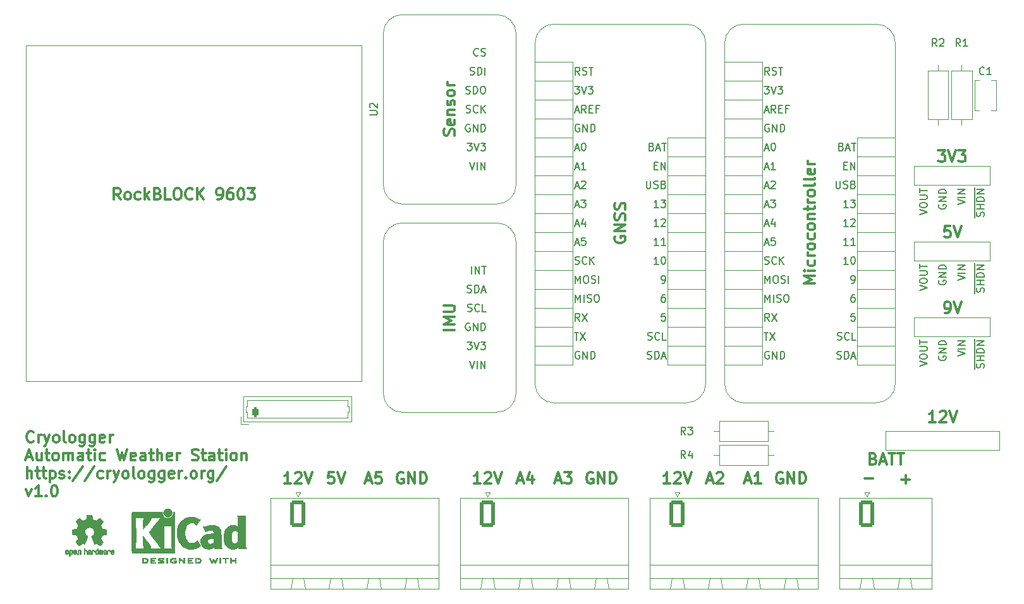
<source format=gto>
G04 #@! TF.GenerationSoftware,KiCad,Pcbnew,(6.0.2-0)*
G04 #@! TF.CreationDate,2022-04-17T22:51:48-04:00*
G04 #@! TF.ProjectId,Cryologger AWS,4372796f-6c6f-4676-9765-72204157532e,rev?*
G04 #@! TF.SameCoordinates,Original*
G04 #@! TF.FileFunction,Legend,Top*
G04 #@! TF.FilePolarity,Positive*
%FSLAX46Y46*%
G04 Gerber Fmt 4.6, Leading zero omitted, Abs format (unit mm)*
G04 Created by KiCad (PCBNEW (6.0.2-0)) date 2022-04-17 22:51:48*
%MOMM*%
%LPD*%
G01*
G04 APERTURE LIST*
G04 Aperture macros list*
%AMRoundRect*
0 Rectangle with rounded corners*
0 $1 Rounding radius*
0 $2 $3 $4 $5 $6 $7 $8 $9 X,Y pos of 4 corners*
0 Add a 4 corners polygon primitive as box body*
4,1,4,$2,$3,$4,$5,$6,$7,$8,$9,$2,$3,0*
0 Add four circle primitives for the rounded corners*
1,1,$1+$1,$2,$3*
1,1,$1+$1,$4,$5*
1,1,$1+$1,$6,$7*
1,1,$1+$1,$8,$9*
0 Add four rect primitives between the rounded corners*
20,1,$1+$1,$2,$3,$4,$5,0*
20,1,$1+$1,$4,$5,$6,$7,0*
20,1,$1+$1,$6,$7,$8,$9,0*
20,1,$1+$1,$8,$9,$2,$3,0*%
G04 Aperture macros list end*
%ADD10C,0.300000*%
%ADD11C,0.150000*%
%ADD12C,0.120000*%
%ADD13C,0.010000*%
%ADD14C,1.524000*%
%ADD15C,6.000000*%
%ADD16C,1.778000*%
%ADD17C,2.540000*%
%ADD18C,3.810000*%
%ADD19RoundRect,0.200000X-0.200000X-0.450000X0.200000X-0.450000X0.200000X0.450000X-0.200000X0.450000X0*%
%ADD20O,0.800000X1.300000*%
%ADD21O,1.600000X1.600000*%
%ADD22C,1.600000*%
%ADD23C,4.999990*%
%ADD24RoundRect,0.249999X-0.790001X-1.550001X0.790001X-1.550001X0.790001X1.550001X-0.790001X1.550001X0*%
%ADD25O,2.080000X3.600000*%
G04 APERTURE END LIST*
D10*
X147998571Y-104512857D02*
X146498571Y-104512857D01*
X147998571Y-103798571D02*
X146498571Y-103798571D01*
X147570000Y-103298571D01*
X146498571Y-102798571D01*
X147998571Y-102798571D01*
X146498571Y-102084285D02*
X147712857Y-102084285D01*
X147855714Y-102012857D01*
X147927142Y-101941428D01*
X147998571Y-101798571D01*
X147998571Y-101512857D01*
X147927142Y-101370000D01*
X147855714Y-101298571D01*
X147712857Y-101227142D01*
X146498571Y-101227142D01*
X212772857Y-80458571D02*
X213701428Y-80458571D01*
X213201428Y-81030000D01*
X213415714Y-81030000D01*
X213558571Y-81101428D01*
X213630000Y-81172857D01*
X213701428Y-81315714D01*
X213701428Y-81672857D01*
X213630000Y-81815714D01*
X213558571Y-81887142D01*
X213415714Y-81958571D01*
X212987142Y-81958571D01*
X212844285Y-81887142D01*
X212772857Y-81815714D01*
X214130000Y-80458571D02*
X214630000Y-81958571D01*
X215130000Y-80458571D01*
X215487142Y-80458571D02*
X216415714Y-80458571D01*
X215915714Y-81030000D01*
X216130000Y-81030000D01*
X216272857Y-81101428D01*
X216344285Y-81172857D01*
X216415714Y-81315714D01*
X216415714Y-81672857D01*
X216344285Y-81815714D01*
X216272857Y-81887142D01*
X216130000Y-81958571D01*
X215701428Y-81958571D01*
X215558571Y-81887142D01*
X215487142Y-81815714D01*
X214344285Y-90618571D02*
X213630000Y-90618571D01*
X213558571Y-91332857D01*
X213630000Y-91261428D01*
X213772857Y-91190000D01*
X214130000Y-91190000D01*
X214272857Y-91261428D01*
X214344285Y-91332857D01*
X214415714Y-91475714D01*
X214415714Y-91832857D01*
X214344285Y-91975714D01*
X214272857Y-92047142D01*
X214130000Y-92118571D01*
X213772857Y-92118571D01*
X213630000Y-92047142D01*
X213558571Y-91975714D01*
X214844285Y-90618571D02*
X215344285Y-92118571D01*
X215844285Y-90618571D01*
X204025428Y-124479857D02*
X202882571Y-124479857D01*
X208387142Y-125158428D02*
X208387142Y-124015571D01*
X208958571Y-124587000D02*
X207815714Y-124587000D01*
X181808571Y-124710000D02*
X182522857Y-124710000D01*
X181665714Y-125138571D02*
X182165714Y-123638571D01*
X182665714Y-125138571D01*
X183094285Y-123781428D02*
X183165714Y-123710000D01*
X183308571Y-123638571D01*
X183665714Y-123638571D01*
X183808571Y-123710000D01*
X183880000Y-123781428D01*
X183951428Y-123924285D01*
X183951428Y-124067142D01*
X183880000Y-124281428D01*
X183022857Y-125138571D01*
X183951428Y-125138571D01*
X186888571Y-124710000D02*
X187602857Y-124710000D01*
X186745714Y-125138571D02*
X187245714Y-123638571D01*
X187745714Y-125138571D01*
X189031428Y-125138571D02*
X188174285Y-125138571D01*
X188602857Y-125138571D02*
X188602857Y-123638571D01*
X188460000Y-123852857D01*
X188317142Y-123995714D01*
X188174285Y-124067142D01*
X103224285Y-87038571D02*
X102724285Y-86324285D01*
X102367142Y-87038571D02*
X102367142Y-85538571D01*
X102938571Y-85538571D01*
X103081428Y-85610000D01*
X103152857Y-85681428D01*
X103224285Y-85824285D01*
X103224285Y-86038571D01*
X103152857Y-86181428D01*
X103081428Y-86252857D01*
X102938571Y-86324285D01*
X102367142Y-86324285D01*
X104081428Y-87038571D02*
X103938571Y-86967142D01*
X103867142Y-86895714D01*
X103795714Y-86752857D01*
X103795714Y-86324285D01*
X103867142Y-86181428D01*
X103938571Y-86110000D01*
X104081428Y-86038571D01*
X104295714Y-86038571D01*
X104438571Y-86110000D01*
X104510000Y-86181428D01*
X104581428Y-86324285D01*
X104581428Y-86752857D01*
X104510000Y-86895714D01*
X104438571Y-86967142D01*
X104295714Y-87038571D01*
X104081428Y-87038571D01*
X105867142Y-86967142D02*
X105724285Y-87038571D01*
X105438571Y-87038571D01*
X105295714Y-86967142D01*
X105224285Y-86895714D01*
X105152857Y-86752857D01*
X105152857Y-86324285D01*
X105224285Y-86181428D01*
X105295714Y-86110000D01*
X105438571Y-86038571D01*
X105724285Y-86038571D01*
X105867142Y-86110000D01*
X106510000Y-87038571D02*
X106510000Y-85538571D01*
X106652857Y-86467142D02*
X107081428Y-87038571D01*
X107081428Y-86038571D02*
X106510000Y-86610000D01*
X108224285Y-86252857D02*
X108438571Y-86324285D01*
X108510000Y-86395714D01*
X108581428Y-86538571D01*
X108581428Y-86752857D01*
X108510000Y-86895714D01*
X108438571Y-86967142D01*
X108295714Y-87038571D01*
X107724285Y-87038571D01*
X107724285Y-85538571D01*
X108224285Y-85538571D01*
X108367142Y-85610000D01*
X108438571Y-85681428D01*
X108510000Y-85824285D01*
X108510000Y-85967142D01*
X108438571Y-86110000D01*
X108367142Y-86181428D01*
X108224285Y-86252857D01*
X107724285Y-86252857D01*
X109938571Y-87038571D02*
X109224285Y-87038571D01*
X109224285Y-85538571D01*
X110724285Y-85538571D02*
X111010000Y-85538571D01*
X111152857Y-85610000D01*
X111295714Y-85752857D01*
X111367142Y-86038571D01*
X111367142Y-86538571D01*
X111295714Y-86824285D01*
X111152857Y-86967142D01*
X111010000Y-87038571D01*
X110724285Y-87038571D01*
X110581428Y-86967142D01*
X110438571Y-86824285D01*
X110367142Y-86538571D01*
X110367142Y-86038571D01*
X110438571Y-85752857D01*
X110581428Y-85610000D01*
X110724285Y-85538571D01*
X112867142Y-86895714D02*
X112795714Y-86967142D01*
X112581428Y-87038571D01*
X112438571Y-87038571D01*
X112224285Y-86967142D01*
X112081428Y-86824285D01*
X112010000Y-86681428D01*
X111938571Y-86395714D01*
X111938571Y-86181428D01*
X112010000Y-85895714D01*
X112081428Y-85752857D01*
X112224285Y-85610000D01*
X112438571Y-85538571D01*
X112581428Y-85538571D01*
X112795714Y-85610000D01*
X112867142Y-85681428D01*
X113510000Y-87038571D02*
X113510000Y-85538571D01*
X114367142Y-87038571D02*
X113724285Y-86181428D01*
X114367142Y-85538571D02*
X113510000Y-86395714D01*
X116224285Y-87038571D02*
X116510000Y-87038571D01*
X116652857Y-86967142D01*
X116724285Y-86895714D01*
X116867142Y-86681428D01*
X116938571Y-86395714D01*
X116938571Y-85824285D01*
X116867142Y-85681428D01*
X116795714Y-85610000D01*
X116652857Y-85538571D01*
X116367142Y-85538571D01*
X116224285Y-85610000D01*
X116152857Y-85681428D01*
X116081428Y-85824285D01*
X116081428Y-86181428D01*
X116152857Y-86324285D01*
X116224285Y-86395714D01*
X116367142Y-86467142D01*
X116652857Y-86467142D01*
X116795714Y-86395714D01*
X116867142Y-86324285D01*
X116938571Y-86181428D01*
X118224285Y-85538571D02*
X117938571Y-85538571D01*
X117795714Y-85610000D01*
X117724285Y-85681428D01*
X117581428Y-85895714D01*
X117510000Y-86181428D01*
X117510000Y-86752857D01*
X117581428Y-86895714D01*
X117652857Y-86967142D01*
X117795714Y-87038571D01*
X118081428Y-87038571D01*
X118224285Y-86967142D01*
X118295714Y-86895714D01*
X118367142Y-86752857D01*
X118367142Y-86395714D01*
X118295714Y-86252857D01*
X118224285Y-86181428D01*
X118081428Y-86110000D01*
X117795714Y-86110000D01*
X117652857Y-86181428D01*
X117581428Y-86252857D01*
X117510000Y-86395714D01*
X119295714Y-85538571D02*
X119438571Y-85538571D01*
X119581428Y-85610000D01*
X119652857Y-85681428D01*
X119724285Y-85824285D01*
X119795714Y-86110000D01*
X119795714Y-86467142D01*
X119724285Y-86752857D01*
X119652857Y-86895714D01*
X119581428Y-86967142D01*
X119438571Y-87038571D01*
X119295714Y-87038571D01*
X119152857Y-86967142D01*
X119081428Y-86895714D01*
X119010000Y-86752857D01*
X118938571Y-86467142D01*
X118938571Y-86110000D01*
X119010000Y-85824285D01*
X119081428Y-85681428D01*
X119152857Y-85610000D01*
X119295714Y-85538571D01*
X120295714Y-85538571D02*
X121224285Y-85538571D01*
X120724285Y-86110000D01*
X120938571Y-86110000D01*
X121081428Y-86181428D01*
X121152857Y-86252857D01*
X121224285Y-86395714D01*
X121224285Y-86752857D01*
X121152857Y-86895714D01*
X121081428Y-86967142D01*
X120938571Y-87038571D01*
X120510000Y-87038571D01*
X120367142Y-86967142D01*
X120295714Y-86895714D01*
X213701428Y-102278571D02*
X213987142Y-102278571D01*
X214130000Y-102207142D01*
X214201428Y-102135714D01*
X214344285Y-101921428D01*
X214415714Y-101635714D01*
X214415714Y-101064285D01*
X214344285Y-100921428D01*
X214272857Y-100850000D01*
X214130000Y-100778571D01*
X213844285Y-100778571D01*
X213701428Y-100850000D01*
X213630000Y-100921428D01*
X213558571Y-101064285D01*
X213558571Y-101421428D01*
X213630000Y-101564285D01*
X213701428Y-101635714D01*
X213844285Y-101707142D01*
X214130000Y-101707142D01*
X214272857Y-101635714D01*
X214344285Y-101564285D01*
X214415714Y-101421428D01*
X214844285Y-100778571D02*
X215344285Y-102278571D01*
X215844285Y-100778571D01*
X166497142Y-123710000D02*
X166354285Y-123638571D01*
X166140000Y-123638571D01*
X165925714Y-123710000D01*
X165782857Y-123852857D01*
X165711428Y-123995714D01*
X165640000Y-124281428D01*
X165640000Y-124495714D01*
X165711428Y-124781428D01*
X165782857Y-124924285D01*
X165925714Y-125067142D01*
X166140000Y-125138571D01*
X166282857Y-125138571D01*
X166497142Y-125067142D01*
X166568571Y-124995714D01*
X166568571Y-124495714D01*
X166282857Y-124495714D01*
X167211428Y-125138571D02*
X167211428Y-123638571D01*
X168068571Y-125138571D01*
X168068571Y-123638571D01*
X168782857Y-125138571D02*
X168782857Y-123638571D01*
X169140000Y-123638571D01*
X169354285Y-123710000D01*
X169497142Y-123852857D01*
X169568571Y-123995714D01*
X169640000Y-124281428D01*
X169640000Y-124495714D01*
X169568571Y-124781428D01*
X169497142Y-124924285D01*
X169354285Y-125067142D01*
X169140000Y-125138571D01*
X168782857Y-125138571D01*
X151471428Y-125138571D02*
X150614285Y-125138571D01*
X151042857Y-125138571D02*
X151042857Y-123638571D01*
X150900000Y-123852857D01*
X150757142Y-123995714D01*
X150614285Y-124067142D01*
X152042857Y-123781428D02*
X152114285Y-123710000D01*
X152257142Y-123638571D01*
X152614285Y-123638571D01*
X152757142Y-123710000D01*
X152828571Y-123781428D01*
X152900000Y-123924285D01*
X152900000Y-124067142D01*
X152828571Y-124281428D01*
X151971428Y-125138571D01*
X152900000Y-125138571D01*
X153328571Y-123638571D02*
X153828571Y-125138571D01*
X154328571Y-123638571D01*
X204061428Y-121812857D02*
X204275714Y-121884285D01*
X204347142Y-121955714D01*
X204418571Y-122098571D01*
X204418571Y-122312857D01*
X204347142Y-122455714D01*
X204275714Y-122527142D01*
X204132857Y-122598571D01*
X203561428Y-122598571D01*
X203561428Y-121098571D01*
X204061428Y-121098571D01*
X204204285Y-121170000D01*
X204275714Y-121241428D01*
X204347142Y-121384285D01*
X204347142Y-121527142D01*
X204275714Y-121670000D01*
X204204285Y-121741428D01*
X204061428Y-121812857D01*
X203561428Y-121812857D01*
X204990000Y-122170000D02*
X205704285Y-122170000D01*
X204847142Y-122598571D02*
X205347142Y-121098571D01*
X205847142Y-122598571D01*
X206132857Y-121098571D02*
X206990000Y-121098571D01*
X206561428Y-122598571D02*
X206561428Y-121098571D01*
X207275714Y-121098571D02*
X208132857Y-121098571D01*
X207704285Y-122598571D02*
X207704285Y-121098571D01*
X147927142Y-78430000D02*
X147998571Y-78215714D01*
X147998571Y-77858571D01*
X147927142Y-77715714D01*
X147855714Y-77644285D01*
X147712857Y-77572857D01*
X147570000Y-77572857D01*
X147427142Y-77644285D01*
X147355714Y-77715714D01*
X147284285Y-77858571D01*
X147212857Y-78144285D01*
X147141428Y-78287142D01*
X147070000Y-78358571D01*
X146927142Y-78430000D01*
X146784285Y-78430000D01*
X146641428Y-78358571D01*
X146570000Y-78287142D01*
X146498571Y-78144285D01*
X146498571Y-77787142D01*
X146570000Y-77572857D01*
X147927142Y-76358571D02*
X147998571Y-76501428D01*
X147998571Y-76787142D01*
X147927142Y-76930000D01*
X147784285Y-77001428D01*
X147212857Y-77001428D01*
X147070000Y-76930000D01*
X146998571Y-76787142D01*
X146998571Y-76501428D01*
X147070000Y-76358571D01*
X147212857Y-76287142D01*
X147355714Y-76287142D01*
X147498571Y-77001428D01*
X146998571Y-75644285D02*
X147998571Y-75644285D01*
X147141428Y-75644285D02*
X147070000Y-75572857D01*
X146998571Y-75430000D01*
X146998571Y-75215714D01*
X147070000Y-75072857D01*
X147212857Y-75001428D01*
X147998571Y-75001428D01*
X147927142Y-74358571D02*
X147998571Y-74215714D01*
X147998571Y-73930000D01*
X147927142Y-73787142D01*
X147784285Y-73715714D01*
X147712857Y-73715714D01*
X147570000Y-73787142D01*
X147498571Y-73930000D01*
X147498571Y-74144285D01*
X147427142Y-74287142D01*
X147284285Y-74358571D01*
X147212857Y-74358571D01*
X147070000Y-74287142D01*
X146998571Y-74144285D01*
X146998571Y-73930000D01*
X147070000Y-73787142D01*
X147998571Y-72858571D02*
X147927142Y-73001428D01*
X147855714Y-73072857D01*
X147712857Y-73144285D01*
X147284285Y-73144285D01*
X147141428Y-73072857D01*
X147070000Y-73001428D01*
X146998571Y-72858571D01*
X146998571Y-72644285D01*
X147070000Y-72501428D01*
X147141428Y-72430000D01*
X147284285Y-72358571D01*
X147712857Y-72358571D01*
X147855714Y-72430000D01*
X147927142Y-72501428D01*
X147998571Y-72644285D01*
X147998571Y-72858571D01*
X147998571Y-71715714D02*
X146998571Y-71715714D01*
X147284285Y-71715714D02*
X147141428Y-71644285D01*
X147070000Y-71572857D01*
X146998571Y-71430000D01*
X146998571Y-71287142D01*
X141097142Y-123710000D02*
X140954285Y-123638571D01*
X140740000Y-123638571D01*
X140525714Y-123710000D01*
X140382857Y-123852857D01*
X140311428Y-123995714D01*
X140240000Y-124281428D01*
X140240000Y-124495714D01*
X140311428Y-124781428D01*
X140382857Y-124924285D01*
X140525714Y-125067142D01*
X140740000Y-125138571D01*
X140882857Y-125138571D01*
X141097142Y-125067142D01*
X141168571Y-124995714D01*
X141168571Y-124495714D01*
X140882857Y-124495714D01*
X141811428Y-125138571D02*
X141811428Y-123638571D01*
X142668571Y-125138571D01*
X142668571Y-123638571D01*
X143382857Y-125138571D02*
X143382857Y-123638571D01*
X143740000Y-123638571D01*
X143954285Y-123710000D01*
X144097142Y-123852857D01*
X144168571Y-123995714D01*
X144240000Y-124281428D01*
X144240000Y-124495714D01*
X144168571Y-124781428D01*
X144097142Y-124924285D01*
X143954285Y-125067142D01*
X143740000Y-125138571D01*
X143382857Y-125138571D01*
X136088571Y-124710000D02*
X136802857Y-124710000D01*
X135945714Y-125138571D02*
X136445714Y-123638571D01*
X136945714Y-125138571D01*
X138160000Y-123638571D02*
X137445714Y-123638571D01*
X137374285Y-124352857D01*
X137445714Y-124281428D01*
X137588571Y-124210000D01*
X137945714Y-124210000D01*
X138088571Y-124281428D01*
X138160000Y-124352857D01*
X138231428Y-124495714D01*
X138231428Y-124852857D01*
X138160000Y-124995714D01*
X138088571Y-125067142D01*
X137945714Y-125138571D01*
X137588571Y-125138571D01*
X137445714Y-125067142D01*
X137374285Y-124995714D01*
X196258571Y-98277142D02*
X194758571Y-98277142D01*
X195830000Y-97777142D01*
X194758571Y-97277142D01*
X196258571Y-97277142D01*
X196258571Y-96562857D02*
X195258571Y-96562857D01*
X194758571Y-96562857D02*
X194830000Y-96634285D01*
X194901428Y-96562857D01*
X194830000Y-96491428D01*
X194758571Y-96562857D01*
X194901428Y-96562857D01*
X196187142Y-95205714D02*
X196258571Y-95348571D01*
X196258571Y-95634285D01*
X196187142Y-95777142D01*
X196115714Y-95848571D01*
X195972857Y-95920000D01*
X195544285Y-95920000D01*
X195401428Y-95848571D01*
X195330000Y-95777142D01*
X195258571Y-95634285D01*
X195258571Y-95348571D01*
X195330000Y-95205714D01*
X196258571Y-94562857D02*
X195258571Y-94562857D01*
X195544285Y-94562857D02*
X195401428Y-94491428D01*
X195330000Y-94420000D01*
X195258571Y-94277142D01*
X195258571Y-94134285D01*
X196258571Y-93420000D02*
X196187142Y-93562857D01*
X196115714Y-93634285D01*
X195972857Y-93705714D01*
X195544285Y-93705714D01*
X195401428Y-93634285D01*
X195330000Y-93562857D01*
X195258571Y-93420000D01*
X195258571Y-93205714D01*
X195330000Y-93062857D01*
X195401428Y-92991428D01*
X195544285Y-92920000D01*
X195972857Y-92920000D01*
X196115714Y-92991428D01*
X196187142Y-93062857D01*
X196258571Y-93205714D01*
X196258571Y-93420000D01*
X196187142Y-91634285D02*
X196258571Y-91777142D01*
X196258571Y-92062857D01*
X196187142Y-92205714D01*
X196115714Y-92277142D01*
X195972857Y-92348571D01*
X195544285Y-92348571D01*
X195401428Y-92277142D01*
X195330000Y-92205714D01*
X195258571Y-92062857D01*
X195258571Y-91777142D01*
X195330000Y-91634285D01*
X196258571Y-90777142D02*
X196187142Y-90920000D01*
X196115714Y-90991428D01*
X195972857Y-91062857D01*
X195544285Y-91062857D01*
X195401428Y-90991428D01*
X195330000Y-90920000D01*
X195258571Y-90777142D01*
X195258571Y-90562857D01*
X195330000Y-90420000D01*
X195401428Y-90348571D01*
X195544285Y-90277142D01*
X195972857Y-90277142D01*
X196115714Y-90348571D01*
X196187142Y-90420000D01*
X196258571Y-90562857D01*
X196258571Y-90777142D01*
X195258571Y-89634285D02*
X196258571Y-89634285D01*
X195401428Y-89634285D02*
X195330000Y-89562857D01*
X195258571Y-89420000D01*
X195258571Y-89205714D01*
X195330000Y-89062857D01*
X195472857Y-88991428D01*
X196258571Y-88991428D01*
X195258571Y-88491428D02*
X195258571Y-87920000D01*
X194758571Y-88277142D02*
X196044285Y-88277142D01*
X196187142Y-88205714D01*
X196258571Y-88062857D01*
X196258571Y-87920000D01*
X196258571Y-87420000D02*
X195258571Y-87420000D01*
X195544285Y-87420000D02*
X195401428Y-87348571D01*
X195330000Y-87277142D01*
X195258571Y-87134285D01*
X195258571Y-86991428D01*
X196258571Y-86277142D02*
X196187142Y-86420000D01*
X196115714Y-86491428D01*
X195972857Y-86562857D01*
X195544285Y-86562857D01*
X195401428Y-86491428D01*
X195330000Y-86420000D01*
X195258571Y-86277142D01*
X195258571Y-86062857D01*
X195330000Y-85920000D01*
X195401428Y-85848571D01*
X195544285Y-85777142D01*
X195972857Y-85777142D01*
X196115714Y-85848571D01*
X196187142Y-85920000D01*
X196258571Y-86062857D01*
X196258571Y-86277142D01*
X196258571Y-84920000D02*
X196187142Y-85062857D01*
X196044285Y-85134285D01*
X194758571Y-85134285D01*
X196258571Y-84134285D02*
X196187142Y-84277142D01*
X196044285Y-84348571D01*
X194758571Y-84348571D01*
X196187142Y-82991428D02*
X196258571Y-83134285D01*
X196258571Y-83420000D01*
X196187142Y-83562857D01*
X196044285Y-83634285D01*
X195472857Y-83634285D01*
X195330000Y-83562857D01*
X195258571Y-83420000D01*
X195258571Y-83134285D01*
X195330000Y-82991428D01*
X195472857Y-82920000D01*
X195615714Y-82920000D01*
X195758571Y-83634285D01*
X196258571Y-82277142D02*
X195258571Y-82277142D01*
X195544285Y-82277142D02*
X195401428Y-82205714D01*
X195330000Y-82134285D01*
X195258571Y-81991428D01*
X195258571Y-81848571D01*
X156408571Y-124710000D02*
X157122857Y-124710000D01*
X156265714Y-125138571D02*
X156765714Y-123638571D01*
X157265714Y-125138571D01*
X158408571Y-124138571D02*
X158408571Y-125138571D01*
X158051428Y-123567142D02*
X157694285Y-124638571D01*
X158622857Y-124638571D01*
X191897142Y-123710000D02*
X191754285Y-123638571D01*
X191540000Y-123638571D01*
X191325714Y-123710000D01*
X191182857Y-123852857D01*
X191111428Y-123995714D01*
X191040000Y-124281428D01*
X191040000Y-124495714D01*
X191111428Y-124781428D01*
X191182857Y-124924285D01*
X191325714Y-125067142D01*
X191540000Y-125138571D01*
X191682857Y-125138571D01*
X191897142Y-125067142D01*
X191968571Y-124995714D01*
X191968571Y-124495714D01*
X191682857Y-124495714D01*
X192611428Y-125138571D02*
X192611428Y-123638571D01*
X193468571Y-125138571D01*
X193468571Y-123638571D01*
X194182857Y-125138571D02*
X194182857Y-123638571D01*
X194540000Y-123638571D01*
X194754285Y-123710000D01*
X194897142Y-123852857D01*
X194968571Y-123995714D01*
X195040000Y-124281428D01*
X195040000Y-124495714D01*
X194968571Y-124781428D01*
X194897142Y-124924285D01*
X194754285Y-125067142D01*
X194540000Y-125138571D01*
X194182857Y-125138571D01*
X169430000Y-91991428D02*
X169358571Y-92134285D01*
X169358571Y-92348571D01*
X169430000Y-92562857D01*
X169572857Y-92705714D01*
X169715714Y-92777142D01*
X170001428Y-92848571D01*
X170215714Y-92848571D01*
X170501428Y-92777142D01*
X170644285Y-92705714D01*
X170787142Y-92562857D01*
X170858571Y-92348571D01*
X170858571Y-92205714D01*
X170787142Y-91991428D01*
X170715714Y-91920000D01*
X170215714Y-91920000D01*
X170215714Y-92205714D01*
X170858571Y-91277142D02*
X169358571Y-91277142D01*
X170858571Y-90420000D01*
X169358571Y-90420000D01*
X170787142Y-89777142D02*
X170858571Y-89562857D01*
X170858571Y-89205714D01*
X170787142Y-89062857D01*
X170715714Y-88991428D01*
X170572857Y-88920000D01*
X170430000Y-88920000D01*
X170287142Y-88991428D01*
X170215714Y-89062857D01*
X170144285Y-89205714D01*
X170072857Y-89491428D01*
X170001428Y-89634285D01*
X169930000Y-89705714D01*
X169787142Y-89777142D01*
X169644285Y-89777142D01*
X169501428Y-89705714D01*
X169430000Y-89634285D01*
X169358571Y-89491428D01*
X169358571Y-89134285D01*
X169430000Y-88920000D01*
X170787142Y-88348571D02*
X170858571Y-88134285D01*
X170858571Y-87777142D01*
X170787142Y-87634285D01*
X170715714Y-87562857D01*
X170572857Y-87491428D01*
X170430000Y-87491428D01*
X170287142Y-87562857D01*
X170215714Y-87634285D01*
X170144285Y-87777142D01*
X170072857Y-88062857D01*
X170001428Y-88205714D01*
X169930000Y-88277142D01*
X169787142Y-88348571D01*
X169644285Y-88348571D01*
X169501428Y-88277142D01*
X169430000Y-88205714D01*
X169358571Y-88062857D01*
X169358571Y-87705714D01*
X169430000Y-87491428D01*
X91579285Y-119468214D02*
X91507857Y-119539642D01*
X91293571Y-119611071D01*
X91150714Y-119611071D01*
X90936428Y-119539642D01*
X90793571Y-119396785D01*
X90722142Y-119253928D01*
X90650714Y-118968214D01*
X90650714Y-118753928D01*
X90722142Y-118468214D01*
X90793571Y-118325357D01*
X90936428Y-118182500D01*
X91150714Y-118111071D01*
X91293571Y-118111071D01*
X91507857Y-118182500D01*
X91579285Y-118253928D01*
X92222142Y-119611071D02*
X92222142Y-118611071D01*
X92222142Y-118896785D02*
X92293571Y-118753928D01*
X92365000Y-118682500D01*
X92507857Y-118611071D01*
X92650714Y-118611071D01*
X93007857Y-118611071D02*
X93365000Y-119611071D01*
X93722142Y-118611071D02*
X93365000Y-119611071D01*
X93222142Y-119968214D01*
X93150714Y-120039642D01*
X93007857Y-120111071D01*
X94507857Y-119611071D02*
X94365000Y-119539642D01*
X94293571Y-119468214D01*
X94222142Y-119325357D01*
X94222142Y-118896785D01*
X94293571Y-118753928D01*
X94365000Y-118682500D01*
X94507857Y-118611071D01*
X94722142Y-118611071D01*
X94865000Y-118682500D01*
X94936428Y-118753928D01*
X95007857Y-118896785D01*
X95007857Y-119325357D01*
X94936428Y-119468214D01*
X94865000Y-119539642D01*
X94722142Y-119611071D01*
X94507857Y-119611071D01*
X95865000Y-119611071D02*
X95722142Y-119539642D01*
X95650714Y-119396785D01*
X95650714Y-118111071D01*
X96650714Y-119611071D02*
X96507857Y-119539642D01*
X96436428Y-119468214D01*
X96365000Y-119325357D01*
X96365000Y-118896785D01*
X96436428Y-118753928D01*
X96507857Y-118682500D01*
X96650714Y-118611071D01*
X96865000Y-118611071D01*
X97007857Y-118682500D01*
X97079285Y-118753928D01*
X97150714Y-118896785D01*
X97150714Y-119325357D01*
X97079285Y-119468214D01*
X97007857Y-119539642D01*
X96865000Y-119611071D01*
X96650714Y-119611071D01*
X98436428Y-118611071D02*
X98436428Y-119825357D01*
X98365000Y-119968214D01*
X98293571Y-120039642D01*
X98150714Y-120111071D01*
X97936428Y-120111071D01*
X97793571Y-120039642D01*
X98436428Y-119539642D02*
X98293571Y-119611071D01*
X98007857Y-119611071D01*
X97865000Y-119539642D01*
X97793571Y-119468214D01*
X97722142Y-119325357D01*
X97722142Y-118896785D01*
X97793571Y-118753928D01*
X97865000Y-118682500D01*
X98007857Y-118611071D01*
X98293571Y-118611071D01*
X98436428Y-118682500D01*
X99793571Y-118611071D02*
X99793571Y-119825357D01*
X99722142Y-119968214D01*
X99650714Y-120039642D01*
X99507857Y-120111071D01*
X99293571Y-120111071D01*
X99150714Y-120039642D01*
X99793571Y-119539642D02*
X99650714Y-119611071D01*
X99365000Y-119611071D01*
X99222142Y-119539642D01*
X99150714Y-119468214D01*
X99079285Y-119325357D01*
X99079285Y-118896785D01*
X99150714Y-118753928D01*
X99222142Y-118682500D01*
X99365000Y-118611071D01*
X99650714Y-118611071D01*
X99793571Y-118682500D01*
X101079285Y-119539642D02*
X100936428Y-119611071D01*
X100650714Y-119611071D01*
X100507857Y-119539642D01*
X100436428Y-119396785D01*
X100436428Y-118825357D01*
X100507857Y-118682500D01*
X100650714Y-118611071D01*
X100936428Y-118611071D01*
X101079285Y-118682500D01*
X101150714Y-118825357D01*
X101150714Y-118968214D01*
X100436428Y-119111071D01*
X101793571Y-119611071D02*
X101793571Y-118611071D01*
X101793571Y-118896785D02*
X101865000Y-118753928D01*
X101936428Y-118682500D01*
X102079285Y-118611071D01*
X102222142Y-118611071D01*
X90650714Y-121597500D02*
X91365000Y-121597500D01*
X90507857Y-122026071D02*
X91007857Y-120526071D01*
X91507857Y-122026071D01*
X92650714Y-121026071D02*
X92650714Y-122026071D01*
X92007857Y-121026071D02*
X92007857Y-121811785D01*
X92079285Y-121954642D01*
X92222142Y-122026071D01*
X92436428Y-122026071D01*
X92579285Y-121954642D01*
X92650714Y-121883214D01*
X93150714Y-121026071D02*
X93722142Y-121026071D01*
X93365000Y-120526071D02*
X93365000Y-121811785D01*
X93436428Y-121954642D01*
X93579285Y-122026071D01*
X93722142Y-122026071D01*
X94436428Y-122026071D02*
X94293571Y-121954642D01*
X94222142Y-121883214D01*
X94150714Y-121740357D01*
X94150714Y-121311785D01*
X94222142Y-121168928D01*
X94293571Y-121097500D01*
X94436428Y-121026071D01*
X94650714Y-121026071D01*
X94793571Y-121097500D01*
X94865000Y-121168928D01*
X94936428Y-121311785D01*
X94936428Y-121740357D01*
X94865000Y-121883214D01*
X94793571Y-121954642D01*
X94650714Y-122026071D01*
X94436428Y-122026071D01*
X95579285Y-122026071D02*
X95579285Y-121026071D01*
X95579285Y-121168928D02*
X95650714Y-121097500D01*
X95793571Y-121026071D01*
X96007857Y-121026071D01*
X96150714Y-121097500D01*
X96222142Y-121240357D01*
X96222142Y-122026071D01*
X96222142Y-121240357D02*
X96293571Y-121097500D01*
X96436428Y-121026071D01*
X96650714Y-121026071D01*
X96793571Y-121097500D01*
X96865000Y-121240357D01*
X96865000Y-122026071D01*
X98222142Y-122026071D02*
X98222142Y-121240357D01*
X98150714Y-121097500D01*
X98007857Y-121026071D01*
X97722142Y-121026071D01*
X97579285Y-121097500D01*
X98222142Y-121954642D02*
X98079285Y-122026071D01*
X97722142Y-122026071D01*
X97579285Y-121954642D01*
X97507857Y-121811785D01*
X97507857Y-121668928D01*
X97579285Y-121526071D01*
X97722142Y-121454642D01*
X98079285Y-121454642D01*
X98222142Y-121383214D01*
X98722142Y-121026071D02*
X99293571Y-121026071D01*
X98936428Y-120526071D02*
X98936428Y-121811785D01*
X99007857Y-121954642D01*
X99150714Y-122026071D01*
X99293571Y-122026071D01*
X99793571Y-122026071D02*
X99793571Y-121026071D01*
X99793571Y-120526071D02*
X99722142Y-120597500D01*
X99793571Y-120668928D01*
X99865000Y-120597500D01*
X99793571Y-120526071D01*
X99793571Y-120668928D01*
X101150714Y-121954642D02*
X101007857Y-122026071D01*
X100722142Y-122026071D01*
X100579285Y-121954642D01*
X100507857Y-121883214D01*
X100436428Y-121740357D01*
X100436428Y-121311785D01*
X100507857Y-121168928D01*
X100579285Y-121097500D01*
X100722142Y-121026071D01*
X101007857Y-121026071D01*
X101150714Y-121097500D01*
X102793571Y-120526071D02*
X103150714Y-122026071D01*
X103436428Y-120954642D01*
X103722142Y-122026071D01*
X104079285Y-120526071D01*
X105222142Y-121954642D02*
X105079285Y-122026071D01*
X104793571Y-122026071D01*
X104650714Y-121954642D01*
X104579285Y-121811785D01*
X104579285Y-121240357D01*
X104650714Y-121097500D01*
X104793571Y-121026071D01*
X105079285Y-121026071D01*
X105222142Y-121097500D01*
X105293571Y-121240357D01*
X105293571Y-121383214D01*
X104579285Y-121526071D01*
X106579285Y-122026071D02*
X106579285Y-121240357D01*
X106507857Y-121097500D01*
X106365000Y-121026071D01*
X106079285Y-121026071D01*
X105936428Y-121097500D01*
X106579285Y-121954642D02*
X106436428Y-122026071D01*
X106079285Y-122026071D01*
X105936428Y-121954642D01*
X105865000Y-121811785D01*
X105865000Y-121668928D01*
X105936428Y-121526071D01*
X106079285Y-121454642D01*
X106436428Y-121454642D01*
X106579285Y-121383214D01*
X107079285Y-121026071D02*
X107650714Y-121026071D01*
X107293571Y-120526071D02*
X107293571Y-121811785D01*
X107365000Y-121954642D01*
X107507857Y-122026071D01*
X107650714Y-122026071D01*
X108150714Y-122026071D02*
X108150714Y-120526071D01*
X108793571Y-122026071D02*
X108793571Y-121240357D01*
X108722142Y-121097500D01*
X108579285Y-121026071D01*
X108365000Y-121026071D01*
X108222142Y-121097500D01*
X108150714Y-121168928D01*
X110079285Y-121954642D02*
X109936428Y-122026071D01*
X109650714Y-122026071D01*
X109507857Y-121954642D01*
X109436428Y-121811785D01*
X109436428Y-121240357D01*
X109507857Y-121097500D01*
X109650714Y-121026071D01*
X109936428Y-121026071D01*
X110079285Y-121097500D01*
X110150714Y-121240357D01*
X110150714Y-121383214D01*
X109436428Y-121526071D01*
X110793571Y-122026071D02*
X110793571Y-121026071D01*
X110793571Y-121311785D02*
X110865000Y-121168928D01*
X110936428Y-121097500D01*
X111079285Y-121026071D01*
X111222142Y-121026071D01*
X112793571Y-121954642D02*
X113007857Y-122026071D01*
X113365000Y-122026071D01*
X113507857Y-121954642D01*
X113579285Y-121883214D01*
X113650714Y-121740357D01*
X113650714Y-121597500D01*
X113579285Y-121454642D01*
X113507857Y-121383214D01*
X113365000Y-121311785D01*
X113079285Y-121240357D01*
X112936428Y-121168928D01*
X112865000Y-121097500D01*
X112793571Y-120954642D01*
X112793571Y-120811785D01*
X112865000Y-120668928D01*
X112936428Y-120597500D01*
X113079285Y-120526071D01*
X113436428Y-120526071D01*
X113650714Y-120597500D01*
X114079285Y-121026071D02*
X114650714Y-121026071D01*
X114293571Y-120526071D02*
X114293571Y-121811785D01*
X114365000Y-121954642D01*
X114507857Y-122026071D01*
X114650714Y-122026071D01*
X115793571Y-122026071D02*
X115793571Y-121240357D01*
X115722142Y-121097500D01*
X115579285Y-121026071D01*
X115293571Y-121026071D01*
X115150714Y-121097500D01*
X115793571Y-121954642D02*
X115650714Y-122026071D01*
X115293571Y-122026071D01*
X115150714Y-121954642D01*
X115079285Y-121811785D01*
X115079285Y-121668928D01*
X115150714Y-121526071D01*
X115293571Y-121454642D01*
X115650714Y-121454642D01*
X115793571Y-121383214D01*
X116293571Y-121026071D02*
X116865000Y-121026071D01*
X116507857Y-120526071D02*
X116507857Y-121811785D01*
X116579285Y-121954642D01*
X116722142Y-122026071D01*
X116865000Y-122026071D01*
X117365000Y-122026071D02*
X117365000Y-121026071D01*
X117365000Y-120526071D02*
X117293571Y-120597500D01*
X117365000Y-120668928D01*
X117436428Y-120597500D01*
X117365000Y-120526071D01*
X117365000Y-120668928D01*
X118293571Y-122026071D02*
X118150714Y-121954642D01*
X118079285Y-121883214D01*
X118007857Y-121740357D01*
X118007857Y-121311785D01*
X118079285Y-121168928D01*
X118150714Y-121097500D01*
X118293571Y-121026071D01*
X118507857Y-121026071D01*
X118650714Y-121097500D01*
X118722142Y-121168928D01*
X118793571Y-121311785D01*
X118793571Y-121740357D01*
X118722142Y-121883214D01*
X118650714Y-121954642D01*
X118507857Y-122026071D01*
X118293571Y-122026071D01*
X119436428Y-121026071D02*
X119436428Y-122026071D01*
X119436428Y-121168928D02*
X119507857Y-121097500D01*
X119650714Y-121026071D01*
X119865000Y-121026071D01*
X120007857Y-121097500D01*
X120079285Y-121240357D01*
X120079285Y-122026071D01*
X90722142Y-124441071D02*
X90722142Y-122941071D01*
X91365000Y-124441071D02*
X91365000Y-123655357D01*
X91293571Y-123512500D01*
X91150714Y-123441071D01*
X90936428Y-123441071D01*
X90793571Y-123512500D01*
X90722142Y-123583928D01*
X91865000Y-123441071D02*
X92436428Y-123441071D01*
X92079285Y-122941071D02*
X92079285Y-124226785D01*
X92150714Y-124369642D01*
X92293571Y-124441071D01*
X92436428Y-124441071D01*
X92722142Y-123441071D02*
X93293571Y-123441071D01*
X92936428Y-122941071D02*
X92936428Y-124226785D01*
X93007857Y-124369642D01*
X93150714Y-124441071D01*
X93293571Y-124441071D01*
X93793571Y-123441071D02*
X93793571Y-124941071D01*
X93793571Y-123512500D02*
X93936428Y-123441071D01*
X94222142Y-123441071D01*
X94365000Y-123512500D01*
X94436428Y-123583928D01*
X94507857Y-123726785D01*
X94507857Y-124155357D01*
X94436428Y-124298214D01*
X94365000Y-124369642D01*
X94222142Y-124441071D01*
X93936428Y-124441071D01*
X93793571Y-124369642D01*
X95079285Y-124369642D02*
X95222142Y-124441071D01*
X95507857Y-124441071D01*
X95650714Y-124369642D01*
X95722142Y-124226785D01*
X95722142Y-124155357D01*
X95650714Y-124012500D01*
X95507857Y-123941071D01*
X95293571Y-123941071D01*
X95150714Y-123869642D01*
X95079285Y-123726785D01*
X95079285Y-123655357D01*
X95150714Y-123512500D01*
X95293571Y-123441071D01*
X95507857Y-123441071D01*
X95650714Y-123512500D01*
X96365000Y-124298214D02*
X96436428Y-124369642D01*
X96365000Y-124441071D01*
X96293571Y-124369642D01*
X96365000Y-124298214D01*
X96365000Y-124441071D01*
X96365000Y-123512500D02*
X96436428Y-123583928D01*
X96365000Y-123655357D01*
X96293571Y-123583928D01*
X96365000Y-123512500D01*
X96365000Y-123655357D01*
X98150714Y-122869642D02*
X96865000Y-124798214D01*
X99722142Y-122869642D02*
X98436428Y-124798214D01*
X100865000Y-124369642D02*
X100722142Y-124441071D01*
X100436428Y-124441071D01*
X100293571Y-124369642D01*
X100222142Y-124298214D01*
X100150714Y-124155357D01*
X100150714Y-123726785D01*
X100222142Y-123583928D01*
X100293571Y-123512500D01*
X100436428Y-123441071D01*
X100722142Y-123441071D01*
X100865000Y-123512500D01*
X101507857Y-124441071D02*
X101507857Y-123441071D01*
X101507857Y-123726785D02*
X101579285Y-123583928D01*
X101650714Y-123512500D01*
X101793571Y-123441071D01*
X101936428Y-123441071D01*
X102293571Y-123441071D02*
X102650714Y-124441071D01*
X103007857Y-123441071D02*
X102650714Y-124441071D01*
X102507857Y-124798214D01*
X102436428Y-124869642D01*
X102293571Y-124941071D01*
X103793571Y-124441071D02*
X103650714Y-124369642D01*
X103579285Y-124298214D01*
X103507857Y-124155357D01*
X103507857Y-123726785D01*
X103579285Y-123583928D01*
X103650714Y-123512500D01*
X103793571Y-123441071D01*
X104007857Y-123441071D01*
X104150714Y-123512500D01*
X104222142Y-123583928D01*
X104293571Y-123726785D01*
X104293571Y-124155357D01*
X104222142Y-124298214D01*
X104150714Y-124369642D01*
X104007857Y-124441071D01*
X103793571Y-124441071D01*
X105150714Y-124441071D02*
X105007857Y-124369642D01*
X104936428Y-124226785D01*
X104936428Y-122941071D01*
X105936428Y-124441071D02*
X105793571Y-124369642D01*
X105722142Y-124298214D01*
X105650714Y-124155357D01*
X105650714Y-123726785D01*
X105722142Y-123583928D01*
X105793571Y-123512500D01*
X105936428Y-123441071D01*
X106150714Y-123441071D01*
X106293571Y-123512500D01*
X106365000Y-123583928D01*
X106436428Y-123726785D01*
X106436428Y-124155357D01*
X106365000Y-124298214D01*
X106293571Y-124369642D01*
X106150714Y-124441071D01*
X105936428Y-124441071D01*
X107722142Y-123441071D02*
X107722142Y-124655357D01*
X107650714Y-124798214D01*
X107579285Y-124869642D01*
X107436428Y-124941071D01*
X107222142Y-124941071D01*
X107079285Y-124869642D01*
X107722142Y-124369642D02*
X107579285Y-124441071D01*
X107293571Y-124441071D01*
X107150714Y-124369642D01*
X107079285Y-124298214D01*
X107007857Y-124155357D01*
X107007857Y-123726785D01*
X107079285Y-123583928D01*
X107150714Y-123512500D01*
X107293571Y-123441071D01*
X107579285Y-123441071D01*
X107722142Y-123512500D01*
X109079285Y-123441071D02*
X109079285Y-124655357D01*
X109007857Y-124798214D01*
X108936428Y-124869642D01*
X108793571Y-124941071D01*
X108579285Y-124941071D01*
X108436428Y-124869642D01*
X109079285Y-124369642D02*
X108936428Y-124441071D01*
X108650714Y-124441071D01*
X108507857Y-124369642D01*
X108436428Y-124298214D01*
X108365000Y-124155357D01*
X108365000Y-123726785D01*
X108436428Y-123583928D01*
X108507857Y-123512500D01*
X108650714Y-123441071D01*
X108936428Y-123441071D01*
X109079285Y-123512500D01*
X110365000Y-124369642D02*
X110222142Y-124441071D01*
X109936428Y-124441071D01*
X109793571Y-124369642D01*
X109722142Y-124226785D01*
X109722142Y-123655357D01*
X109793571Y-123512500D01*
X109936428Y-123441071D01*
X110222142Y-123441071D01*
X110365000Y-123512500D01*
X110436428Y-123655357D01*
X110436428Y-123798214D01*
X109722142Y-123941071D01*
X111079285Y-124441071D02*
X111079285Y-123441071D01*
X111079285Y-123726785D02*
X111150714Y-123583928D01*
X111222142Y-123512500D01*
X111365000Y-123441071D01*
X111507857Y-123441071D01*
X112007857Y-124298214D02*
X112079285Y-124369642D01*
X112007857Y-124441071D01*
X111936428Y-124369642D01*
X112007857Y-124298214D01*
X112007857Y-124441071D01*
X112936428Y-124441071D02*
X112793571Y-124369642D01*
X112722142Y-124298214D01*
X112650714Y-124155357D01*
X112650714Y-123726785D01*
X112722142Y-123583928D01*
X112793571Y-123512500D01*
X112936428Y-123441071D01*
X113150714Y-123441071D01*
X113293571Y-123512500D01*
X113365000Y-123583928D01*
X113436428Y-123726785D01*
X113436428Y-124155357D01*
X113365000Y-124298214D01*
X113293571Y-124369642D01*
X113150714Y-124441071D01*
X112936428Y-124441071D01*
X114079285Y-124441071D02*
X114079285Y-123441071D01*
X114079285Y-123726785D02*
X114150714Y-123583928D01*
X114222142Y-123512500D01*
X114365000Y-123441071D01*
X114507857Y-123441071D01*
X115650714Y-123441071D02*
X115650714Y-124655357D01*
X115579285Y-124798214D01*
X115507857Y-124869642D01*
X115365000Y-124941071D01*
X115150714Y-124941071D01*
X115007857Y-124869642D01*
X115650714Y-124369642D02*
X115507857Y-124441071D01*
X115222142Y-124441071D01*
X115079285Y-124369642D01*
X115007857Y-124298214D01*
X114936428Y-124155357D01*
X114936428Y-123726785D01*
X115007857Y-123583928D01*
X115079285Y-123512500D01*
X115222142Y-123441071D01*
X115507857Y-123441071D01*
X115650714Y-123512500D01*
X117436428Y-122869642D02*
X116150714Y-124798214D01*
X90579285Y-125856071D02*
X90936428Y-126856071D01*
X91293571Y-125856071D01*
X92650714Y-126856071D02*
X91793571Y-126856071D01*
X92222142Y-126856071D02*
X92222142Y-125356071D01*
X92079285Y-125570357D01*
X91936428Y-125713214D01*
X91793571Y-125784642D01*
X93293571Y-126713214D02*
X93365000Y-126784642D01*
X93293571Y-126856071D01*
X93222142Y-126784642D01*
X93293571Y-126713214D01*
X93293571Y-126856071D01*
X94293571Y-125356071D02*
X94436428Y-125356071D01*
X94579285Y-125427500D01*
X94650714Y-125498928D01*
X94722142Y-125641785D01*
X94793571Y-125927500D01*
X94793571Y-126284642D01*
X94722142Y-126570357D01*
X94650714Y-126713214D01*
X94579285Y-126784642D01*
X94436428Y-126856071D01*
X94293571Y-126856071D01*
X94150714Y-126784642D01*
X94079285Y-126713214D01*
X94007857Y-126570357D01*
X93936428Y-126284642D01*
X93936428Y-125927500D01*
X94007857Y-125641785D01*
X94079285Y-125498928D01*
X94150714Y-125427500D01*
X94293571Y-125356071D01*
X176871428Y-125138571D02*
X176014285Y-125138571D01*
X176442857Y-125138571D02*
X176442857Y-123638571D01*
X176300000Y-123852857D01*
X176157142Y-123995714D01*
X176014285Y-124067142D01*
X177442857Y-123781428D02*
X177514285Y-123710000D01*
X177657142Y-123638571D01*
X178014285Y-123638571D01*
X178157142Y-123710000D01*
X178228571Y-123781428D01*
X178300000Y-123924285D01*
X178300000Y-124067142D01*
X178228571Y-124281428D01*
X177371428Y-125138571D01*
X178300000Y-125138571D01*
X178728571Y-123638571D02*
X179228571Y-125138571D01*
X179728571Y-123638571D01*
X131794285Y-123638571D02*
X131080000Y-123638571D01*
X131008571Y-124352857D01*
X131080000Y-124281428D01*
X131222857Y-124210000D01*
X131580000Y-124210000D01*
X131722857Y-124281428D01*
X131794285Y-124352857D01*
X131865714Y-124495714D01*
X131865714Y-124852857D01*
X131794285Y-124995714D01*
X131722857Y-125067142D01*
X131580000Y-125138571D01*
X131222857Y-125138571D01*
X131080000Y-125067142D01*
X131008571Y-124995714D01*
X132294285Y-123638571D02*
X132794285Y-125138571D01*
X133294285Y-123638571D01*
X161488571Y-124710000D02*
X162202857Y-124710000D01*
X161345714Y-125138571D02*
X161845714Y-123638571D01*
X162345714Y-125138571D01*
X162702857Y-123638571D02*
X163631428Y-123638571D01*
X163131428Y-124210000D01*
X163345714Y-124210000D01*
X163488571Y-124281428D01*
X163560000Y-124352857D01*
X163631428Y-124495714D01*
X163631428Y-124852857D01*
X163560000Y-124995714D01*
X163488571Y-125067142D01*
X163345714Y-125138571D01*
X162917142Y-125138571D01*
X162774285Y-125067142D01*
X162702857Y-124995714D01*
X126071428Y-125138571D02*
X125214285Y-125138571D01*
X125642857Y-125138571D02*
X125642857Y-123638571D01*
X125500000Y-123852857D01*
X125357142Y-123995714D01*
X125214285Y-124067142D01*
X126642857Y-123781428D02*
X126714285Y-123710000D01*
X126857142Y-123638571D01*
X127214285Y-123638571D01*
X127357142Y-123710000D01*
X127428571Y-123781428D01*
X127500000Y-123924285D01*
X127500000Y-124067142D01*
X127428571Y-124281428D01*
X126571428Y-125138571D01*
X127500000Y-125138571D01*
X127928571Y-123638571D02*
X128428571Y-125138571D01*
X128928571Y-123638571D01*
X212431428Y-116883571D02*
X211574285Y-116883571D01*
X212002857Y-116883571D02*
X212002857Y-115383571D01*
X211860000Y-115597857D01*
X211717142Y-115740714D01*
X211574285Y-115812142D01*
X213002857Y-115526428D02*
X213074285Y-115455000D01*
X213217142Y-115383571D01*
X213574285Y-115383571D01*
X213717142Y-115455000D01*
X213788571Y-115526428D01*
X213860000Y-115669285D01*
X213860000Y-115812142D01*
X213788571Y-116026428D01*
X212931428Y-116883571D01*
X213860000Y-116883571D01*
X214288571Y-115383571D02*
X214788571Y-116883571D01*
X215288571Y-115383571D01*
D11*
X217610000Y-109809119D02*
X217610000Y-108856738D01*
X218844761Y-109618642D02*
X218892380Y-109475785D01*
X218892380Y-109237690D01*
X218844761Y-109142452D01*
X218797142Y-109094833D01*
X218701904Y-109047214D01*
X218606666Y-109047214D01*
X218511428Y-109094833D01*
X218463809Y-109142452D01*
X218416190Y-109237690D01*
X218368571Y-109428166D01*
X218320952Y-109523404D01*
X218273333Y-109571023D01*
X218178095Y-109618642D01*
X218082857Y-109618642D01*
X217987619Y-109571023D01*
X217940000Y-109523404D01*
X217892380Y-109428166D01*
X217892380Y-109190071D01*
X217940000Y-109047214D01*
X217610000Y-108856738D02*
X217610000Y-107809119D01*
X218892380Y-108618642D02*
X217892380Y-108618642D01*
X218368571Y-108618642D02*
X218368571Y-108047214D01*
X218892380Y-108047214D02*
X217892380Y-108047214D01*
X217610000Y-107809119D02*
X217610000Y-106809119D01*
X218892380Y-107571023D02*
X217892380Y-107571023D01*
X217892380Y-107332928D01*
X217940000Y-107190071D01*
X218035238Y-107094833D01*
X218130476Y-107047214D01*
X218320952Y-106999595D01*
X218463809Y-106999595D01*
X218654285Y-107047214D01*
X218749523Y-107094833D01*
X218844761Y-107190071D01*
X218892380Y-107332928D01*
X218892380Y-107571023D01*
X217610000Y-106809119D02*
X217610000Y-105761500D01*
X218892380Y-106571023D02*
X217892380Y-106571023D01*
X218892380Y-105999595D01*
X217892380Y-105999595D01*
X210272380Y-109380547D02*
X211272380Y-109047214D01*
X210272380Y-108713880D01*
X210272380Y-108190071D02*
X210272380Y-107999595D01*
X210320000Y-107904357D01*
X210415238Y-107809119D01*
X210605714Y-107761500D01*
X210939047Y-107761500D01*
X211129523Y-107809119D01*
X211224761Y-107904357D01*
X211272380Y-107999595D01*
X211272380Y-108190071D01*
X211224761Y-108285309D01*
X211129523Y-108380547D01*
X210939047Y-108428166D01*
X210605714Y-108428166D01*
X210415238Y-108380547D01*
X210320000Y-108285309D01*
X210272380Y-108190071D01*
X210272380Y-107332928D02*
X211081904Y-107332928D01*
X211177142Y-107285309D01*
X211224761Y-107237690D01*
X211272380Y-107142452D01*
X211272380Y-106951976D01*
X211224761Y-106856738D01*
X211177142Y-106809119D01*
X211081904Y-106761500D01*
X210272380Y-106761500D01*
X210272380Y-106428166D02*
X210272380Y-105856738D01*
X211272380Y-106142452D02*
X210272380Y-106142452D01*
X212860000Y-108047214D02*
X212812380Y-108142452D01*
X212812380Y-108285309D01*
X212860000Y-108428166D01*
X212955238Y-108523404D01*
X213050476Y-108571023D01*
X213240952Y-108618642D01*
X213383809Y-108618642D01*
X213574285Y-108571023D01*
X213669523Y-108523404D01*
X213764761Y-108428166D01*
X213812380Y-108285309D01*
X213812380Y-108190071D01*
X213764761Y-108047214D01*
X213717142Y-107999595D01*
X213383809Y-107999595D01*
X213383809Y-108190071D01*
X213812380Y-107571023D02*
X212812380Y-107571023D01*
X213812380Y-106999595D01*
X212812380Y-106999595D01*
X213812380Y-106523404D02*
X212812380Y-106523404D01*
X212812380Y-106285309D01*
X212860000Y-106142452D01*
X212955238Y-106047214D01*
X213050476Y-105999595D01*
X213240952Y-105951976D01*
X213383809Y-105951976D01*
X213574285Y-105999595D01*
X213669523Y-106047214D01*
X213764761Y-106142452D01*
X213812380Y-106285309D01*
X213812380Y-106523404D01*
X215352380Y-108047214D02*
X216352380Y-107713880D01*
X215352380Y-107380547D01*
X216352380Y-107047214D02*
X215352380Y-107047214D01*
X216352380Y-106571023D02*
X215352380Y-106571023D01*
X216352380Y-105999595D01*
X215352380Y-105999595D01*
X217610000Y-99649119D02*
X217610000Y-98696738D01*
X218844761Y-99458642D02*
X218892380Y-99315785D01*
X218892380Y-99077690D01*
X218844761Y-98982452D01*
X218797142Y-98934833D01*
X218701904Y-98887214D01*
X218606666Y-98887214D01*
X218511428Y-98934833D01*
X218463809Y-98982452D01*
X218416190Y-99077690D01*
X218368571Y-99268166D01*
X218320952Y-99363404D01*
X218273333Y-99411023D01*
X218178095Y-99458642D01*
X218082857Y-99458642D01*
X217987619Y-99411023D01*
X217940000Y-99363404D01*
X217892380Y-99268166D01*
X217892380Y-99030071D01*
X217940000Y-98887214D01*
X217610000Y-98696738D02*
X217610000Y-97649119D01*
X218892380Y-98458642D02*
X217892380Y-98458642D01*
X218368571Y-98458642D02*
X218368571Y-97887214D01*
X218892380Y-97887214D02*
X217892380Y-97887214D01*
X217610000Y-97649119D02*
X217610000Y-96649119D01*
X218892380Y-97411023D02*
X217892380Y-97411023D01*
X217892380Y-97172928D01*
X217940000Y-97030071D01*
X218035238Y-96934833D01*
X218130476Y-96887214D01*
X218320952Y-96839595D01*
X218463809Y-96839595D01*
X218654285Y-96887214D01*
X218749523Y-96934833D01*
X218844761Y-97030071D01*
X218892380Y-97172928D01*
X218892380Y-97411023D01*
X217610000Y-96649119D02*
X217610000Y-95601500D01*
X218892380Y-96411023D02*
X217892380Y-96411023D01*
X218892380Y-95839595D01*
X217892380Y-95839595D01*
X210272380Y-99220547D02*
X211272380Y-98887214D01*
X210272380Y-98553880D01*
X210272380Y-98030071D02*
X210272380Y-97839595D01*
X210320000Y-97744357D01*
X210415238Y-97649119D01*
X210605714Y-97601500D01*
X210939047Y-97601500D01*
X211129523Y-97649119D01*
X211224761Y-97744357D01*
X211272380Y-97839595D01*
X211272380Y-98030071D01*
X211224761Y-98125309D01*
X211129523Y-98220547D01*
X210939047Y-98268166D01*
X210605714Y-98268166D01*
X210415238Y-98220547D01*
X210320000Y-98125309D01*
X210272380Y-98030071D01*
X210272380Y-97172928D02*
X211081904Y-97172928D01*
X211177142Y-97125309D01*
X211224761Y-97077690D01*
X211272380Y-96982452D01*
X211272380Y-96791976D01*
X211224761Y-96696738D01*
X211177142Y-96649119D01*
X211081904Y-96601500D01*
X210272380Y-96601500D01*
X210272380Y-96268166D02*
X210272380Y-95696738D01*
X211272380Y-95982452D02*
X210272380Y-95982452D01*
X212860000Y-97887214D02*
X212812380Y-97982452D01*
X212812380Y-98125309D01*
X212860000Y-98268166D01*
X212955238Y-98363404D01*
X213050476Y-98411023D01*
X213240952Y-98458642D01*
X213383809Y-98458642D01*
X213574285Y-98411023D01*
X213669523Y-98363404D01*
X213764761Y-98268166D01*
X213812380Y-98125309D01*
X213812380Y-98030071D01*
X213764761Y-97887214D01*
X213717142Y-97839595D01*
X213383809Y-97839595D01*
X213383809Y-98030071D01*
X213812380Y-97411023D02*
X212812380Y-97411023D01*
X213812380Y-96839595D01*
X212812380Y-96839595D01*
X213812380Y-96363404D02*
X212812380Y-96363404D01*
X212812380Y-96125309D01*
X212860000Y-95982452D01*
X212955238Y-95887214D01*
X213050476Y-95839595D01*
X213240952Y-95791976D01*
X213383809Y-95791976D01*
X213574285Y-95839595D01*
X213669523Y-95887214D01*
X213764761Y-95982452D01*
X213812380Y-96125309D01*
X213812380Y-96363404D01*
X215352380Y-97887214D02*
X216352380Y-97553880D01*
X215352380Y-97220547D01*
X216352380Y-96887214D02*
X215352380Y-96887214D01*
X216352380Y-96411023D02*
X215352380Y-96411023D01*
X216352380Y-95839595D01*
X215352380Y-95839595D01*
X215352380Y-87727214D02*
X216352380Y-87393880D01*
X215352380Y-87060547D01*
X216352380Y-86727214D02*
X215352380Y-86727214D01*
X216352380Y-86251023D02*
X215352380Y-86251023D01*
X216352380Y-85679595D01*
X215352380Y-85679595D01*
X212860000Y-87727214D02*
X212812380Y-87822452D01*
X212812380Y-87965309D01*
X212860000Y-88108166D01*
X212955238Y-88203404D01*
X213050476Y-88251023D01*
X213240952Y-88298642D01*
X213383809Y-88298642D01*
X213574285Y-88251023D01*
X213669523Y-88203404D01*
X213764761Y-88108166D01*
X213812380Y-87965309D01*
X213812380Y-87870071D01*
X213764761Y-87727214D01*
X213717142Y-87679595D01*
X213383809Y-87679595D01*
X213383809Y-87870071D01*
X213812380Y-87251023D02*
X212812380Y-87251023D01*
X213812380Y-86679595D01*
X212812380Y-86679595D01*
X213812380Y-86203404D02*
X212812380Y-86203404D01*
X212812380Y-85965309D01*
X212860000Y-85822452D01*
X212955238Y-85727214D01*
X213050476Y-85679595D01*
X213240952Y-85631976D01*
X213383809Y-85631976D01*
X213574285Y-85679595D01*
X213669523Y-85727214D01*
X213764761Y-85822452D01*
X213812380Y-85965309D01*
X213812380Y-86203404D01*
X210272380Y-89060547D02*
X211272380Y-88727214D01*
X210272380Y-88393880D01*
X210272380Y-87870071D02*
X210272380Y-87679595D01*
X210320000Y-87584357D01*
X210415238Y-87489119D01*
X210605714Y-87441500D01*
X210939047Y-87441500D01*
X211129523Y-87489119D01*
X211224761Y-87584357D01*
X211272380Y-87679595D01*
X211272380Y-87870071D01*
X211224761Y-87965309D01*
X211129523Y-88060547D01*
X210939047Y-88108166D01*
X210605714Y-88108166D01*
X210415238Y-88060547D01*
X210320000Y-87965309D01*
X210272380Y-87870071D01*
X210272380Y-87012928D02*
X211081904Y-87012928D01*
X211177142Y-86965309D01*
X211224761Y-86917690D01*
X211272380Y-86822452D01*
X211272380Y-86631976D01*
X211224761Y-86536738D01*
X211177142Y-86489119D01*
X211081904Y-86441500D01*
X210272380Y-86441500D01*
X210272380Y-86108166D02*
X210272380Y-85536738D01*
X211272380Y-85822452D02*
X210272380Y-85822452D01*
X217610000Y-89489119D02*
X217610000Y-88536738D01*
X218844761Y-89298642D02*
X218892380Y-89155785D01*
X218892380Y-88917690D01*
X218844761Y-88822452D01*
X218797142Y-88774833D01*
X218701904Y-88727214D01*
X218606666Y-88727214D01*
X218511428Y-88774833D01*
X218463809Y-88822452D01*
X218416190Y-88917690D01*
X218368571Y-89108166D01*
X218320952Y-89203404D01*
X218273333Y-89251023D01*
X218178095Y-89298642D01*
X218082857Y-89298642D01*
X217987619Y-89251023D01*
X217940000Y-89203404D01*
X217892380Y-89108166D01*
X217892380Y-88870071D01*
X217940000Y-88727214D01*
X217610000Y-88536738D02*
X217610000Y-87489119D01*
X218892380Y-88298642D02*
X217892380Y-88298642D01*
X218368571Y-88298642D02*
X218368571Y-87727214D01*
X218892380Y-87727214D02*
X217892380Y-87727214D01*
X217610000Y-87489119D02*
X217610000Y-86489119D01*
X218892380Y-87251023D02*
X217892380Y-87251023D01*
X217892380Y-87012928D01*
X217940000Y-86870071D01*
X218035238Y-86774833D01*
X218130476Y-86727214D01*
X218320952Y-86679595D01*
X218463809Y-86679595D01*
X218654285Y-86727214D01*
X218749523Y-86774833D01*
X218844761Y-86870071D01*
X218892380Y-87012928D01*
X218892380Y-87251023D01*
X217610000Y-86489119D02*
X217610000Y-85441500D01*
X218892380Y-86251023D02*
X217892380Y-86251023D01*
X218892380Y-85679595D01*
X217892380Y-85679595D01*
X164689404Y-76970000D02*
X164594166Y-76922380D01*
X164451309Y-76922380D01*
X164308452Y-76970000D01*
X164213214Y-77065238D01*
X164165595Y-77160476D01*
X164117976Y-77350952D01*
X164117976Y-77493809D01*
X164165595Y-77684285D01*
X164213214Y-77779523D01*
X164308452Y-77874761D01*
X164451309Y-77922380D01*
X164546547Y-77922380D01*
X164689404Y-77874761D01*
X164737023Y-77827142D01*
X164737023Y-77493809D01*
X164546547Y-77493809D01*
X165165595Y-77922380D02*
X165165595Y-76922380D01*
X165737023Y-77922380D01*
X165737023Y-76922380D01*
X166213214Y-77922380D02*
X166213214Y-76922380D01*
X166451309Y-76922380D01*
X166594166Y-76970000D01*
X166689404Y-77065238D01*
X166737023Y-77160476D01*
X166784642Y-77350952D01*
X166784642Y-77493809D01*
X166737023Y-77684285D01*
X166689404Y-77779523D01*
X166594166Y-77874761D01*
X166451309Y-77922380D01*
X166213214Y-77922380D01*
X164022738Y-104862380D02*
X164594166Y-104862380D01*
X164308452Y-105862380D02*
X164308452Y-104862380D01*
X164832261Y-104862380D02*
X165498928Y-105862380D01*
X165498928Y-104862380D02*
X164832261Y-105862380D01*
X173813452Y-108354761D02*
X173956309Y-108402380D01*
X174194404Y-108402380D01*
X174289642Y-108354761D01*
X174337261Y-108307142D01*
X174384880Y-108211904D01*
X174384880Y-108116666D01*
X174337261Y-108021428D01*
X174289642Y-107973809D01*
X174194404Y-107926190D01*
X174003928Y-107878571D01*
X173908690Y-107830952D01*
X173861071Y-107783333D01*
X173813452Y-107688095D01*
X173813452Y-107592857D01*
X173861071Y-107497619D01*
X173908690Y-107450000D01*
X174003928Y-107402380D01*
X174242023Y-107402380D01*
X174384880Y-107450000D01*
X174813452Y-108402380D02*
X174813452Y-107402380D01*
X175051547Y-107402380D01*
X175194404Y-107450000D01*
X175289642Y-107545238D01*
X175337261Y-107640476D01*
X175384880Y-107830952D01*
X175384880Y-107973809D01*
X175337261Y-108164285D01*
X175289642Y-108259523D01*
X175194404Y-108354761D01*
X175051547Y-108402380D01*
X174813452Y-108402380D01*
X175765833Y-108116666D02*
X176242023Y-108116666D01*
X175670595Y-108402380D02*
X176003928Y-107402380D01*
X176337261Y-108402380D01*
X164737023Y-70302380D02*
X164403690Y-69826190D01*
X164165595Y-70302380D02*
X164165595Y-69302380D01*
X164546547Y-69302380D01*
X164641785Y-69350000D01*
X164689404Y-69397619D01*
X164737023Y-69492857D01*
X164737023Y-69635714D01*
X164689404Y-69730952D01*
X164641785Y-69778571D01*
X164546547Y-69826190D01*
X164165595Y-69826190D01*
X165117976Y-70254761D02*
X165260833Y-70302380D01*
X165498928Y-70302380D01*
X165594166Y-70254761D01*
X165641785Y-70207142D01*
X165689404Y-70111904D01*
X165689404Y-70016666D01*
X165641785Y-69921428D01*
X165594166Y-69873809D01*
X165498928Y-69826190D01*
X165308452Y-69778571D01*
X165213214Y-69730952D01*
X165165595Y-69683333D01*
X165117976Y-69588095D01*
X165117976Y-69492857D01*
X165165595Y-69397619D01*
X165213214Y-69350000D01*
X165308452Y-69302380D01*
X165546547Y-69302380D01*
X165689404Y-69350000D01*
X165975119Y-69302380D02*
X166546547Y-69302380D01*
X166260833Y-70302380D02*
X166260833Y-69302380D01*
X164165595Y-98242380D02*
X164165595Y-97242380D01*
X164498928Y-97956666D01*
X164832261Y-97242380D01*
X164832261Y-98242380D01*
X165498928Y-97242380D02*
X165689404Y-97242380D01*
X165784642Y-97290000D01*
X165879880Y-97385238D01*
X165927500Y-97575714D01*
X165927500Y-97909047D01*
X165879880Y-98099523D01*
X165784642Y-98194761D01*
X165689404Y-98242380D01*
X165498928Y-98242380D01*
X165403690Y-98194761D01*
X165308452Y-98099523D01*
X165260833Y-97909047D01*
X165260833Y-97575714D01*
X165308452Y-97385238D01*
X165403690Y-97290000D01*
X165498928Y-97242380D01*
X166308452Y-98194761D02*
X166451309Y-98242380D01*
X166689404Y-98242380D01*
X166784642Y-98194761D01*
X166832261Y-98147142D01*
X166879880Y-98051904D01*
X166879880Y-97956666D01*
X166832261Y-97861428D01*
X166784642Y-97813809D01*
X166689404Y-97766190D01*
X166498928Y-97718571D01*
X166403690Y-97670952D01*
X166356071Y-97623333D01*
X166308452Y-97528095D01*
X166308452Y-97432857D01*
X166356071Y-97337619D01*
X166403690Y-97290000D01*
X166498928Y-97242380D01*
X166737023Y-97242380D01*
X166879880Y-97290000D01*
X167308452Y-98242380D02*
X167308452Y-97242380D01*
X164117976Y-87796666D02*
X164594166Y-87796666D01*
X164022738Y-88082380D02*
X164356071Y-87082380D01*
X164689404Y-88082380D01*
X164927500Y-87082380D02*
X165546547Y-87082380D01*
X165213214Y-87463333D01*
X165356071Y-87463333D01*
X165451309Y-87510952D01*
X165498928Y-87558571D01*
X165546547Y-87653809D01*
X165546547Y-87891904D01*
X165498928Y-87987142D01*
X165451309Y-88034761D01*
X165356071Y-88082380D01*
X165070357Y-88082380D01*
X164975119Y-88034761D01*
X164927500Y-87987142D01*
X164117976Y-75096666D02*
X164594166Y-75096666D01*
X164022738Y-75382380D02*
X164356071Y-74382380D01*
X164689404Y-75382380D01*
X165594166Y-75382380D02*
X165260833Y-74906190D01*
X165022738Y-75382380D02*
X165022738Y-74382380D01*
X165403690Y-74382380D01*
X165498928Y-74430000D01*
X165546547Y-74477619D01*
X165594166Y-74572857D01*
X165594166Y-74715714D01*
X165546547Y-74810952D01*
X165498928Y-74858571D01*
X165403690Y-74906190D01*
X165022738Y-74906190D01*
X166022738Y-74858571D02*
X166356071Y-74858571D01*
X166498928Y-75382380D02*
X166022738Y-75382380D01*
X166022738Y-74382380D01*
X166498928Y-74382380D01*
X167260833Y-74858571D02*
X166927500Y-74858571D01*
X166927500Y-75382380D02*
X166927500Y-74382380D01*
X167403690Y-74382380D01*
X164117976Y-82716666D02*
X164594166Y-82716666D01*
X164022738Y-83002380D02*
X164356071Y-82002380D01*
X164689404Y-83002380D01*
X165546547Y-83002380D02*
X164975119Y-83002380D01*
X165260833Y-83002380D02*
X165260833Y-82002380D01*
X165165595Y-82145238D01*
X165070357Y-82240476D01*
X164975119Y-82288095D01*
X164689404Y-107450000D02*
X164594166Y-107402380D01*
X164451309Y-107402380D01*
X164308452Y-107450000D01*
X164213214Y-107545238D01*
X164165595Y-107640476D01*
X164117976Y-107830952D01*
X164117976Y-107973809D01*
X164165595Y-108164285D01*
X164213214Y-108259523D01*
X164308452Y-108354761D01*
X164451309Y-108402380D01*
X164546547Y-108402380D01*
X164689404Y-108354761D01*
X164737023Y-108307142D01*
X164737023Y-107973809D01*
X164546547Y-107973809D01*
X165165595Y-108402380D02*
X165165595Y-107402380D01*
X165737023Y-108402380D01*
X165737023Y-107402380D01*
X166213214Y-108402380D02*
X166213214Y-107402380D01*
X166451309Y-107402380D01*
X166594166Y-107450000D01*
X166689404Y-107545238D01*
X166737023Y-107640476D01*
X166784642Y-107830952D01*
X166784642Y-107973809D01*
X166737023Y-108164285D01*
X166689404Y-108259523D01*
X166594166Y-108354761D01*
X166451309Y-108402380D01*
X166213214Y-108402380D01*
X164117976Y-95654761D02*
X164260833Y-95702380D01*
X164498928Y-95702380D01*
X164594166Y-95654761D01*
X164641785Y-95607142D01*
X164689404Y-95511904D01*
X164689404Y-95416666D01*
X164641785Y-95321428D01*
X164594166Y-95273809D01*
X164498928Y-95226190D01*
X164308452Y-95178571D01*
X164213214Y-95130952D01*
X164165595Y-95083333D01*
X164117976Y-94988095D01*
X164117976Y-94892857D01*
X164165595Y-94797619D01*
X164213214Y-94750000D01*
X164308452Y-94702380D01*
X164546547Y-94702380D01*
X164689404Y-94750000D01*
X165689404Y-95607142D02*
X165641785Y-95654761D01*
X165498928Y-95702380D01*
X165403690Y-95702380D01*
X165260833Y-95654761D01*
X165165595Y-95559523D01*
X165117976Y-95464285D01*
X165070357Y-95273809D01*
X165070357Y-95130952D01*
X165117976Y-94940476D01*
X165165595Y-94845238D01*
X165260833Y-94750000D01*
X165403690Y-94702380D01*
X165498928Y-94702380D01*
X165641785Y-94750000D01*
X165689404Y-94797619D01*
X166117976Y-95702380D02*
X166117976Y-94702380D01*
X166689404Y-95702380D02*
X166260833Y-95130952D01*
X166689404Y-94702380D02*
X166117976Y-95273809D01*
X173861071Y-105814761D02*
X174003928Y-105862380D01*
X174242023Y-105862380D01*
X174337261Y-105814761D01*
X174384880Y-105767142D01*
X174432500Y-105671904D01*
X174432500Y-105576666D01*
X174384880Y-105481428D01*
X174337261Y-105433809D01*
X174242023Y-105386190D01*
X174051547Y-105338571D01*
X173956309Y-105290952D01*
X173908690Y-105243333D01*
X173861071Y-105148095D01*
X173861071Y-105052857D01*
X173908690Y-104957619D01*
X173956309Y-104910000D01*
X174051547Y-104862380D01*
X174289642Y-104862380D01*
X174432500Y-104910000D01*
X175432500Y-105767142D02*
X175384880Y-105814761D01*
X175242023Y-105862380D01*
X175146785Y-105862380D01*
X175003928Y-105814761D01*
X174908690Y-105719523D01*
X174861071Y-105624285D01*
X174813452Y-105433809D01*
X174813452Y-105290952D01*
X174861071Y-105100476D01*
X174908690Y-105005238D01*
X175003928Y-104910000D01*
X175146785Y-104862380D01*
X175242023Y-104862380D01*
X175384880Y-104910000D01*
X175432500Y-104957619D01*
X176337261Y-105862380D02*
X175861071Y-105862380D01*
X175861071Y-104862380D01*
X175289642Y-90622380D02*
X174718214Y-90622380D01*
X175003928Y-90622380D02*
X175003928Y-89622380D01*
X174908690Y-89765238D01*
X174813452Y-89860476D01*
X174718214Y-89908095D01*
X175670595Y-89717619D02*
X175718214Y-89670000D01*
X175813452Y-89622380D01*
X176051547Y-89622380D01*
X176146785Y-89670000D01*
X176194404Y-89717619D01*
X176242023Y-89812857D01*
X176242023Y-89908095D01*
X176194404Y-90050952D01*
X175622976Y-90622380D01*
X176242023Y-90622380D01*
X174384880Y-79938571D02*
X174527738Y-79986190D01*
X174575357Y-80033809D01*
X174622976Y-80129047D01*
X174622976Y-80271904D01*
X174575357Y-80367142D01*
X174527738Y-80414761D01*
X174432500Y-80462380D01*
X174051547Y-80462380D01*
X174051547Y-79462380D01*
X174384880Y-79462380D01*
X174480119Y-79510000D01*
X174527738Y-79557619D01*
X174575357Y-79652857D01*
X174575357Y-79748095D01*
X174527738Y-79843333D01*
X174480119Y-79890952D01*
X174384880Y-79938571D01*
X174051547Y-79938571D01*
X175003928Y-80176666D02*
X175480119Y-80176666D01*
X174908690Y-80462380D02*
X175242023Y-79462380D01*
X175575357Y-80462380D01*
X175765833Y-79462380D02*
X176337261Y-79462380D01*
X176051547Y-80462380D02*
X176051547Y-79462380D01*
X175289642Y-95702380D02*
X174718214Y-95702380D01*
X175003928Y-95702380D02*
X175003928Y-94702380D01*
X174908690Y-94845238D01*
X174813452Y-94940476D01*
X174718214Y-94988095D01*
X175908690Y-94702380D02*
X176003928Y-94702380D01*
X176099166Y-94750000D01*
X176146785Y-94797619D01*
X176194404Y-94892857D01*
X176242023Y-95083333D01*
X176242023Y-95321428D01*
X176194404Y-95511904D01*
X176146785Y-95607142D01*
X176099166Y-95654761D01*
X176003928Y-95702380D01*
X175908690Y-95702380D01*
X175813452Y-95654761D01*
X175765833Y-95607142D01*
X175718214Y-95511904D01*
X175670595Y-95321428D01*
X175670595Y-95083333D01*
X175718214Y-94892857D01*
X175765833Y-94797619D01*
X175813452Y-94750000D01*
X175908690Y-94702380D01*
X164117976Y-85256666D02*
X164594166Y-85256666D01*
X164022738Y-85542380D02*
X164356071Y-84542380D01*
X164689404Y-85542380D01*
X164975119Y-84637619D02*
X165022738Y-84590000D01*
X165117976Y-84542380D01*
X165356071Y-84542380D01*
X165451309Y-84590000D01*
X165498928Y-84637619D01*
X165546547Y-84732857D01*
X165546547Y-84828095D01*
X165498928Y-84970952D01*
X164927500Y-85542380D01*
X165546547Y-85542380D01*
X175765833Y-98242380D02*
X175956309Y-98242380D01*
X176051547Y-98194761D01*
X176099166Y-98147142D01*
X176194404Y-98004285D01*
X176242023Y-97813809D01*
X176242023Y-97432857D01*
X176194404Y-97337619D01*
X176146785Y-97290000D01*
X176051547Y-97242380D01*
X175861071Y-97242380D01*
X175765833Y-97290000D01*
X175718214Y-97337619D01*
X175670595Y-97432857D01*
X175670595Y-97670952D01*
X175718214Y-97766190D01*
X175765833Y-97813809D01*
X175861071Y-97861428D01*
X176051547Y-97861428D01*
X176146785Y-97813809D01*
X176194404Y-97766190D01*
X176242023Y-97670952D01*
X175289642Y-93162380D02*
X174718214Y-93162380D01*
X175003928Y-93162380D02*
X175003928Y-92162380D01*
X174908690Y-92305238D01*
X174813452Y-92400476D01*
X174718214Y-92448095D01*
X176242023Y-93162380D02*
X175670595Y-93162380D01*
X175956309Y-93162380D02*
X175956309Y-92162380D01*
X175861071Y-92305238D01*
X175765833Y-92400476D01*
X175670595Y-92448095D01*
X176194404Y-102322380D02*
X175718214Y-102322380D01*
X175670595Y-102798571D01*
X175718214Y-102750952D01*
X175813452Y-102703333D01*
X176051547Y-102703333D01*
X176146785Y-102750952D01*
X176194404Y-102798571D01*
X176242023Y-102893809D01*
X176242023Y-103131904D01*
X176194404Y-103227142D01*
X176146785Y-103274761D01*
X176051547Y-103322380D01*
X175813452Y-103322380D01*
X175718214Y-103274761D01*
X175670595Y-103227142D01*
X164737023Y-103322380D02*
X164403690Y-102846190D01*
X164165595Y-103322380D02*
X164165595Y-102322380D01*
X164546547Y-102322380D01*
X164641785Y-102370000D01*
X164689404Y-102417619D01*
X164737023Y-102512857D01*
X164737023Y-102655714D01*
X164689404Y-102750952D01*
X164641785Y-102798571D01*
X164546547Y-102846190D01*
X164165595Y-102846190D01*
X165070357Y-102322380D02*
X165737023Y-103322380D01*
X165737023Y-102322380D02*
X165070357Y-103322380D01*
X175289642Y-88082380D02*
X174718214Y-88082380D01*
X175003928Y-88082380D02*
X175003928Y-87082380D01*
X174908690Y-87225238D01*
X174813452Y-87320476D01*
X174718214Y-87368095D01*
X175622976Y-87082380D02*
X176242023Y-87082380D01*
X175908690Y-87463333D01*
X176051547Y-87463333D01*
X176146785Y-87510952D01*
X176194404Y-87558571D01*
X176242023Y-87653809D01*
X176242023Y-87891904D01*
X176194404Y-87987142D01*
X176146785Y-88034761D01*
X176051547Y-88082380D01*
X175765833Y-88082380D01*
X175670595Y-88034761D01*
X175622976Y-87987142D01*
X164070357Y-71842380D02*
X164689404Y-71842380D01*
X164356071Y-72223333D01*
X164498928Y-72223333D01*
X164594166Y-72270952D01*
X164641785Y-72318571D01*
X164689404Y-72413809D01*
X164689404Y-72651904D01*
X164641785Y-72747142D01*
X164594166Y-72794761D01*
X164498928Y-72842380D01*
X164213214Y-72842380D01*
X164117976Y-72794761D01*
X164070357Y-72747142D01*
X164975119Y-71842380D02*
X165308452Y-72842380D01*
X165641785Y-71842380D01*
X165879880Y-71842380D02*
X166498928Y-71842380D01*
X166165595Y-72223333D01*
X166308452Y-72223333D01*
X166403690Y-72270952D01*
X166451309Y-72318571D01*
X166498928Y-72413809D01*
X166498928Y-72651904D01*
X166451309Y-72747142D01*
X166403690Y-72794761D01*
X166308452Y-72842380D01*
X166022738Y-72842380D01*
X165927500Y-72794761D01*
X165879880Y-72747142D01*
X173670595Y-84542380D02*
X173670595Y-85351904D01*
X173718214Y-85447142D01*
X173765833Y-85494761D01*
X173861071Y-85542380D01*
X174051547Y-85542380D01*
X174146785Y-85494761D01*
X174194404Y-85447142D01*
X174242023Y-85351904D01*
X174242023Y-84542380D01*
X174670595Y-85494761D02*
X174813452Y-85542380D01*
X175051547Y-85542380D01*
X175146785Y-85494761D01*
X175194404Y-85447142D01*
X175242023Y-85351904D01*
X175242023Y-85256666D01*
X175194404Y-85161428D01*
X175146785Y-85113809D01*
X175051547Y-85066190D01*
X174861071Y-85018571D01*
X174765833Y-84970952D01*
X174718214Y-84923333D01*
X174670595Y-84828095D01*
X174670595Y-84732857D01*
X174718214Y-84637619D01*
X174765833Y-84590000D01*
X174861071Y-84542380D01*
X175099166Y-84542380D01*
X175242023Y-84590000D01*
X176003928Y-85018571D02*
X176146785Y-85066190D01*
X176194404Y-85113809D01*
X176242023Y-85209047D01*
X176242023Y-85351904D01*
X176194404Y-85447142D01*
X176146785Y-85494761D01*
X176051547Y-85542380D01*
X175670595Y-85542380D01*
X175670595Y-84542380D01*
X176003928Y-84542380D01*
X176099166Y-84590000D01*
X176146785Y-84637619D01*
X176194404Y-84732857D01*
X176194404Y-84828095D01*
X176146785Y-84923333D01*
X176099166Y-84970952D01*
X176003928Y-85018571D01*
X175670595Y-85018571D01*
X174718214Y-82478571D02*
X175051547Y-82478571D01*
X175194404Y-83002380D02*
X174718214Y-83002380D01*
X174718214Y-82002380D01*
X175194404Y-82002380D01*
X175622976Y-83002380D02*
X175622976Y-82002380D01*
X176194404Y-83002380D01*
X176194404Y-82002380D01*
X164117976Y-90336666D02*
X164594166Y-90336666D01*
X164022738Y-90622380D02*
X164356071Y-89622380D01*
X164689404Y-90622380D01*
X165451309Y-89955714D02*
X165451309Y-90622380D01*
X165213214Y-89574761D02*
X164975119Y-90289047D01*
X165594166Y-90289047D01*
X164117976Y-92876666D02*
X164594166Y-92876666D01*
X164022738Y-93162380D02*
X164356071Y-92162380D01*
X164689404Y-93162380D01*
X165498928Y-92162380D02*
X165022738Y-92162380D01*
X164975119Y-92638571D01*
X165022738Y-92590952D01*
X165117976Y-92543333D01*
X165356071Y-92543333D01*
X165451309Y-92590952D01*
X165498928Y-92638571D01*
X165546547Y-92733809D01*
X165546547Y-92971904D01*
X165498928Y-93067142D01*
X165451309Y-93114761D01*
X165356071Y-93162380D01*
X165117976Y-93162380D01*
X165022738Y-93114761D01*
X164975119Y-93067142D01*
X164165595Y-100782380D02*
X164165595Y-99782380D01*
X164498928Y-100496666D01*
X164832261Y-99782380D01*
X164832261Y-100782380D01*
X165308452Y-100782380D02*
X165308452Y-99782380D01*
X165737023Y-100734761D02*
X165879880Y-100782380D01*
X166117976Y-100782380D01*
X166213214Y-100734761D01*
X166260833Y-100687142D01*
X166308452Y-100591904D01*
X166308452Y-100496666D01*
X166260833Y-100401428D01*
X166213214Y-100353809D01*
X166117976Y-100306190D01*
X165927500Y-100258571D01*
X165832261Y-100210952D01*
X165784642Y-100163333D01*
X165737023Y-100068095D01*
X165737023Y-99972857D01*
X165784642Y-99877619D01*
X165832261Y-99830000D01*
X165927500Y-99782380D01*
X166165595Y-99782380D01*
X166308452Y-99830000D01*
X166927500Y-99782380D02*
X167117976Y-99782380D01*
X167213214Y-99830000D01*
X167308452Y-99925238D01*
X167356071Y-100115714D01*
X167356071Y-100449047D01*
X167308452Y-100639523D01*
X167213214Y-100734761D01*
X167117976Y-100782380D01*
X166927500Y-100782380D01*
X166832261Y-100734761D01*
X166737023Y-100639523D01*
X166689404Y-100449047D01*
X166689404Y-100115714D01*
X166737023Y-99925238D01*
X166832261Y-99830000D01*
X166927500Y-99782380D01*
X164117976Y-80176666D02*
X164594166Y-80176666D01*
X164022738Y-80462380D02*
X164356071Y-79462380D01*
X164689404Y-80462380D01*
X165213214Y-79462380D02*
X165308452Y-79462380D01*
X165403690Y-79510000D01*
X165451309Y-79557619D01*
X165498928Y-79652857D01*
X165546547Y-79843333D01*
X165546547Y-80081428D01*
X165498928Y-80271904D01*
X165451309Y-80367142D01*
X165403690Y-80414761D01*
X165308452Y-80462380D01*
X165213214Y-80462380D01*
X165117976Y-80414761D01*
X165070357Y-80367142D01*
X165022738Y-80271904D01*
X164975119Y-80081428D01*
X164975119Y-79843333D01*
X165022738Y-79652857D01*
X165070357Y-79557619D01*
X165117976Y-79510000D01*
X165213214Y-79462380D01*
X176146785Y-99782380D02*
X175956309Y-99782380D01*
X175861071Y-99830000D01*
X175813452Y-99877619D01*
X175718214Y-100020476D01*
X175670595Y-100210952D01*
X175670595Y-100591904D01*
X175718214Y-100687142D01*
X175765833Y-100734761D01*
X175861071Y-100782380D01*
X176051547Y-100782380D01*
X176146785Y-100734761D01*
X176194404Y-100687142D01*
X176242023Y-100591904D01*
X176242023Y-100353809D01*
X176194404Y-100258571D01*
X176146785Y-100210952D01*
X176051547Y-100163333D01*
X175861071Y-100163333D01*
X175765833Y-100210952D01*
X175718214Y-100258571D01*
X175670595Y-100353809D01*
X190137023Y-70302380D02*
X189803690Y-69826190D01*
X189565595Y-70302380D02*
X189565595Y-69302380D01*
X189946547Y-69302380D01*
X190041785Y-69350000D01*
X190089404Y-69397619D01*
X190137023Y-69492857D01*
X190137023Y-69635714D01*
X190089404Y-69730952D01*
X190041785Y-69778571D01*
X189946547Y-69826190D01*
X189565595Y-69826190D01*
X190517976Y-70254761D02*
X190660833Y-70302380D01*
X190898928Y-70302380D01*
X190994166Y-70254761D01*
X191041785Y-70207142D01*
X191089404Y-70111904D01*
X191089404Y-70016666D01*
X191041785Y-69921428D01*
X190994166Y-69873809D01*
X190898928Y-69826190D01*
X190708452Y-69778571D01*
X190613214Y-69730952D01*
X190565595Y-69683333D01*
X190517976Y-69588095D01*
X190517976Y-69492857D01*
X190565595Y-69397619D01*
X190613214Y-69350000D01*
X190708452Y-69302380D01*
X190946547Y-69302380D01*
X191089404Y-69350000D01*
X191375119Y-69302380D02*
X191946547Y-69302380D01*
X191660833Y-70302380D02*
X191660833Y-69302380D01*
X190089404Y-107450000D02*
X189994166Y-107402380D01*
X189851309Y-107402380D01*
X189708452Y-107450000D01*
X189613214Y-107545238D01*
X189565595Y-107640476D01*
X189517976Y-107830952D01*
X189517976Y-107973809D01*
X189565595Y-108164285D01*
X189613214Y-108259523D01*
X189708452Y-108354761D01*
X189851309Y-108402380D01*
X189946547Y-108402380D01*
X190089404Y-108354761D01*
X190137023Y-108307142D01*
X190137023Y-107973809D01*
X189946547Y-107973809D01*
X190565595Y-108402380D02*
X190565595Y-107402380D01*
X191137023Y-108402380D01*
X191137023Y-107402380D01*
X191613214Y-108402380D02*
X191613214Y-107402380D01*
X191851309Y-107402380D01*
X191994166Y-107450000D01*
X192089404Y-107545238D01*
X192137023Y-107640476D01*
X192184642Y-107830952D01*
X192184642Y-107973809D01*
X192137023Y-108164285D01*
X192089404Y-108259523D01*
X191994166Y-108354761D01*
X191851309Y-108402380D01*
X191613214Y-108402380D01*
X200689642Y-95702380D02*
X200118214Y-95702380D01*
X200403928Y-95702380D02*
X200403928Y-94702380D01*
X200308690Y-94845238D01*
X200213452Y-94940476D01*
X200118214Y-94988095D01*
X201308690Y-94702380D02*
X201403928Y-94702380D01*
X201499166Y-94750000D01*
X201546785Y-94797619D01*
X201594404Y-94892857D01*
X201642023Y-95083333D01*
X201642023Y-95321428D01*
X201594404Y-95511904D01*
X201546785Y-95607142D01*
X201499166Y-95654761D01*
X201403928Y-95702380D01*
X201308690Y-95702380D01*
X201213452Y-95654761D01*
X201165833Y-95607142D01*
X201118214Y-95511904D01*
X201070595Y-95321428D01*
X201070595Y-95083333D01*
X201118214Y-94892857D01*
X201165833Y-94797619D01*
X201213452Y-94750000D01*
X201308690Y-94702380D01*
X189517976Y-82716666D02*
X189994166Y-82716666D01*
X189422738Y-83002380D02*
X189756071Y-82002380D01*
X190089404Y-83002380D01*
X190946547Y-83002380D02*
X190375119Y-83002380D01*
X190660833Y-83002380D02*
X190660833Y-82002380D01*
X190565595Y-82145238D01*
X190470357Y-82240476D01*
X190375119Y-82288095D01*
X189422738Y-104862380D02*
X189994166Y-104862380D01*
X189708452Y-105862380D02*
X189708452Y-104862380D01*
X190232261Y-104862380D02*
X190898928Y-105862380D01*
X190898928Y-104862380D02*
X190232261Y-105862380D01*
X201546785Y-99782380D02*
X201356309Y-99782380D01*
X201261071Y-99830000D01*
X201213452Y-99877619D01*
X201118214Y-100020476D01*
X201070595Y-100210952D01*
X201070595Y-100591904D01*
X201118214Y-100687142D01*
X201165833Y-100734761D01*
X201261071Y-100782380D01*
X201451547Y-100782380D01*
X201546785Y-100734761D01*
X201594404Y-100687142D01*
X201642023Y-100591904D01*
X201642023Y-100353809D01*
X201594404Y-100258571D01*
X201546785Y-100210952D01*
X201451547Y-100163333D01*
X201261071Y-100163333D01*
X201165833Y-100210952D01*
X201118214Y-100258571D01*
X201070595Y-100353809D01*
X190089404Y-76970000D02*
X189994166Y-76922380D01*
X189851309Y-76922380D01*
X189708452Y-76970000D01*
X189613214Y-77065238D01*
X189565595Y-77160476D01*
X189517976Y-77350952D01*
X189517976Y-77493809D01*
X189565595Y-77684285D01*
X189613214Y-77779523D01*
X189708452Y-77874761D01*
X189851309Y-77922380D01*
X189946547Y-77922380D01*
X190089404Y-77874761D01*
X190137023Y-77827142D01*
X190137023Y-77493809D01*
X189946547Y-77493809D01*
X190565595Y-77922380D02*
X190565595Y-76922380D01*
X191137023Y-77922380D01*
X191137023Y-76922380D01*
X191613214Y-77922380D02*
X191613214Y-76922380D01*
X191851309Y-76922380D01*
X191994166Y-76970000D01*
X192089404Y-77065238D01*
X192137023Y-77160476D01*
X192184642Y-77350952D01*
X192184642Y-77493809D01*
X192137023Y-77684285D01*
X192089404Y-77779523D01*
X191994166Y-77874761D01*
X191851309Y-77922380D01*
X191613214Y-77922380D01*
X190137023Y-103322380D02*
X189803690Y-102846190D01*
X189565595Y-103322380D02*
X189565595Y-102322380D01*
X189946547Y-102322380D01*
X190041785Y-102370000D01*
X190089404Y-102417619D01*
X190137023Y-102512857D01*
X190137023Y-102655714D01*
X190089404Y-102750952D01*
X190041785Y-102798571D01*
X189946547Y-102846190D01*
X189565595Y-102846190D01*
X190470357Y-102322380D02*
X191137023Y-103322380D01*
X191137023Y-102322380D02*
X190470357Y-103322380D01*
X201165833Y-98242380D02*
X201356309Y-98242380D01*
X201451547Y-98194761D01*
X201499166Y-98147142D01*
X201594404Y-98004285D01*
X201642023Y-97813809D01*
X201642023Y-97432857D01*
X201594404Y-97337619D01*
X201546785Y-97290000D01*
X201451547Y-97242380D01*
X201261071Y-97242380D01*
X201165833Y-97290000D01*
X201118214Y-97337619D01*
X201070595Y-97432857D01*
X201070595Y-97670952D01*
X201118214Y-97766190D01*
X201165833Y-97813809D01*
X201261071Y-97861428D01*
X201451547Y-97861428D01*
X201546785Y-97813809D01*
X201594404Y-97766190D01*
X201642023Y-97670952D01*
X200689642Y-93162380D02*
X200118214Y-93162380D01*
X200403928Y-93162380D02*
X200403928Y-92162380D01*
X200308690Y-92305238D01*
X200213452Y-92400476D01*
X200118214Y-92448095D01*
X201642023Y-93162380D02*
X201070595Y-93162380D01*
X201356309Y-93162380D02*
X201356309Y-92162380D01*
X201261071Y-92305238D01*
X201165833Y-92400476D01*
X201070595Y-92448095D01*
X200118214Y-82478571D02*
X200451547Y-82478571D01*
X200594404Y-83002380D02*
X200118214Y-83002380D01*
X200118214Y-82002380D01*
X200594404Y-82002380D01*
X201022976Y-83002380D02*
X201022976Y-82002380D01*
X201594404Y-83002380D01*
X201594404Y-82002380D01*
X189470357Y-71842380D02*
X190089404Y-71842380D01*
X189756071Y-72223333D01*
X189898928Y-72223333D01*
X189994166Y-72270952D01*
X190041785Y-72318571D01*
X190089404Y-72413809D01*
X190089404Y-72651904D01*
X190041785Y-72747142D01*
X189994166Y-72794761D01*
X189898928Y-72842380D01*
X189613214Y-72842380D01*
X189517976Y-72794761D01*
X189470357Y-72747142D01*
X190375119Y-71842380D02*
X190708452Y-72842380D01*
X191041785Y-71842380D01*
X191279880Y-71842380D02*
X191898928Y-71842380D01*
X191565595Y-72223333D01*
X191708452Y-72223333D01*
X191803690Y-72270952D01*
X191851309Y-72318571D01*
X191898928Y-72413809D01*
X191898928Y-72651904D01*
X191851309Y-72747142D01*
X191803690Y-72794761D01*
X191708452Y-72842380D01*
X191422738Y-72842380D01*
X191327500Y-72794761D01*
X191279880Y-72747142D01*
X199070595Y-84542380D02*
X199070595Y-85351904D01*
X199118214Y-85447142D01*
X199165833Y-85494761D01*
X199261071Y-85542380D01*
X199451547Y-85542380D01*
X199546785Y-85494761D01*
X199594404Y-85447142D01*
X199642023Y-85351904D01*
X199642023Y-84542380D01*
X200070595Y-85494761D02*
X200213452Y-85542380D01*
X200451547Y-85542380D01*
X200546785Y-85494761D01*
X200594404Y-85447142D01*
X200642023Y-85351904D01*
X200642023Y-85256666D01*
X200594404Y-85161428D01*
X200546785Y-85113809D01*
X200451547Y-85066190D01*
X200261071Y-85018571D01*
X200165833Y-84970952D01*
X200118214Y-84923333D01*
X200070595Y-84828095D01*
X200070595Y-84732857D01*
X200118214Y-84637619D01*
X200165833Y-84590000D01*
X200261071Y-84542380D01*
X200499166Y-84542380D01*
X200642023Y-84590000D01*
X201403928Y-85018571D02*
X201546785Y-85066190D01*
X201594404Y-85113809D01*
X201642023Y-85209047D01*
X201642023Y-85351904D01*
X201594404Y-85447142D01*
X201546785Y-85494761D01*
X201451547Y-85542380D01*
X201070595Y-85542380D01*
X201070595Y-84542380D01*
X201403928Y-84542380D01*
X201499166Y-84590000D01*
X201546785Y-84637619D01*
X201594404Y-84732857D01*
X201594404Y-84828095D01*
X201546785Y-84923333D01*
X201499166Y-84970952D01*
X201403928Y-85018571D01*
X201070595Y-85018571D01*
X200689642Y-90622380D02*
X200118214Y-90622380D01*
X200403928Y-90622380D02*
X200403928Y-89622380D01*
X200308690Y-89765238D01*
X200213452Y-89860476D01*
X200118214Y-89908095D01*
X201070595Y-89717619D02*
X201118214Y-89670000D01*
X201213452Y-89622380D01*
X201451547Y-89622380D01*
X201546785Y-89670000D01*
X201594404Y-89717619D01*
X201642023Y-89812857D01*
X201642023Y-89908095D01*
X201594404Y-90050952D01*
X201022976Y-90622380D01*
X201642023Y-90622380D01*
X201594404Y-102322380D02*
X201118214Y-102322380D01*
X201070595Y-102798571D01*
X201118214Y-102750952D01*
X201213452Y-102703333D01*
X201451547Y-102703333D01*
X201546785Y-102750952D01*
X201594404Y-102798571D01*
X201642023Y-102893809D01*
X201642023Y-103131904D01*
X201594404Y-103227142D01*
X201546785Y-103274761D01*
X201451547Y-103322380D01*
X201213452Y-103322380D01*
X201118214Y-103274761D01*
X201070595Y-103227142D01*
X199213452Y-108354761D02*
X199356309Y-108402380D01*
X199594404Y-108402380D01*
X199689642Y-108354761D01*
X199737261Y-108307142D01*
X199784880Y-108211904D01*
X199784880Y-108116666D01*
X199737261Y-108021428D01*
X199689642Y-107973809D01*
X199594404Y-107926190D01*
X199403928Y-107878571D01*
X199308690Y-107830952D01*
X199261071Y-107783333D01*
X199213452Y-107688095D01*
X199213452Y-107592857D01*
X199261071Y-107497619D01*
X199308690Y-107450000D01*
X199403928Y-107402380D01*
X199642023Y-107402380D01*
X199784880Y-107450000D01*
X200213452Y-108402380D02*
X200213452Y-107402380D01*
X200451547Y-107402380D01*
X200594404Y-107450000D01*
X200689642Y-107545238D01*
X200737261Y-107640476D01*
X200784880Y-107830952D01*
X200784880Y-107973809D01*
X200737261Y-108164285D01*
X200689642Y-108259523D01*
X200594404Y-108354761D01*
X200451547Y-108402380D01*
X200213452Y-108402380D01*
X201165833Y-108116666D02*
X201642023Y-108116666D01*
X201070595Y-108402380D02*
X201403928Y-107402380D01*
X201737261Y-108402380D01*
X189565595Y-100782380D02*
X189565595Y-99782380D01*
X189898928Y-100496666D01*
X190232261Y-99782380D01*
X190232261Y-100782380D01*
X190708452Y-100782380D02*
X190708452Y-99782380D01*
X191137023Y-100734761D02*
X191279880Y-100782380D01*
X191517976Y-100782380D01*
X191613214Y-100734761D01*
X191660833Y-100687142D01*
X191708452Y-100591904D01*
X191708452Y-100496666D01*
X191660833Y-100401428D01*
X191613214Y-100353809D01*
X191517976Y-100306190D01*
X191327500Y-100258571D01*
X191232261Y-100210952D01*
X191184642Y-100163333D01*
X191137023Y-100068095D01*
X191137023Y-99972857D01*
X191184642Y-99877619D01*
X191232261Y-99830000D01*
X191327500Y-99782380D01*
X191565595Y-99782380D01*
X191708452Y-99830000D01*
X192327500Y-99782380D02*
X192517976Y-99782380D01*
X192613214Y-99830000D01*
X192708452Y-99925238D01*
X192756071Y-100115714D01*
X192756071Y-100449047D01*
X192708452Y-100639523D01*
X192613214Y-100734761D01*
X192517976Y-100782380D01*
X192327500Y-100782380D01*
X192232261Y-100734761D01*
X192137023Y-100639523D01*
X192089404Y-100449047D01*
X192089404Y-100115714D01*
X192137023Y-99925238D01*
X192232261Y-99830000D01*
X192327500Y-99782380D01*
X189517976Y-92876666D02*
X189994166Y-92876666D01*
X189422738Y-93162380D02*
X189756071Y-92162380D01*
X190089404Y-93162380D01*
X190898928Y-92162380D02*
X190422738Y-92162380D01*
X190375119Y-92638571D01*
X190422738Y-92590952D01*
X190517976Y-92543333D01*
X190756071Y-92543333D01*
X190851309Y-92590952D01*
X190898928Y-92638571D01*
X190946547Y-92733809D01*
X190946547Y-92971904D01*
X190898928Y-93067142D01*
X190851309Y-93114761D01*
X190756071Y-93162380D01*
X190517976Y-93162380D01*
X190422738Y-93114761D01*
X190375119Y-93067142D01*
X189517976Y-85256666D02*
X189994166Y-85256666D01*
X189422738Y-85542380D02*
X189756071Y-84542380D01*
X190089404Y-85542380D01*
X190375119Y-84637619D02*
X190422738Y-84590000D01*
X190517976Y-84542380D01*
X190756071Y-84542380D01*
X190851309Y-84590000D01*
X190898928Y-84637619D01*
X190946547Y-84732857D01*
X190946547Y-84828095D01*
X190898928Y-84970952D01*
X190327500Y-85542380D01*
X190946547Y-85542380D01*
X189517976Y-75096666D02*
X189994166Y-75096666D01*
X189422738Y-75382380D02*
X189756071Y-74382380D01*
X190089404Y-75382380D01*
X190994166Y-75382380D02*
X190660833Y-74906190D01*
X190422738Y-75382380D02*
X190422738Y-74382380D01*
X190803690Y-74382380D01*
X190898928Y-74430000D01*
X190946547Y-74477619D01*
X190994166Y-74572857D01*
X190994166Y-74715714D01*
X190946547Y-74810952D01*
X190898928Y-74858571D01*
X190803690Y-74906190D01*
X190422738Y-74906190D01*
X191422738Y-74858571D02*
X191756071Y-74858571D01*
X191898928Y-75382380D02*
X191422738Y-75382380D01*
X191422738Y-74382380D01*
X191898928Y-74382380D01*
X192660833Y-74858571D02*
X192327500Y-74858571D01*
X192327500Y-75382380D02*
X192327500Y-74382380D01*
X192803690Y-74382380D01*
X199261071Y-105814761D02*
X199403928Y-105862380D01*
X199642023Y-105862380D01*
X199737261Y-105814761D01*
X199784880Y-105767142D01*
X199832500Y-105671904D01*
X199832500Y-105576666D01*
X199784880Y-105481428D01*
X199737261Y-105433809D01*
X199642023Y-105386190D01*
X199451547Y-105338571D01*
X199356309Y-105290952D01*
X199308690Y-105243333D01*
X199261071Y-105148095D01*
X199261071Y-105052857D01*
X199308690Y-104957619D01*
X199356309Y-104910000D01*
X199451547Y-104862380D01*
X199689642Y-104862380D01*
X199832500Y-104910000D01*
X200832500Y-105767142D02*
X200784880Y-105814761D01*
X200642023Y-105862380D01*
X200546785Y-105862380D01*
X200403928Y-105814761D01*
X200308690Y-105719523D01*
X200261071Y-105624285D01*
X200213452Y-105433809D01*
X200213452Y-105290952D01*
X200261071Y-105100476D01*
X200308690Y-105005238D01*
X200403928Y-104910000D01*
X200546785Y-104862380D01*
X200642023Y-104862380D01*
X200784880Y-104910000D01*
X200832500Y-104957619D01*
X201737261Y-105862380D02*
X201261071Y-105862380D01*
X201261071Y-104862380D01*
X200689642Y-88082380D02*
X200118214Y-88082380D01*
X200403928Y-88082380D02*
X200403928Y-87082380D01*
X200308690Y-87225238D01*
X200213452Y-87320476D01*
X200118214Y-87368095D01*
X201022976Y-87082380D02*
X201642023Y-87082380D01*
X201308690Y-87463333D01*
X201451547Y-87463333D01*
X201546785Y-87510952D01*
X201594404Y-87558571D01*
X201642023Y-87653809D01*
X201642023Y-87891904D01*
X201594404Y-87987142D01*
X201546785Y-88034761D01*
X201451547Y-88082380D01*
X201165833Y-88082380D01*
X201070595Y-88034761D01*
X201022976Y-87987142D01*
X189517976Y-87796666D02*
X189994166Y-87796666D01*
X189422738Y-88082380D02*
X189756071Y-87082380D01*
X190089404Y-88082380D01*
X190327500Y-87082380D02*
X190946547Y-87082380D01*
X190613214Y-87463333D01*
X190756071Y-87463333D01*
X190851309Y-87510952D01*
X190898928Y-87558571D01*
X190946547Y-87653809D01*
X190946547Y-87891904D01*
X190898928Y-87987142D01*
X190851309Y-88034761D01*
X190756071Y-88082380D01*
X190470357Y-88082380D01*
X190375119Y-88034761D01*
X190327500Y-87987142D01*
X189517976Y-95654761D02*
X189660833Y-95702380D01*
X189898928Y-95702380D01*
X189994166Y-95654761D01*
X190041785Y-95607142D01*
X190089404Y-95511904D01*
X190089404Y-95416666D01*
X190041785Y-95321428D01*
X189994166Y-95273809D01*
X189898928Y-95226190D01*
X189708452Y-95178571D01*
X189613214Y-95130952D01*
X189565595Y-95083333D01*
X189517976Y-94988095D01*
X189517976Y-94892857D01*
X189565595Y-94797619D01*
X189613214Y-94750000D01*
X189708452Y-94702380D01*
X189946547Y-94702380D01*
X190089404Y-94750000D01*
X191089404Y-95607142D02*
X191041785Y-95654761D01*
X190898928Y-95702380D01*
X190803690Y-95702380D01*
X190660833Y-95654761D01*
X190565595Y-95559523D01*
X190517976Y-95464285D01*
X190470357Y-95273809D01*
X190470357Y-95130952D01*
X190517976Y-94940476D01*
X190565595Y-94845238D01*
X190660833Y-94750000D01*
X190803690Y-94702380D01*
X190898928Y-94702380D01*
X191041785Y-94750000D01*
X191089404Y-94797619D01*
X191517976Y-95702380D02*
X191517976Y-94702380D01*
X192089404Y-95702380D02*
X191660833Y-95130952D01*
X192089404Y-94702380D02*
X191517976Y-95273809D01*
X189517976Y-80176666D02*
X189994166Y-80176666D01*
X189422738Y-80462380D02*
X189756071Y-79462380D01*
X190089404Y-80462380D01*
X190613214Y-79462380D02*
X190708452Y-79462380D01*
X190803690Y-79510000D01*
X190851309Y-79557619D01*
X190898928Y-79652857D01*
X190946547Y-79843333D01*
X190946547Y-80081428D01*
X190898928Y-80271904D01*
X190851309Y-80367142D01*
X190803690Y-80414761D01*
X190708452Y-80462380D01*
X190613214Y-80462380D01*
X190517976Y-80414761D01*
X190470357Y-80367142D01*
X190422738Y-80271904D01*
X190375119Y-80081428D01*
X190375119Y-79843333D01*
X190422738Y-79652857D01*
X190470357Y-79557619D01*
X190517976Y-79510000D01*
X190613214Y-79462380D01*
X189517976Y-90336666D02*
X189994166Y-90336666D01*
X189422738Y-90622380D02*
X189756071Y-89622380D01*
X190089404Y-90622380D01*
X190851309Y-89955714D02*
X190851309Y-90622380D01*
X190613214Y-89574761D02*
X190375119Y-90289047D01*
X190994166Y-90289047D01*
X189565595Y-98242380D02*
X189565595Y-97242380D01*
X189898928Y-97956666D01*
X190232261Y-97242380D01*
X190232261Y-98242380D01*
X190898928Y-97242380D02*
X191089404Y-97242380D01*
X191184642Y-97290000D01*
X191279880Y-97385238D01*
X191327500Y-97575714D01*
X191327500Y-97909047D01*
X191279880Y-98099523D01*
X191184642Y-98194761D01*
X191089404Y-98242380D01*
X190898928Y-98242380D01*
X190803690Y-98194761D01*
X190708452Y-98099523D01*
X190660833Y-97909047D01*
X190660833Y-97575714D01*
X190708452Y-97385238D01*
X190803690Y-97290000D01*
X190898928Y-97242380D01*
X191708452Y-98194761D02*
X191851309Y-98242380D01*
X192089404Y-98242380D01*
X192184642Y-98194761D01*
X192232261Y-98147142D01*
X192279880Y-98051904D01*
X192279880Y-97956666D01*
X192232261Y-97861428D01*
X192184642Y-97813809D01*
X192089404Y-97766190D01*
X191898928Y-97718571D01*
X191803690Y-97670952D01*
X191756071Y-97623333D01*
X191708452Y-97528095D01*
X191708452Y-97432857D01*
X191756071Y-97337619D01*
X191803690Y-97290000D01*
X191898928Y-97242380D01*
X192137023Y-97242380D01*
X192279880Y-97290000D01*
X192708452Y-98242380D02*
X192708452Y-97242380D01*
X199784880Y-79938571D02*
X199927738Y-79986190D01*
X199975357Y-80033809D01*
X200022976Y-80129047D01*
X200022976Y-80271904D01*
X199975357Y-80367142D01*
X199927738Y-80414761D01*
X199832500Y-80462380D01*
X199451547Y-80462380D01*
X199451547Y-79462380D01*
X199784880Y-79462380D01*
X199880119Y-79510000D01*
X199927738Y-79557619D01*
X199975357Y-79652857D01*
X199975357Y-79748095D01*
X199927738Y-79843333D01*
X199880119Y-79890952D01*
X199784880Y-79938571D01*
X199451547Y-79938571D01*
X200403928Y-80176666D02*
X200880119Y-80176666D01*
X200308690Y-80462380D02*
X200642023Y-79462380D01*
X200975357Y-80462380D01*
X201165833Y-79462380D02*
X201737261Y-79462380D01*
X201451547Y-80462380D02*
X201451547Y-79462380D01*
X149683452Y-106132380D02*
X150302500Y-106132380D01*
X149969166Y-106513333D01*
X150112023Y-106513333D01*
X150207261Y-106560952D01*
X150254880Y-106608571D01*
X150302500Y-106703809D01*
X150302500Y-106941904D01*
X150254880Y-107037142D01*
X150207261Y-107084761D01*
X150112023Y-107132380D01*
X149826309Y-107132380D01*
X149731071Y-107084761D01*
X149683452Y-107037142D01*
X150588214Y-106132380D02*
X150921547Y-107132380D01*
X151254880Y-106132380D01*
X151492976Y-106132380D02*
X152112023Y-106132380D01*
X151778690Y-106513333D01*
X151921547Y-106513333D01*
X152016785Y-106560952D01*
X152064404Y-106608571D01*
X152112023Y-106703809D01*
X152112023Y-106941904D01*
X152064404Y-107037142D01*
X152016785Y-107084761D01*
X151921547Y-107132380D01*
X151635833Y-107132380D01*
X151540595Y-107084761D01*
X151492976Y-107037142D01*
X150016785Y-103640000D02*
X149921547Y-103592380D01*
X149778690Y-103592380D01*
X149635833Y-103640000D01*
X149540595Y-103735238D01*
X149492976Y-103830476D01*
X149445357Y-104020952D01*
X149445357Y-104163809D01*
X149492976Y-104354285D01*
X149540595Y-104449523D01*
X149635833Y-104544761D01*
X149778690Y-104592380D01*
X149873928Y-104592380D01*
X150016785Y-104544761D01*
X150064404Y-104497142D01*
X150064404Y-104163809D01*
X149873928Y-104163809D01*
X150492976Y-104592380D02*
X150492976Y-103592380D01*
X151064404Y-104592380D01*
X151064404Y-103592380D01*
X151540595Y-104592380D02*
X151540595Y-103592380D01*
X151778690Y-103592380D01*
X151921547Y-103640000D01*
X152016785Y-103735238D01*
X152064404Y-103830476D01*
X152112023Y-104020952D01*
X152112023Y-104163809D01*
X152064404Y-104354285D01*
X152016785Y-104449523D01*
X151921547Y-104544761D01*
X151778690Y-104592380D01*
X151540595Y-104592380D01*
X150016785Y-108672380D02*
X150350119Y-109672380D01*
X150683452Y-108672380D01*
X151016785Y-109672380D02*
X151016785Y-108672380D01*
X151492976Y-109672380D02*
X151492976Y-108672380D01*
X152064404Y-109672380D01*
X152064404Y-108672380D01*
X149683452Y-99464761D02*
X149826309Y-99512380D01*
X150064404Y-99512380D01*
X150159642Y-99464761D01*
X150207261Y-99417142D01*
X150254880Y-99321904D01*
X150254880Y-99226666D01*
X150207261Y-99131428D01*
X150159642Y-99083809D01*
X150064404Y-99036190D01*
X149873928Y-98988571D01*
X149778690Y-98940952D01*
X149731071Y-98893333D01*
X149683452Y-98798095D01*
X149683452Y-98702857D01*
X149731071Y-98607619D01*
X149778690Y-98560000D01*
X149873928Y-98512380D01*
X150112023Y-98512380D01*
X150254880Y-98560000D01*
X150683452Y-99512380D02*
X150683452Y-98512380D01*
X150921547Y-98512380D01*
X151064404Y-98560000D01*
X151159642Y-98655238D01*
X151207261Y-98750476D01*
X151254880Y-98940952D01*
X151254880Y-99083809D01*
X151207261Y-99274285D01*
X151159642Y-99369523D01*
X151064404Y-99464761D01*
X150921547Y-99512380D01*
X150683452Y-99512380D01*
X151635833Y-99226666D02*
X152112023Y-99226666D01*
X151540595Y-99512380D02*
X151873928Y-98512380D01*
X152207261Y-99512380D01*
X149731071Y-102004761D02*
X149873928Y-102052380D01*
X150112023Y-102052380D01*
X150207261Y-102004761D01*
X150254880Y-101957142D01*
X150302500Y-101861904D01*
X150302500Y-101766666D01*
X150254880Y-101671428D01*
X150207261Y-101623809D01*
X150112023Y-101576190D01*
X149921547Y-101528571D01*
X149826309Y-101480952D01*
X149778690Y-101433333D01*
X149731071Y-101338095D01*
X149731071Y-101242857D01*
X149778690Y-101147619D01*
X149826309Y-101100000D01*
X149921547Y-101052380D01*
X150159642Y-101052380D01*
X150302500Y-101100000D01*
X151302500Y-101957142D02*
X151254880Y-102004761D01*
X151112023Y-102052380D01*
X151016785Y-102052380D01*
X150873928Y-102004761D01*
X150778690Y-101909523D01*
X150731071Y-101814285D01*
X150683452Y-101623809D01*
X150683452Y-101480952D01*
X150731071Y-101290476D01*
X150778690Y-101195238D01*
X150873928Y-101100000D01*
X151016785Y-101052380D01*
X151112023Y-101052380D01*
X151254880Y-101100000D01*
X151302500Y-101147619D01*
X152207261Y-102052380D02*
X151731071Y-102052380D01*
X151731071Y-101052380D01*
X150254880Y-96972380D02*
X150254880Y-95972380D01*
X150731071Y-96972380D02*
X150731071Y-95972380D01*
X151302500Y-96972380D01*
X151302500Y-95972380D01*
X151635833Y-95972380D02*
X152207261Y-95972380D01*
X151921547Y-96972380D02*
X151921547Y-95972380D01*
X215733333Y-66472380D02*
X215400000Y-65996190D01*
X215161904Y-66472380D02*
X215161904Y-65472380D01*
X215542857Y-65472380D01*
X215638095Y-65520000D01*
X215685714Y-65567619D01*
X215733333Y-65662857D01*
X215733333Y-65805714D01*
X215685714Y-65900952D01*
X215638095Y-65948571D01*
X215542857Y-65996190D01*
X215161904Y-65996190D01*
X216685714Y-66472380D02*
X216114285Y-66472380D01*
X216400000Y-66472380D02*
X216400000Y-65472380D01*
X216304761Y-65615238D01*
X216209523Y-65710476D01*
X216114285Y-65758095D01*
X218908333Y-70187142D02*
X218860714Y-70234761D01*
X218717857Y-70282380D01*
X218622619Y-70282380D01*
X218479761Y-70234761D01*
X218384523Y-70139523D01*
X218336904Y-70044285D01*
X218289285Y-69853809D01*
X218289285Y-69710952D01*
X218336904Y-69520476D01*
X218384523Y-69425238D01*
X218479761Y-69330000D01*
X218622619Y-69282380D01*
X218717857Y-69282380D01*
X218860714Y-69330000D01*
X218908333Y-69377619D01*
X219860714Y-70282380D02*
X219289285Y-70282380D01*
X219575000Y-70282380D02*
X219575000Y-69282380D01*
X219479761Y-69425238D01*
X219384523Y-69520476D01*
X219289285Y-69568095D01*
X212558333Y-66472380D02*
X212225000Y-65996190D01*
X211986904Y-66472380D02*
X211986904Y-65472380D01*
X212367857Y-65472380D01*
X212463095Y-65520000D01*
X212510714Y-65567619D01*
X212558333Y-65662857D01*
X212558333Y-65805714D01*
X212510714Y-65900952D01*
X212463095Y-65948571D01*
X212367857Y-65996190D01*
X211986904Y-65996190D01*
X212939285Y-65567619D02*
X212986904Y-65520000D01*
X213082142Y-65472380D01*
X213320238Y-65472380D01*
X213415476Y-65520000D01*
X213463095Y-65567619D01*
X213510714Y-65662857D01*
X213510714Y-65758095D01*
X213463095Y-65900952D01*
X212891666Y-66472380D01*
X213510714Y-66472380D01*
X136612380Y-75691904D02*
X137421904Y-75691904D01*
X137517142Y-75644285D01*
X137564761Y-75596666D01*
X137612380Y-75501428D01*
X137612380Y-75310952D01*
X137564761Y-75215714D01*
X137517142Y-75168095D01*
X137421904Y-75120476D01*
X136612380Y-75120476D01*
X136707619Y-74691904D02*
X136660000Y-74644285D01*
X136612380Y-74549047D01*
X136612380Y-74310952D01*
X136660000Y-74215714D01*
X136707619Y-74168095D01*
X136802857Y-74120476D01*
X136898095Y-74120476D01*
X137040952Y-74168095D01*
X137612380Y-74739523D01*
X137612380Y-74120476D01*
X150016785Y-76970000D02*
X149921547Y-76922380D01*
X149778690Y-76922380D01*
X149635833Y-76970000D01*
X149540595Y-77065238D01*
X149492976Y-77160476D01*
X149445357Y-77350952D01*
X149445357Y-77493809D01*
X149492976Y-77684285D01*
X149540595Y-77779523D01*
X149635833Y-77874761D01*
X149778690Y-77922380D01*
X149873928Y-77922380D01*
X150016785Y-77874761D01*
X150064404Y-77827142D01*
X150064404Y-77493809D01*
X149873928Y-77493809D01*
X150492976Y-77922380D02*
X150492976Y-76922380D01*
X151064404Y-77922380D01*
X151064404Y-76922380D01*
X151540595Y-77922380D02*
X151540595Y-76922380D01*
X151778690Y-76922380D01*
X151921547Y-76970000D01*
X152016785Y-77065238D01*
X152064404Y-77160476D01*
X152112023Y-77350952D01*
X152112023Y-77493809D01*
X152064404Y-77684285D01*
X152016785Y-77779523D01*
X151921547Y-77874761D01*
X151778690Y-77922380D01*
X151540595Y-77922380D01*
X149492976Y-72794761D02*
X149635833Y-72842380D01*
X149873928Y-72842380D01*
X149969166Y-72794761D01*
X150016785Y-72747142D01*
X150064404Y-72651904D01*
X150064404Y-72556666D01*
X150016785Y-72461428D01*
X149969166Y-72413809D01*
X149873928Y-72366190D01*
X149683452Y-72318571D01*
X149588214Y-72270952D01*
X149540595Y-72223333D01*
X149492976Y-72128095D01*
X149492976Y-72032857D01*
X149540595Y-71937619D01*
X149588214Y-71890000D01*
X149683452Y-71842380D01*
X149921547Y-71842380D01*
X150064404Y-71890000D01*
X150492976Y-72842380D02*
X150492976Y-71842380D01*
X150731071Y-71842380D01*
X150873928Y-71890000D01*
X150969166Y-71985238D01*
X151016785Y-72080476D01*
X151064404Y-72270952D01*
X151064404Y-72413809D01*
X151016785Y-72604285D01*
X150969166Y-72699523D01*
X150873928Y-72794761D01*
X150731071Y-72842380D01*
X150492976Y-72842380D01*
X151683452Y-71842380D02*
X151873928Y-71842380D01*
X151969166Y-71890000D01*
X152064404Y-71985238D01*
X152112023Y-72175714D01*
X152112023Y-72509047D01*
X152064404Y-72699523D01*
X151969166Y-72794761D01*
X151873928Y-72842380D01*
X151683452Y-72842380D01*
X151588214Y-72794761D01*
X151492976Y-72699523D01*
X151445357Y-72509047D01*
X151445357Y-72175714D01*
X151492976Y-71985238D01*
X151588214Y-71890000D01*
X151683452Y-71842380D01*
X149683452Y-79462380D02*
X150302500Y-79462380D01*
X149969166Y-79843333D01*
X150112023Y-79843333D01*
X150207261Y-79890952D01*
X150254880Y-79938571D01*
X150302500Y-80033809D01*
X150302500Y-80271904D01*
X150254880Y-80367142D01*
X150207261Y-80414761D01*
X150112023Y-80462380D01*
X149826309Y-80462380D01*
X149731071Y-80414761D01*
X149683452Y-80367142D01*
X150588214Y-79462380D02*
X150921547Y-80462380D01*
X151254880Y-79462380D01*
X151492976Y-79462380D02*
X152112023Y-79462380D01*
X151778690Y-79843333D01*
X151921547Y-79843333D01*
X152016785Y-79890952D01*
X152064404Y-79938571D01*
X152112023Y-80033809D01*
X152112023Y-80271904D01*
X152064404Y-80367142D01*
X152016785Y-80414761D01*
X151921547Y-80462380D01*
X151635833Y-80462380D01*
X151540595Y-80414761D01*
X151492976Y-80367142D01*
X150064404Y-70254761D02*
X150207261Y-70302380D01*
X150445357Y-70302380D01*
X150540595Y-70254761D01*
X150588214Y-70207142D01*
X150635833Y-70111904D01*
X150635833Y-70016666D01*
X150588214Y-69921428D01*
X150540595Y-69873809D01*
X150445357Y-69826190D01*
X150254880Y-69778571D01*
X150159642Y-69730952D01*
X150112023Y-69683333D01*
X150064404Y-69588095D01*
X150064404Y-69492857D01*
X150112023Y-69397619D01*
X150159642Y-69350000D01*
X150254880Y-69302380D01*
X150492976Y-69302380D01*
X150635833Y-69350000D01*
X151064404Y-70302380D02*
X151064404Y-69302380D01*
X151302500Y-69302380D01*
X151445357Y-69350000D01*
X151540595Y-69445238D01*
X151588214Y-69540476D01*
X151635833Y-69730952D01*
X151635833Y-69873809D01*
X151588214Y-70064285D01*
X151540595Y-70159523D01*
X151445357Y-70254761D01*
X151302500Y-70302380D01*
X151064404Y-70302380D01*
X152064404Y-70302380D02*
X152064404Y-69302380D01*
X150016785Y-82002380D02*
X150350119Y-83002380D01*
X150683452Y-82002380D01*
X151016785Y-83002380D02*
X151016785Y-82002380D01*
X151492976Y-83002380D02*
X151492976Y-82002380D01*
X152064404Y-83002380D01*
X152064404Y-82002380D01*
X151159642Y-67667142D02*
X151112023Y-67714761D01*
X150969166Y-67762380D01*
X150873928Y-67762380D01*
X150731071Y-67714761D01*
X150635833Y-67619523D01*
X150588214Y-67524285D01*
X150540595Y-67333809D01*
X150540595Y-67190952D01*
X150588214Y-67000476D01*
X150635833Y-66905238D01*
X150731071Y-66810000D01*
X150873928Y-66762380D01*
X150969166Y-66762380D01*
X151112023Y-66810000D01*
X151159642Y-66857619D01*
X151540595Y-67714761D02*
X151683452Y-67762380D01*
X151921547Y-67762380D01*
X152016785Y-67714761D01*
X152064404Y-67667142D01*
X152112023Y-67571904D01*
X152112023Y-67476666D01*
X152064404Y-67381428D01*
X152016785Y-67333809D01*
X151921547Y-67286190D01*
X151731071Y-67238571D01*
X151635833Y-67190952D01*
X151588214Y-67143333D01*
X151540595Y-67048095D01*
X151540595Y-66952857D01*
X151588214Y-66857619D01*
X151635833Y-66810000D01*
X151731071Y-66762380D01*
X151969166Y-66762380D01*
X152112023Y-66810000D01*
X149540595Y-75334761D02*
X149683452Y-75382380D01*
X149921547Y-75382380D01*
X150016785Y-75334761D01*
X150064404Y-75287142D01*
X150112023Y-75191904D01*
X150112023Y-75096666D01*
X150064404Y-75001428D01*
X150016785Y-74953809D01*
X149921547Y-74906190D01*
X149731071Y-74858571D01*
X149635833Y-74810952D01*
X149588214Y-74763333D01*
X149540595Y-74668095D01*
X149540595Y-74572857D01*
X149588214Y-74477619D01*
X149635833Y-74430000D01*
X149731071Y-74382380D01*
X149969166Y-74382380D01*
X150112023Y-74430000D01*
X151112023Y-75287142D02*
X151064404Y-75334761D01*
X150921547Y-75382380D01*
X150826309Y-75382380D01*
X150683452Y-75334761D01*
X150588214Y-75239523D01*
X150540595Y-75144285D01*
X150492976Y-74953809D01*
X150492976Y-74810952D01*
X150540595Y-74620476D01*
X150588214Y-74525238D01*
X150683452Y-74430000D01*
X150826309Y-74382380D01*
X150921547Y-74382380D01*
X151064404Y-74430000D01*
X151112023Y-74477619D01*
X151540595Y-75382380D02*
X151540595Y-74382380D01*
X152112023Y-75382380D02*
X151683452Y-74810952D01*
X152112023Y-74382380D02*
X151540595Y-74953809D01*
X178903333Y-121737380D02*
X178570000Y-121261190D01*
X178331904Y-121737380D02*
X178331904Y-120737380D01*
X178712857Y-120737380D01*
X178808095Y-120785000D01*
X178855714Y-120832619D01*
X178903333Y-120927857D01*
X178903333Y-121070714D01*
X178855714Y-121165952D01*
X178808095Y-121213571D01*
X178712857Y-121261190D01*
X178331904Y-121261190D01*
X179760476Y-121070714D02*
X179760476Y-121737380D01*
X179522380Y-120689761D02*
X179284285Y-121404047D01*
X179903333Y-121404047D01*
X178903333Y-118562380D02*
X178570000Y-118086190D01*
X178331904Y-118562380D02*
X178331904Y-117562380D01*
X178712857Y-117562380D01*
X178808095Y-117610000D01*
X178855714Y-117657619D01*
X178903333Y-117752857D01*
X178903333Y-117895714D01*
X178855714Y-117990952D01*
X178808095Y-118038571D01*
X178712857Y-118086190D01*
X178331904Y-118086190D01*
X179236666Y-117562380D02*
X179855714Y-117562380D01*
X179522380Y-117943333D01*
X179665238Y-117943333D01*
X179760476Y-117990952D01*
X179808095Y-118038571D01*
X179855714Y-118133809D01*
X179855714Y-118371904D01*
X179808095Y-118467142D01*
X179760476Y-118514761D01*
X179665238Y-118562380D01*
X179379523Y-118562380D01*
X179284285Y-118514761D01*
X179236666Y-118467142D01*
D12*
X209550000Y-105410000D02*
X219710000Y-105410000D01*
X219710000Y-105410000D02*
X219710000Y-102870000D01*
X219710000Y-102870000D02*
X209550000Y-102870000D01*
X209550000Y-102870000D02*
X209550000Y-105410000D01*
X209550000Y-95250000D02*
X219710000Y-95250000D01*
X219710000Y-95250000D02*
X219710000Y-92710000D01*
X219710000Y-92710000D02*
X209550000Y-92710000D01*
X209550000Y-92710000D02*
X209550000Y-95250000D01*
X209550000Y-85090000D02*
X219710000Y-85090000D01*
X219710000Y-85090000D02*
X219710000Y-82550000D01*
X219710000Y-82550000D02*
X209550000Y-82550000D01*
X209550000Y-82550000D02*
X209550000Y-85090000D01*
X158750000Y-111760000D02*
G75*
G03*
X161290000Y-114300000I2540001J1D01*
G01*
X181610000Y-66040000D02*
G75*
G03*
X179070000Y-63500000I-2540001J-1D01*
G01*
X161290000Y-63500000D02*
G75*
G03*
X158750000Y-66040000I1J-2540001D01*
G01*
X179070000Y-114300000D02*
G75*
G03*
X181610000Y-111760000I-1J2540001D01*
G01*
X176530000Y-106680000D02*
X181610000Y-106680000D01*
X158750000Y-86360000D02*
X163830000Y-86360000D01*
X158750000Y-78740000D02*
X163830000Y-78740000D01*
X176530000Y-93980000D02*
X181610000Y-93980000D01*
X176530000Y-109220000D02*
X176530000Y-78740000D01*
X176530000Y-81280000D02*
X181610000Y-81280000D01*
X158750000Y-109220000D02*
X158750000Y-106680000D01*
X163830000Y-109220000D02*
X158750000Y-109220000D01*
X163830000Y-68580000D02*
X163830000Y-109220000D01*
X176530000Y-99060000D02*
X181610000Y-99060000D01*
X158750000Y-96520000D02*
X163830000Y-96520000D01*
X176530000Y-109220000D02*
X181610000Y-109220000D01*
X158750000Y-83820000D02*
X163830000Y-83820000D01*
X158750000Y-88900000D02*
X163830000Y-88900000D01*
X158750000Y-71120000D02*
X163830000Y-71120000D01*
X158750000Y-101600000D02*
X163830000Y-101600000D01*
X176530000Y-78740000D02*
X181610000Y-78740000D01*
X176530000Y-88900000D02*
X181610000Y-88900000D01*
X158750000Y-93980000D02*
X163830000Y-93980000D01*
X158750000Y-91440000D02*
X163830000Y-91440000D01*
X158750000Y-76200000D02*
X163830000Y-76200000D01*
X158750000Y-106680000D02*
X163830000Y-106680000D01*
X179070000Y-63500000D02*
X161290000Y-63500000D01*
X176530000Y-83820000D02*
X181610000Y-83820000D01*
X176530000Y-96520000D02*
X181610000Y-96520000D01*
X158750000Y-99060000D02*
X163830000Y-99060000D01*
X158750000Y-73660000D02*
X163830000Y-73660000D01*
X176530000Y-91440000D02*
X181610000Y-91440000D01*
X176530000Y-101600000D02*
X181610000Y-101600000D01*
X176530000Y-86360000D02*
X181610000Y-86360000D01*
X161290000Y-114300000D02*
X179070000Y-114300000D01*
X158750000Y-81280000D02*
X163830000Y-81280000D01*
X181610000Y-111760000D02*
X181610000Y-66040000D01*
X158750000Y-104140000D02*
X163830000Y-104140000D01*
X176530000Y-104140000D02*
X181610000Y-104140000D01*
X158750000Y-68580000D02*
X163830000Y-68580000D01*
X158750000Y-66040000D02*
X158750000Y-111760000D01*
X204470000Y-114300000D02*
G75*
G03*
X207010000Y-111760000I-1J2540001D01*
G01*
X186690000Y-63500000D02*
G75*
G03*
X184150000Y-66040000I1J-2540001D01*
G01*
X184150000Y-111760000D02*
G75*
G03*
X186690000Y-114300000I2540001J1D01*
G01*
X207010000Y-66040000D02*
G75*
G03*
X204470000Y-63500000I-2540001J-1D01*
G01*
X186690000Y-114300000D02*
X204470000Y-114300000D01*
X201930000Y-99060000D02*
X207010000Y-99060000D01*
X201930000Y-86360000D02*
X207010000Y-86360000D01*
X184150000Y-71120000D02*
X189230000Y-71120000D01*
X201930000Y-91440000D02*
X207010000Y-91440000D01*
X184150000Y-88900000D02*
X189230000Y-88900000D01*
X184150000Y-99060000D02*
X189230000Y-99060000D01*
X201930000Y-106680000D02*
X207010000Y-106680000D01*
X207010000Y-111760000D02*
X207010000Y-66040000D01*
X184150000Y-96520000D02*
X189230000Y-96520000D01*
X201930000Y-78740000D02*
X207010000Y-78740000D01*
X189230000Y-109220000D02*
X184150000Y-109220000D01*
X204470000Y-63500000D02*
X186690000Y-63500000D01*
X201930000Y-83820000D02*
X207010000Y-83820000D01*
X184150000Y-91440000D02*
X189230000Y-91440000D01*
X184150000Y-109220000D02*
X184150000Y-106680000D01*
X201930000Y-88900000D02*
X207010000Y-88900000D01*
X184150000Y-93980000D02*
X189230000Y-93980000D01*
X184150000Y-106680000D02*
X189230000Y-106680000D01*
X201930000Y-104140000D02*
X207010000Y-104140000D01*
X201930000Y-109220000D02*
X201930000Y-78740000D01*
X184150000Y-83820000D02*
X189230000Y-83820000D01*
X201930000Y-96520000D02*
X207010000Y-96520000D01*
X184150000Y-86360000D02*
X189230000Y-86360000D01*
X184150000Y-68580000D02*
X189230000Y-68580000D01*
X184150000Y-104140000D02*
X189230000Y-104140000D01*
X189230000Y-68580000D02*
X189230000Y-109220000D01*
X184150000Y-78740000D02*
X189230000Y-78740000D01*
X184150000Y-66040000D02*
X184150000Y-111760000D01*
X184150000Y-76200000D02*
X189230000Y-76200000D01*
X201930000Y-81280000D02*
X207010000Y-81280000D01*
X201930000Y-101600000D02*
X207010000Y-101600000D01*
X201930000Y-93980000D02*
X207010000Y-93980000D01*
X184150000Y-81280000D02*
X189230000Y-81280000D01*
X184150000Y-101600000D02*
X189230000Y-101600000D01*
X201930000Y-109220000D02*
X207010000Y-109220000D01*
X184150000Y-73660000D02*
X189230000Y-73660000D01*
X126910000Y-116320000D02*
X120185000Y-116320000D01*
X126910000Y-116320000D02*
X133635000Y-116320000D01*
X133635000Y-116320000D02*
X133635000Y-115570000D01*
X133835000Y-115570000D02*
X133835000Y-114770000D01*
X119985000Y-115570000D02*
X119985000Y-114770000D01*
X119675000Y-116830000D02*
X134145000Y-116830000D01*
X120185000Y-114770000D02*
X120185000Y-113920000D01*
X133835000Y-114770000D02*
X133635000Y-114770000D01*
X134145000Y-113410000D02*
X119675000Y-113410000D01*
X119385000Y-117120000D02*
X119385000Y-116120000D01*
X120185000Y-115570000D02*
X119985000Y-115570000D01*
X120185000Y-116320000D02*
X120185000Y-115570000D01*
X120185000Y-113920000D02*
X126910000Y-113920000D01*
X133635000Y-115570000D02*
X133835000Y-115570000D01*
X119675000Y-113410000D02*
X119675000Y-116830000D01*
X133635000Y-113920000D02*
X126910000Y-113920000D01*
X134145000Y-116830000D02*
X134145000Y-113410000D01*
X133635000Y-114770000D02*
X133635000Y-113920000D01*
X119985000Y-114770000D02*
X120185000Y-114770000D01*
X119385000Y-117120000D02*
X120385000Y-117120000D01*
X140970000Y-90170000D02*
G75*
G03*
X138430000Y-92710000I1J-2540001D01*
G01*
X156210000Y-92710000D02*
G75*
G03*
X153670000Y-90170000I-2540001J-1D01*
G01*
X138430000Y-113030000D02*
G75*
G03*
X140970000Y-115570000I2540001J1D01*
G01*
X153670000Y-115570000D02*
G75*
G03*
X156210000Y-113030000I-1J2540001D01*
G01*
X138430000Y-113030000D02*
X138430000Y-92710000D01*
X140970000Y-90170000D02*
X153670000Y-90170000D01*
X156210000Y-92710000D02*
X156210000Y-113030000D01*
X153670000Y-115570000D02*
X140970000Y-115570000D01*
X217270000Y-69735000D02*
X214530000Y-69735000D01*
X215900000Y-68965000D02*
X215900000Y-69735000D01*
X214530000Y-76275000D02*
X217270000Y-76275000D01*
X214530000Y-69735000D02*
X214530000Y-76275000D01*
X217270000Y-76275000D02*
X217270000Y-69735000D01*
X215900000Y-77045000D02*
X215900000Y-76275000D01*
X217655000Y-71005000D02*
X217655000Y-75045000D01*
X218280000Y-71005000D02*
X217655000Y-71005000D01*
X220495000Y-71005000D02*
X220495000Y-75045000D01*
X220495000Y-75045000D02*
X219870000Y-75045000D01*
X218280000Y-75045000D02*
X217655000Y-75045000D01*
X220495000Y-71005000D02*
X219870000Y-71005000D01*
X90529999Y-66399999D02*
X135530001Y-66399999D01*
X135530001Y-111400001D02*
X90529999Y-111400001D01*
X90529999Y-111400001D02*
X90529999Y-66399999D01*
X135530001Y-66399999D02*
X135530001Y-111400001D01*
X211355000Y-76275000D02*
X214095000Y-76275000D01*
X211355000Y-69735000D02*
X211355000Y-76275000D01*
X212725000Y-77045000D02*
X212725000Y-76275000D01*
X214095000Y-76275000D02*
X214095000Y-69735000D01*
X212725000Y-68965000D02*
X212725000Y-69735000D01*
X214095000Y-69735000D02*
X211355000Y-69735000D01*
X138430000Y-85090000D02*
G75*
G03*
X140970000Y-87630000I2540001J1D01*
G01*
X153670000Y-87630000D02*
G75*
G03*
X156210000Y-85090000I-1J2540001D01*
G01*
X156210000Y-64770000D02*
G75*
G03*
X153670000Y-62230000I-2540001J-1D01*
G01*
X140970000Y-62230000D02*
G75*
G03*
X138430000Y-64770000I1J-2540001D01*
G01*
X138430000Y-85090000D02*
X138430000Y-64770000D01*
X140970000Y-62230000D02*
X153670000Y-62230000D01*
X156210000Y-64770000D02*
X156210000Y-85090000D01*
X153670000Y-87630000D02*
X140970000Y-87630000D01*
X199550000Y-139301500D02*
X211930000Y-139301500D01*
X211930000Y-137801500D02*
X199550000Y-137801500D01*
X199550000Y-127081500D02*
X199550000Y-139301500D01*
X211930000Y-139301500D02*
X211930000Y-127081500D01*
X207280000Y-139301500D02*
X209280000Y-139301500D01*
X202450000Y-137801500D02*
X202200000Y-139301500D01*
X199550000Y-137801500D02*
X199550000Y-136001500D01*
X211930000Y-136001500D02*
X211930000Y-137801500D01*
X199550000Y-136001500D02*
X211930000Y-136001500D01*
X209280000Y-139301500D02*
X209030000Y-137801500D01*
X204200000Y-139301500D02*
X203950000Y-137801500D01*
X203500000Y-126281500D02*
X203200000Y-126881500D01*
X202900000Y-126281500D02*
X203500000Y-126281500D01*
X203950000Y-137801500D02*
X202450000Y-137801500D01*
X202200000Y-139301500D02*
X204200000Y-139301500D01*
X211930000Y-127081500D02*
X199550000Y-127081500D01*
X207530000Y-137801500D02*
X207280000Y-139301500D01*
X203200000Y-126881500D02*
X202900000Y-126281500D01*
X209030000Y-137801500D02*
X207530000Y-137801500D01*
X183420000Y-119915000D02*
X183420000Y-122655000D01*
X183420000Y-122655000D02*
X189960000Y-122655000D01*
X190730000Y-121285000D02*
X189960000Y-121285000D01*
X182650000Y-121285000D02*
X183420000Y-121285000D01*
X189960000Y-122655000D02*
X189960000Y-119915000D01*
X189960000Y-119915000D02*
X183420000Y-119915000D01*
X189960000Y-119480000D02*
X189960000Y-116740000D01*
X190730000Y-118110000D02*
X189960000Y-118110000D01*
X189960000Y-116740000D02*
X183420000Y-116740000D01*
X183420000Y-119480000D02*
X189960000Y-119480000D01*
X182650000Y-118110000D02*
X183420000Y-118110000D01*
X183420000Y-116740000D02*
X183420000Y-119480000D01*
X166890000Y-137801500D02*
X166640000Y-139301500D01*
X148750000Y-127081500D02*
X148750000Y-139301500D01*
X161560000Y-139301500D02*
X163560000Y-139301500D01*
X171290000Y-139301500D02*
X171290000Y-127081500D01*
X151400000Y-139301500D02*
X153400000Y-139301500D01*
X163310000Y-137801500D02*
X161810000Y-137801500D01*
X148750000Y-136001500D02*
X171290000Y-136001500D01*
X168390000Y-137801500D02*
X166890000Y-137801500D01*
X163560000Y-139301500D02*
X163310000Y-137801500D01*
X171290000Y-136001500D02*
X171290000Y-137801500D01*
X168640000Y-139301500D02*
X168390000Y-137801500D01*
X166640000Y-139301500D02*
X168640000Y-139301500D01*
X171290000Y-127081500D02*
X148750000Y-127081500D01*
X153400000Y-139301500D02*
X153150000Y-137801500D01*
X152700000Y-126281500D02*
X152400000Y-126881500D01*
X158230000Y-137801500D02*
X156730000Y-137801500D01*
X152100000Y-126281500D02*
X152700000Y-126281500D01*
X148750000Y-137801500D02*
X148750000Y-136001500D01*
X171290000Y-137801500D02*
X148750000Y-137801500D01*
X156730000Y-137801500D02*
X156480000Y-139301500D01*
X161810000Y-137801500D02*
X161560000Y-139301500D01*
X156480000Y-139301500D02*
X158480000Y-139301500D01*
X148750000Y-139301500D02*
X171290000Y-139301500D01*
X152400000Y-126881500D02*
X152100000Y-126281500D01*
X153150000Y-137801500D02*
X151650000Y-137801500D01*
X151650000Y-137801500D02*
X151400000Y-139301500D01*
X158480000Y-139301500D02*
X158230000Y-137801500D01*
X141490000Y-137801500D02*
X141240000Y-139301500D01*
X128000000Y-139301500D02*
X127750000Y-137801500D01*
X126000000Y-139301500D02*
X128000000Y-139301500D01*
X123350000Y-137801500D02*
X123350000Y-136001500D01*
X123350000Y-127081500D02*
X123350000Y-139301500D01*
X137910000Y-137801500D02*
X136410000Y-137801500D01*
X132830000Y-137801500D02*
X131330000Y-137801500D01*
X126700000Y-126281500D02*
X127300000Y-126281500D01*
X123350000Y-139301500D02*
X145890000Y-139301500D01*
X127750000Y-137801500D02*
X126250000Y-137801500D01*
X143240000Y-139301500D02*
X142990000Y-137801500D01*
X138160000Y-139301500D02*
X137910000Y-137801500D01*
X123350000Y-136001500D02*
X145890000Y-136001500D01*
X136410000Y-137801500D02*
X136160000Y-139301500D01*
X142990000Y-137801500D02*
X141490000Y-137801500D01*
X126250000Y-137801500D02*
X126000000Y-139301500D01*
X145890000Y-136001500D02*
X145890000Y-137801500D01*
X131330000Y-137801500D02*
X131080000Y-139301500D01*
X133080000Y-139301500D02*
X132830000Y-137801500D01*
X127300000Y-126281500D02*
X127000000Y-126881500D01*
X141240000Y-139301500D02*
X143240000Y-139301500D01*
X145890000Y-137801500D02*
X123350000Y-137801500D01*
X131080000Y-139301500D02*
X133080000Y-139301500D01*
X145890000Y-127081500D02*
X123350000Y-127081500D01*
X127000000Y-126881500D02*
X126700000Y-126281500D01*
X136160000Y-139301500D02*
X138160000Y-139301500D01*
X145890000Y-139301500D02*
X145890000Y-127081500D01*
X205740000Y-120650000D02*
X220980000Y-120650000D01*
X220980000Y-120650000D02*
X220980000Y-118110000D01*
X220980000Y-118110000D02*
X205740000Y-118110000D01*
X205740000Y-118110000D02*
X205740000Y-120650000D01*
X174150000Y-137801500D02*
X174150000Y-136001500D01*
X196690000Y-139301500D02*
X196690000Y-127081500D01*
X174150000Y-139301500D02*
X196690000Y-139301500D01*
X178550000Y-137801500D02*
X177050000Y-137801500D01*
X177050000Y-137801500D02*
X176800000Y-139301500D01*
X196690000Y-136001500D02*
X196690000Y-137801500D01*
X192040000Y-139301500D02*
X194040000Y-139301500D01*
X188710000Y-137801500D02*
X187210000Y-137801500D01*
X183880000Y-139301500D02*
X183630000Y-137801500D01*
X177800000Y-126881500D02*
X177500000Y-126281500D01*
X174150000Y-127081500D02*
X174150000Y-139301500D01*
X188960000Y-139301500D02*
X188710000Y-137801500D01*
X174150000Y-136001500D02*
X196690000Y-136001500D01*
X178800000Y-139301500D02*
X178550000Y-137801500D01*
X192290000Y-137801500D02*
X192040000Y-139301500D01*
X176800000Y-139301500D02*
X178800000Y-139301500D01*
X196690000Y-137801500D02*
X174150000Y-137801500D01*
X193790000Y-137801500D02*
X192290000Y-137801500D01*
X186960000Y-139301500D02*
X188960000Y-139301500D01*
X178100000Y-126281500D02*
X177800000Y-126881500D01*
X181880000Y-139301500D02*
X183880000Y-139301500D01*
X183630000Y-137801500D02*
X182130000Y-137801500D01*
X177500000Y-126281500D02*
X178100000Y-126281500D01*
X187210000Y-137801500D02*
X186960000Y-139301500D01*
X182130000Y-137801500D02*
X181880000Y-139301500D01*
X196690000Y-127081500D02*
X174150000Y-127081500D01*
X194040000Y-139301500D02*
X193790000Y-137801500D01*
D13*
X101204876Y-134036335D02*
X101246667Y-134055344D01*
X101246667Y-134055344D02*
X101279469Y-134078378D01*
X101279469Y-134078378D02*
X101303503Y-134104133D01*
X101303503Y-134104133D02*
X101320097Y-134137358D01*
X101320097Y-134137358D02*
X101330577Y-134182800D01*
X101330577Y-134182800D02*
X101336271Y-134245207D01*
X101336271Y-134245207D02*
X101338507Y-134329327D01*
X101338507Y-134329327D02*
X101338743Y-134384721D01*
X101338743Y-134384721D02*
X101338743Y-134600826D01*
X101338743Y-134600826D02*
X101301774Y-134617670D01*
X101301774Y-134617670D02*
X101272656Y-134629981D01*
X101272656Y-134629981D02*
X101258231Y-134634514D01*
X101258231Y-134634514D02*
X101255472Y-134621025D01*
X101255472Y-134621025D02*
X101253282Y-134584653D01*
X101253282Y-134584653D02*
X101251942Y-134531542D01*
X101251942Y-134531542D02*
X101251657Y-134489372D01*
X101251657Y-134489372D02*
X101250434Y-134428447D01*
X101250434Y-134428447D02*
X101247136Y-134380115D01*
X101247136Y-134380115D02*
X101242321Y-134350518D01*
X101242321Y-134350518D02*
X101238496Y-134344229D01*
X101238496Y-134344229D02*
X101212783Y-134350652D01*
X101212783Y-134350652D02*
X101172418Y-134367125D01*
X101172418Y-134367125D02*
X101125679Y-134389458D01*
X101125679Y-134389458D02*
X101080845Y-134413457D01*
X101080845Y-134413457D02*
X101046193Y-134434930D01*
X101046193Y-134434930D02*
X101030002Y-134449685D01*
X101030002Y-134449685D02*
X101029938Y-134449845D01*
X101029938Y-134449845D02*
X101031330Y-134477152D01*
X101031330Y-134477152D02*
X101043818Y-134503219D01*
X101043818Y-134503219D02*
X101065743Y-134524392D01*
X101065743Y-134524392D02*
X101097743Y-134531474D01*
X101097743Y-134531474D02*
X101125092Y-134530649D01*
X101125092Y-134530649D02*
X101163826Y-134530042D01*
X101163826Y-134530042D02*
X101184158Y-134539116D01*
X101184158Y-134539116D02*
X101196369Y-134563092D01*
X101196369Y-134563092D02*
X101197909Y-134567613D01*
X101197909Y-134567613D02*
X101203203Y-134601806D01*
X101203203Y-134601806D02*
X101189047Y-134622568D01*
X101189047Y-134622568D02*
X101152148Y-134632462D01*
X101152148Y-134632462D02*
X101112289Y-134634292D01*
X101112289Y-134634292D02*
X101040562Y-134620727D01*
X101040562Y-134620727D02*
X101003432Y-134601355D01*
X101003432Y-134601355D02*
X100957576Y-134555845D01*
X100957576Y-134555845D02*
X100933256Y-134499983D01*
X100933256Y-134499983D02*
X100931073Y-134440957D01*
X100931073Y-134440957D02*
X100951629Y-134385953D01*
X100951629Y-134385953D02*
X100982549Y-134351486D01*
X100982549Y-134351486D02*
X101013420Y-134332189D01*
X101013420Y-134332189D02*
X101061942Y-134307759D01*
X101061942Y-134307759D02*
X101118485Y-134282985D01*
X101118485Y-134282985D02*
X101127910Y-134279199D01*
X101127910Y-134279199D02*
X101190019Y-134251791D01*
X101190019Y-134251791D02*
X101225822Y-134227634D01*
X101225822Y-134227634D02*
X101237337Y-134203619D01*
X101237337Y-134203619D02*
X101226580Y-134176635D01*
X101226580Y-134176635D02*
X101208114Y-134155543D01*
X101208114Y-134155543D02*
X101164469Y-134129572D01*
X101164469Y-134129572D02*
X101116446Y-134127624D01*
X101116446Y-134127624D02*
X101072406Y-134147637D01*
X101072406Y-134147637D02*
X101040709Y-134187551D01*
X101040709Y-134187551D02*
X101036549Y-134197848D01*
X101036549Y-134197848D02*
X101012327Y-134235724D01*
X101012327Y-134235724D02*
X100976965Y-134263842D01*
X100976965Y-134263842D02*
X100932343Y-134286917D01*
X100932343Y-134286917D02*
X100932343Y-134221485D01*
X100932343Y-134221485D02*
X100934969Y-134181506D01*
X100934969Y-134181506D02*
X100946230Y-134149997D01*
X100946230Y-134149997D02*
X100971199Y-134116378D01*
X100971199Y-134116378D02*
X100995169Y-134090484D01*
X100995169Y-134090484D02*
X101032441Y-134053817D01*
X101032441Y-134053817D02*
X101061401Y-134034121D01*
X101061401Y-134034121D02*
X101092505Y-134026220D01*
X101092505Y-134026220D02*
X101127713Y-134024914D01*
X101127713Y-134024914D02*
X101204876Y-134036335D01*
X101204876Y-134036335D02*
X101204876Y-134036335D01*
G36*
X101204876Y-134036335D02*
G01*
X101246667Y-134055344D01*
X101279469Y-134078378D01*
X101303503Y-134104133D01*
X101320097Y-134137358D01*
X101330577Y-134182800D01*
X101336271Y-134245207D01*
X101338507Y-134329327D01*
X101338743Y-134384721D01*
X101338743Y-134600826D01*
X101301774Y-134617670D01*
X101272656Y-134629981D01*
X101258231Y-134634514D01*
X101255472Y-134621025D01*
X101253282Y-134584653D01*
X101251942Y-134531542D01*
X101251657Y-134489372D01*
X101250434Y-134428447D01*
X101247136Y-134380115D01*
X101242321Y-134350518D01*
X101238496Y-134344229D01*
X101212783Y-134350652D01*
X101172418Y-134367125D01*
X101125679Y-134389458D01*
X101080845Y-134413457D01*
X101046193Y-134434930D01*
X101030002Y-134449685D01*
X101029938Y-134449845D01*
X101031330Y-134477152D01*
X101043818Y-134503219D01*
X101065743Y-134524392D01*
X101097743Y-134531474D01*
X101125092Y-134530649D01*
X101163826Y-134530042D01*
X101184158Y-134539116D01*
X101196369Y-134563092D01*
X101197909Y-134567613D01*
X101203203Y-134601806D01*
X101189047Y-134622568D01*
X101152148Y-134632462D01*
X101112289Y-134634292D01*
X101040562Y-134620727D01*
X101003432Y-134601355D01*
X100957576Y-134555845D01*
X100933256Y-134499983D01*
X100931073Y-134440957D01*
X100951629Y-134385953D01*
X100982549Y-134351486D01*
X101013420Y-134332189D01*
X101061942Y-134307759D01*
X101118485Y-134282985D01*
X101127910Y-134279199D01*
X101190019Y-134251791D01*
X101225822Y-134227634D01*
X101237337Y-134203619D01*
X101226580Y-134176635D01*
X101208114Y-134155543D01*
X101164469Y-134129572D01*
X101116446Y-134127624D01*
X101072406Y-134147637D01*
X101040709Y-134187551D01*
X101036549Y-134197848D01*
X101012327Y-134235724D01*
X100976965Y-134263842D01*
X100932343Y-134286917D01*
X100932343Y-134221485D01*
X100934969Y-134181506D01*
X100946230Y-134149997D01*
X100971199Y-134116378D01*
X100995169Y-134090484D01*
X101032441Y-134053817D01*
X101061401Y-134034121D01*
X101092505Y-134026220D01*
X101127713Y-134024914D01*
X101204876Y-134036335D01*
G37*
X101204876Y-134036335D02*
X101246667Y-134055344D01*
X101279469Y-134078378D01*
X101303503Y-134104133D01*
X101320097Y-134137358D01*
X101330577Y-134182800D01*
X101336271Y-134245207D01*
X101338507Y-134329327D01*
X101338743Y-134384721D01*
X101338743Y-134600826D01*
X101301774Y-134617670D01*
X101272656Y-134629981D01*
X101258231Y-134634514D01*
X101255472Y-134621025D01*
X101253282Y-134584653D01*
X101251942Y-134531542D01*
X101251657Y-134489372D01*
X101250434Y-134428447D01*
X101247136Y-134380115D01*
X101242321Y-134350518D01*
X101238496Y-134344229D01*
X101212783Y-134350652D01*
X101172418Y-134367125D01*
X101125679Y-134389458D01*
X101080845Y-134413457D01*
X101046193Y-134434930D01*
X101030002Y-134449685D01*
X101029938Y-134449845D01*
X101031330Y-134477152D01*
X101043818Y-134503219D01*
X101065743Y-134524392D01*
X101097743Y-134531474D01*
X101125092Y-134530649D01*
X101163826Y-134530042D01*
X101184158Y-134539116D01*
X101196369Y-134563092D01*
X101197909Y-134567613D01*
X101203203Y-134601806D01*
X101189047Y-134622568D01*
X101152148Y-134632462D01*
X101112289Y-134634292D01*
X101040562Y-134620727D01*
X101003432Y-134601355D01*
X100957576Y-134555845D01*
X100933256Y-134499983D01*
X100931073Y-134440957D01*
X100951629Y-134385953D01*
X100982549Y-134351486D01*
X101013420Y-134332189D01*
X101061942Y-134307759D01*
X101118485Y-134282985D01*
X101127910Y-134279199D01*
X101190019Y-134251791D01*
X101225822Y-134227634D01*
X101237337Y-134203619D01*
X101226580Y-134176635D01*
X101208114Y-134155543D01*
X101164469Y-134129572D01*
X101116446Y-134127624D01*
X101072406Y-134147637D01*
X101040709Y-134187551D01*
X101036549Y-134197848D01*
X101012327Y-134235724D01*
X100976965Y-134263842D01*
X100932343Y-134286917D01*
X100932343Y-134221485D01*
X100934969Y-134181506D01*
X100946230Y-134149997D01*
X100971199Y-134116378D01*
X100995169Y-134090484D01*
X101032441Y-134053817D01*
X101061401Y-134034121D01*
X101092505Y-134026220D01*
X101127713Y-134024914D01*
X101204876Y-134036335D01*
X99589926Y-134029755D02*
X99655858Y-134054084D01*
X99655858Y-134054084D02*
X99709273Y-134097117D01*
X99709273Y-134097117D02*
X99730164Y-134127409D01*
X99730164Y-134127409D02*
X99752939Y-134182994D01*
X99752939Y-134182994D02*
X99752466Y-134223186D01*
X99752466Y-134223186D02*
X99728562Y-134250217D01*
X99728562Y-134250217D02*
X99719717Y-134254813D01*
X99719717Y-134254813D02*
X99681530Y-134269144D01*
X99681530Y-134269144D02*
X99662028Y-134265472D01*
X99662028Y-134265472D02*
X99655422Y-134241407D01*
X99655422Y-134241407D02*
X99655086Y-134228114D01*
X99655086Y-134228114D02*
X99642992Y-134179210D01*
X99642992Y-134179210D02*
X99611471Y-134144999D01*
X99611471Y-134144999D02*
X99567659Y-134128476D01*
X99567659Y-134128476D02*
X99518695Y-134132634D01*
X99518695Y-134132634D02*
X99478894Y-134154227D01*
X99478894Y-134154227D02*
X99465450Y-134166544D01*
X99465450Y-134166544D02*
X99455921Y-134181487D01*
X99455921Y-134181487D02*
X99449485Y-134204075D01*
X99449485Y-134204075D02*
X99445317Y-134239328D01*
X99445317Y-134239328D02*
X99442597Y-134292266D01*
X99442597Y-134292266D02*
X99440502Y-134367907D01*
X99440502Y-134367907D02*
X99439960Y-134391857D01*
X99439960Y-134391857D02*
X99437981Y-134473790D01*
X99437981Y-134473790D02*
X99435731Y-134531455D01*
X99435731Y-134531455D02*
X99432357Y-134569608D01*
X99432357Y-134569608D02*
X99427006Y-134593004D01*
X99427006Y-134593004D02*
X99418824Y-134606398D01*
X99418824Y-134606398D02*
X99406959Y-134614545D01*
X99406959Y-134614545D02*
X99399362Y-134618144D01*
X99399362Y-134618144D02*
X99367102Y-134630452D01*
X99367102Y-134630452D02*
X99348111Y-134634514D01*
X99348111Y-134634514D02*
X99341836Y-134620948D01*
X99341836Y-134620948D02*
X99338006Y-134579934D01*
X99338006Y-134579934D02*
X99336600Y-134510999D01*
X99336600Y-134510999D02*
X99337598Y-134413669D01*
X99337598Y-134413669D02*
X99337908Y-134398657D01*
X99337908Y-134398657D02*
X99340101Y-134309859D01*
X99340101Y-134309859D02*
X99342693Y-134245019D01*
X99342693Y-134245019D02*
X99346382Y-134199067D01*
X99346382Y-134199067D02*
X99351864Y-134166935D01*
X99351864Y-134166935D02*
X99359835Y-134143553D01*
X99359835Y-134143553D02*
X99370993Y-134123852D01*
X99370993Y-134123852D02*
X99376830Y-134115410D01*
X99376830Y-134115410D02*
X99410296Y-134078057D01*
X99410296Y-134078057D02*
X99447727Y-134049003D01*
X99447727Y-134049003D02*
X99452309Y-134046467D01*
X99452309Y-134046467D02*
X99519426Y-134026443D01*
X99519426Y-134026443D02*
X99589926Y-134029755D01*
X99589926Y-134029755D02*
X99589926Y-134029755D01*
G36*
X99589926Y-134029755D02*
G01*
X99655858Y-134054084D01*
X99709273Y-134097117D01*
X99730164Y-134127409D01*
X99752939Y-134182994D01*
X99752466Y-134223186D01*
X99728562Y-134250217D01*
X99719717Y-134254813D01*
X99681530Y-134269144D01*
X99662028Y-134265472D01*
X99655422Y-134241407D01*
X99655086Y-134228114D01*
X99642992Y-134179210D01*
X99611471Y-134144999D01*
X99567659Y-134128476D01*
X99518695Y-134132634D01*
X99478894Y-134154227D01*
X99465450Y-134166544D01*
X99455921Y-134181487D01*
X99449485Y-134204075D01*
X99445317Y-134239328D01*
X99442597Y-134292266D01*
X99440502Y-134367907D01*
X99439960Y-134391857D01*
X99437981Y-134473790D01*
X99435731Y-134531455D01*
X99432357Y-134569608D01*
X99427006Y-134593004D01*
X99418824Y-134606398D01*
X99406959Y-134614545D01*
X99399362Y-134618144D01*
X99367102Y-134630452D01*
X99348111Y-134634514D01*
X99341836Y-134620948D01*
X99338006Y-134579934D01*
X99336600Y-134510999D01*
X99337598Y-134413669D01*
X99337908Y-134398657D01*
X99340101Y-134309859D01*
X99342693Y-134245019D01*
X99346382Y-134199067D01*
X99351864Y-134166935D01*
X99359835Y-134143553D01*
X99370993Y-134123852D01*
X99376830Y-134115410D01*
X99410296Y-134078057D01*
X99447727Y-134049003D01*
X99452309Y-134046467D01*
X99519426Y-134026443D01*
X99589926Y-134029755D01*
G37*
X99589926Y-134029755D02*
X99655858Y-134054084D01*
X99709273Y-134097117D01*
X99730164Y-134127409D01*
X99752939Y-134182994D01*
X99752466Y-134223186D01*
X99728562Y-134250217D01*
X99719717Y-134254813D01*
X99681530Y-134269144D01*
X99662028Y-134265472D01*
X99655422Y-134241407D01*
X99655086Y-134228114D01*
X99642992Y-134179210D01*
X99611471Y-134144999D01*
X99567659Y-134128476D01*
X99518695Y-134132634D01*
X99478894Y-134154227D01*
X99465450Y-134166544D01*
X99455921Y-134181487D01*
X99449485Y-134204075D01*
X99445317Y-134239328D01*
X99442597Y-134292266D01*
X99440502Y-134367907D01*
X99439960Y-134391857D01*
X99437981Y-134473790D01*
X99435731Y-134531455D01*
X99432357Y-134569608D01*
X99427006Y-134593004D01*
X99418824Y-134606398D01*
X99406959Y-134614545D01*
X99399362Y-134618144D01*
X99367102Y-134630452D01*
X99348111Y-134634514D01*
X99341836Y-134620948D01*
X99338006Y-134579934D01*
X99336600Y-134510999D01*
X99337598Y-134413669D01*
X99337908Y-134398657D01*
X99340101Y-134309859D01*
X99342693Y-134245019D01*
X99346382Y-134199067D01*
X99351864Y-134166935D01*
X99359835Y-134143553D01*
X99370993Y-134123852D01*
X99376830Y-134115410D01*
X99410296Y-134078057D01*
X99447727Y-134049003D01*
X99452309Y-134046467D01*
X99519426Y-134026443D01*
X99589926Y-134029755D01*
X97228303Y-134011239D02*
X97285527Y-134049735D01*
X97285527Y-134049735D02*
X97329749Y-134105335D01*
X97329749Y-134105335D02*
X97356167Y-134176086D01*
X97356167Y-134176086D02*
X97361510Y-134228162D01*
X97361510Y-134228162D02*
X97360903Y-134249893D01*
X97360903Y-134249893D02*
X97355822Y-134266531D01*
X97355822Y-134266531D02*
X97341855Y-134281437D01*
X97341855Y-134281437D02*
X97314589Y-134297973D01*
X97314589Y-134297973D02*
X97269612Y-134319498D01*
X97269612Y-134319498D02*
X97202511Y-134349374D01*
X97202511Y-134349374D02*
X97202171Y-134349524D01*
X97202171Y-134349524D02*
X97140407Y-134377813D01*
X97140407Y-134377813D02*
X97089759Y-134402933D01*
X97089759Y-134402933D02*
X97055404Y-134422179D01*
X97055404Y-134422179D02*
X97042518Y-134432848D01*
X97042518Y-134432848D02*
X97042514Y-134432934D01*
X97042514Y-134432934D02*
X97053872Y-134456166D01*
X97053872Y-134456166D02*
X97080431Y-134481774D01*
X97080431Y-134481774D02*
X97110923Y-134500221D01*
X97110923Y-134500221D02*
X97126370Y-134503886D01*
X97126370Y-134503886D02*
X97168515Y-134491212D01*
X97168515Y-134491212D02*
X97204808Y-134459471D01*
X97204808Y-134459471D02*
X97222517Y-134424572D01*
X97222517Y-134424572D02*
X97239552Y-134398845D01*
X97239552Y-134398845D02*
X97272922Y-134369546D01*
X97272922Y-134369546D02*
X97312149Y-134344235D01*
X97312149Y-134344235D02*
X97346756Y-134330471D01*
X97346756Y-134330471D02*
X97353993Y-134329714D01*
X97353993Y-134329714D02*
X97362139Y-134342160D01*
X97362139Y-134342160D02*
X97362630Y-134373972D01*
X97362630Y-134373972D02*
X97356643Y-134416866D01*
X97356643Y-134416866D02*
X97345357Y-134462558D01*
X97345357Y-134462558D02*
X97329950Y-134502761D01*
X97329950Y-134502761D02*
X97329171Y-134504322D01*
X97329171Y-134504322D02*
X97282804Y-134569062D01*
X97282804Y-134569062D02*
X97222711Y-134613097D01*
X97222711Y-134613097D02*
X97154465Y-134634711D01*
X97154465Y-134634711D02*
X97083638Y-134632185D01*
X97083638Y-134632185D02*
X97015804Y-134603804D01*
X97015804Y-134603804D02*
X97012788Y-134601808D01*
X97012788Y-134601808D02*
X96959427Y-134553448D01*
X96959427Y-134553448D02*
X96924340Y-134490352D01*
X96924340Y-134490352D02*
X96904922Y-134407387D01*
X96904922Y-134407387D02*
X96902316Y-134384078D01*
X96902316Y-134384078D02*
X96897701Y-134274055D01*
X96897701Y-134274055D02*
X96903233Y-134222748D01*
X96903233Y-134222748D02*
X97042514Y-134222748D01*
X97042514Y-134222748D02*
X97044324Y-134254753D01*
X97044324Y-134254753D02*
X97054222Y-134264093D01*
X97054222Y-134264093D02*
X97078898Y-134257105D01*
X97078898Y-134257105D02*
X97117795Y-134240587D01*
X97117795Y-134240587D02*
X97161275Y-134219881D01*
X97161275Y-134219881D02*
X97162356Y-134219333D01*
X97162356Y-134219333D02*
X97199209Y-134199949D01*
X97199209Y-134199949D02*
X97214000Y-134187013D01*
X97214000Y-134187013D02*
X97210353Y-134173451D01*
X97210353Y-134173451D02*
X97194995Y-134155632D01*
X97194995Y-134155632D02*
X97155923Y-134129845D01*
X97155923Y-134129845D02*
X97113846Y-134127950D01*
X97113846Y-134127950D02*
X97076103Y-134146717D01*
X97076103Y-134146717D02*
X97050034Y-134182915D01*
X97050034Y-134182915D02*
X97042514Y-134222748D01*
X97042514Y-134222748D02*
X96903233Y-134222748D01*
X96903233Y-134222748D02*
X96907194Y-134186027D01*
X96907194Y-134186027D02*
X96931550Y-134116212D01*
X96931550Y-134116212D02*
X96965456Y-134067302D01*
X96965456Y-134067302D02*
X97026653Y-134017878D01*
X97026653Y-134017878D02*
X97094063Y-133993359D01*
X97094063Y-133993359D02*
X97162880Y-133991797D01*
X97162880Y-133991797D02*
X97228303Y-134011239D01*
X97228303Y-134011239D02*
X97228303Y-134011239D01*
G36*
X96931550Y-134116212D02*
G01*
X96965456Y-134067302D01*
X97026653Y-134017878D01*
X97094063Y-133993359D01*
X97162880Y-133991797D01*
X97228303Y-134011239D01*
X97285527Y-134049735D01*
X97329749Y-134105335D01*
X97356167Y-134176086D01*
X97361510Y-134228162D01*
X97360903Y-134249893D01*
X97355822Y-134266531D01*
X97341855Y-134281437D01*
X97314589Y-134297973D01*
X97269612Y-134319498D01*
X97202511Y-134349374D01*
X97202171Y-134349524D01*
X97140407Y-134377813D01*
X97089759Y-134402933D01*
X97055404Y-134422179D01*
X97042518Y-134432848D01*
X97042514Y-134432934D01*
X97053872Y-134456166D01*
X97080431Y-134481774D01*
X97110923Y-134500221D01*
X97126370Y-134503886D01*
X97168515Y-134491212D01*
X97204808Y-134459471D01*
X97222517Y-134424572D01*
X97239552Y-134398845D01*
X97272922Y-134369546D01*
X97312149Y-134344235D01*
X97346756Y-134330471D01*
X97353993Y-134329714D01*
X97362139Y-134342160D01*
X97362630Y-134373972D01*
X97356643Y-134416866D01*
X97345357Y-134462558D01*
X97329950Y-134502761D01*
X97329171Y-134504322D01*
X97282804Y-134569062D01*
X97222711Y-134613097D01*
X97154465Y-134634711D01*
X97083638Y-134632185D01*
X97015804Y-134603804D01*
X97012788Y-134601808D01*
X96959427Y-134553448D01*
X96924340Y-134490352D01*
X96904922Y-134407387D01*
X96902316Y-134384078D01*
X96897701Y-134274055D01*
X96903233Y-134222748D01*
X97042514Y-134222748D01*
X97044324Y-134254753D01*
X97054222Y-134264093D01*
X97078898Y-134257105D01*
X97117795Y-134240587D01*
X97161275Y-134219881D01*
X97162356Y-134219333D01*
X97199209Y-134199949D01*
X97214000Y-134187013D01*
X97210353Y-134173451D01*
X97194995Y-134155632D01*
X97155923Y-134129845D01*
X97113846Y-134127950D01*
X97076103Y-134146717D01*
X97050034Y-134182915D01*
X97042514Y-134222748D01*
X96903233Y-134222748D01*
X96907194Y-134186027D01*
X96931550Y-134116212D01*
G37*
X96931550Y-134116212D02*
X96965456Y-134067302D01*
X97026653Y-134017878D01*
X97094063Y-133993359D01*
X97162880Y-133991797D01*
X97228303Y-134011239D01*
X97285527Y-134049735D01*
X97329749Y-134105335D01*
X97356167Y-134176086D01*
X97361510Y-134228162D01*
X97360903Y-134249893D01*
X97355822Y-134266531D01*
X97341855Y-134281437D01*
X97314589Y-134297973D01*
X97269612Y-134319498D01*
X97202511Y-134349374D01*
X97202171Y-134349524D01*
X97140407Y-134377813D01*
X97089759Y-134402933D01*
X97055404Y-134422179D01*
X97042518Y-134432848D01*
X97042514Y-134432934D01*
X97053872Y-134456166D01*
X97080431Y-134481774D01*
X97110923Y-134500221D01*
X97126370Y-134503886D01*
X97168515Y-134491212D01*
X97204808Y-134459471D01*
X97222517Y-134424572D01*
X97239552Y-134398845D01*
X97272922Y-134369546D01*
X97312149Y-134344235D01*
X97346756Y-134330471D01*
X97353993Y-134329714D01*
X97362139Y-134342160D01*
X97362630Y-134373972D01*
X97356643Y-134416866D01*
X97345357Y-134462558D01*
X97329950Y-134502761D01*
X97329171Y-134504322D01*
X97282804Y-134569062D01*
X97222711Y-134613097D01*
X97154465Y-134634711D01*
X97083638Y-134632185D01*
X97015804Y-134603804D01*
X97012788Y-134601808D01*
X96959427Y-134553448D01*
X96924340Y-134490352D01*
X96904922Y-134407387D01*
X96902316Y-134384078D01*
X96897701Y-134274055D01*
X96903233Y-134222748D01*
X97042514Y-134222748D01*
X97044324Y-134254753D01*
X97054222Y-134264093D01*
X97078898Y-134257105D01*
X97117795Y-134240587D01*
X97161275Y-134219881D01*
X97162356Y-134219333D01*
X97199209Y-134199949D01*
X97214000Y-134187013D01*
X97210353Y-134173451D01*
X97194995Y-134155632D01*
X97155923Y-134129845D01*
X97113846Y-134127950D01*
X97076103Y-134146717D01*
X97050034Y-134182915D01*
X97042514Y-134222748D01*
X96903233Y-134222748D01*
X96907194Y-134186027D01*
X96931550Y-134116212D01*
X96659744Y-133999918D02*
X96715201Y-134027568D01*
X96715201Y-134027568D02*
X96764148Y-134078480D01*
X96764148Y-134078480D02*
X96777629Y-134097338D01*
X96777629Y-134097338D02*
X96792314Y-134122015D01*
X96792314Y-134122015D02*
X96801842Y-134148816D01*
X96801842Y-134148816D02*
X96807293Y-134184587D01*
X96807293Y-134184587D02*
X96809747Y-134236169D01*
X96809747Y-134236169D02*
X96810286Y-134304267D01*
X96810286Y-134304267D02*
X96807852Y-134397588D01*
X96807852Y-134397588D02*
X96799394Y-134467657D01*
X96799394Y-134467657D02*
X96783174Y-134519931D01*
X96783174Y-134519931D02*
X96757454Y-134559869D01*
X96757454Y-134559869D02*
X96720497Y-134592929D01*
X96720497Y-134592929D02*
X96717782Y-134594886D01*
X96717782Y-134594886D02*
X96681360Y-134614908D01*
X96681360Y-134614908D02*
X96637502Y-134624815D01*
X96637502Y-134624815D02*
X96581724Y-134627257D01*
X96581724Y-134627257D02*
X96491048Y-134627257D01*
X96491048Y-134627257D02*
X96491010Y-134715283D01*
X96491010Y-134715283D02*
X96490166Y-134764308D01*
X96490166Y-134764308D02*
X96485024Y-134793065D01*
X96485024Y-134793065D02*
X96471587Y-134810311D01*
X96471587Y-134810311D02*
X96445858Y-134824808D01*
X96445858Y-134824808D02*
X96439679Y-134827769D01*
X96439679Y-134827769D02*
X96410764Y-134841648D01*
X96410764Y-134841648D02*
X96388376Y-134850414D01*
X96388376Y-134850414D02*
X96371729Y-134851171D01*
X96371729Y-134851171D02*
X96360036Y-134841023D01*
X96360036Y-134841023D02*
X96352510Y-134817073D01*
X96352510Y-134817073D02*
X96348366Y-134776426D01*
X96348366Y-134776426D02*
X96346815Y-134716186D01*
X96346815Y-134716186D02*
X96347071Y-134633455D01*
X96347071Y-134633455D02*
X96348349Y-134525339D01*
X96348349Y-134525339D02*
X96348748Y-134493000D01*
X96348748Y-134493000D02*
X96350185Y-134381524D01*
X96350185Y-134381524D02*
X96351472Y-134308603D01*
X96351472Y-134308603D02*
X96490971Y-134308603D01*
X96490971Y-134308603D02*
X96491755Y-134370499D01*
X96491755Y-134370499D02*
X96495240Y-134410997D01*
X96495240Y-134410997D02*
X96503124Y-134437708D01*
X96503124Y-134437708D02*
X96517105Y-134458244D01*
X96517105Y-134458244D02*
X96526597Y-134468260D01*
X96526597Y-134468260D02*
X96565404Y-134497567D01*
X96565404Y-134497567D02*
X96599763Y-134499952D01*
X96599763Y-134499952D02*
X96635216Y-134475750D01*
X96635216Y-134475750D02*
X96636114Y-134474857D01*
X96636114Y-134474857D02*
X96650539Y-134456153D01*
X96650539Y-134456153D02*
X96659313Y-134430732D01*
X96659313Y-134430732D02*
X96663739Y-134391584D01*
X96663739Y-134391584D02*
X96665118Y-134331697D01*
X96665118Y-134331697D02*
X96665143Y-134318430D01*
X96665143Y-134318430D02*
X96661812Y-134235901D01*
X96661812Y-134235901D02*
X96650969Y-134178691D01*
X96650969Y-134178691D02*
X96631340Y-134143766D01*
X96631340Y-134143766D02*
X96601650Y-134128094D01*
X96601650Y-134128094D02*
X96584491Y-134126514D01*
X96584491Y-134126514D02*
X96543766Y-134133926D01*
X96543766Y-134133926D02*
X96515832Y-134158330D01*
X96515832Y-134158330D02*
X96499017Y-134202980D01*
X96499017Y-134202980D02*
X96491650Y-134271130D01*
X96491650Y-134271130D02*
X96490971Y-134308603D01*
X96490971Y-134308603D02*
X96351472Y-134308603D01*
X96351472Y-134308603D02*
X96351708Y-134295245D01*
X96351708Y-134295245D02*
X96353677Y-134230333D01*
X96353677Y-134230333D02*
X96356450Y-134182958D01*
X96356450Y-134182958D02*
X96360388Y-134149290D01*
X96360388Y-134149290D02*
X96365849Y-134125498D01*
X96365849Y-134125498D02*
X96373192Y-134107753D01*
X96373192Y-134107753D02*
X96382777Y-134092224D01*
X96382777Y-134092224D02*
X96386887Y-134086381D01*
X96386887Y-134086381D02*
X96441405Y-134031185D01*
X96441405Y-134031185D02*
X96510336Y-133999890D01*
X96510336Y-133999890D02*
X96590072Y-133991165D01*
X96590072Y-133991165D02*
X96659744Y-133999918D01*
X96659744Y-133999918D02*
X96659744Y-133999918D01*
G36*
X96353677Y-134230333D02*
G01*
X96356450Y-134182958D01*
X96360388Y-134149290D01*
X96365849Y-134125498D01*
X96373192Y-134107753D01*
X96382777Y-134092224D01*
X96386887Y-134086381D01*
X96441405Y-134031185D01*
X96510336Y-133999890D01*
X96590072Y-133991165D01*
X96659744Y-133999918D01*
X96715201Y-134027568D01*
X96764148Y-134078480D01*
X96777629Y-134097338D01*
X96792314Y-134122015D01*
X96801842Y-134148816D01*
X96807293Y-134184587D01*
X96809747Y-134236169D01*
X96810286Y-134304267D01*
X96807852Y-134397588D01*
X96799394Y-134467657D01*
X96783174Y-134519931D01*
X96757454Y-134559869D01*
X96720497Y-134592929D01*
X96717782Y-134594886D01*
X96681360Y-134614908D01*
X96637502Y-134624815D01*
X96581724Y-134627257D01*
X96491048Y-134627257D01*
X96491010Y-134715283D01*
X96490166Y-134764308D01*
X96485024Y-134793065D01*
X96471587Y-134810311D01*
X96445858Y-134824808D01*
X96439679Y-134827769D01*
X96410764Y-134841648D01*
X96388376Y-134850414D01*
X96371729Y-134851171D01*
X96360036Y-134841023D01*
X96352510Y-134817073D01*
X96348366Y-134776426D01*
X96346815Y-134716186D01*
X96347071Y-134633455D01*
X96348349Y-134525339D01*
X96348748Y-134493000D01*
X96350185Y-134381524D01*
X96351472Y-134308603D01*
X96490971Y-134308603D01*
X96491755Y-134370499D01*
X96495240Y-134410997D01*
X96503124Y-134437708D01*
X96517105Y-134458244D01*
X96526597Y-134468260D01*
X96565404Y-134497567D01*
X96599763Y-134499952D01*
X96635216Y-134475750D01*
X96636114Y-134474857D01*
X96650539Y-134456153D01*
X96659313Y-134430732D01*
X96663739Y-134391584D01*
X96665118Y-134331697D01*
X96665143Y-134318430D01*
X96661812Y-134235901D01*
X96650969Y-134178691D01*
X96631340Y-134143766D01*
X96601650Y-134128094D01*
X96584491Y-134126514D01*
X96543766Y-134133926D01*
X96515832Y-134158330D01*
X96499017Y-134202980D01*
X96491650Y-134271130D01*
X96490971Y-134308603D01*
X96351472Y-134308603D01*
X96351708Y-134295245D01*
X96353677Y-134230333D01*
G37*
X96353677Y-134230333D02*
X96356450Y-134182958D01*
X96360388Y-134149290D01*
X96365849Y-134125498D01*
X96373192Y-134107753D01*
X96382777Y-134092224D01*
X96386887Y-134086381D01*
X96441405Y-134031185D01*
X96510336Y-133999890D01*
X96590072Y-133991165D01*
X96659744Y-133999918D01*
X96715201Y-134027568D01*
X96764148Y-134078480D01*
X96777629Y-134097338D01*
X96792314Y-134122015D01*
X96801842Y-134148816D01*
X96807293Y-134184587D01*
X96809747Y-134236169D01*
X96810286Y-134304267D01*
X96807852Y-134397588D01*
X96799394Y-134467657D01*
X96783174Y-134519931D01*
X96757454Y-134559869D01*
X96720497Y-134592929D01*
X96717782Y-134594886D01*
X96681360Y-134614908D01*
X96637502Y-134624815D01*
X96581724Y-134627257D01*
X96491048Y-134627257D01*
X96491010Y-134715283D01*
X96490166Y-134764308D01*
X96485024Y-134793065D01*
X96471587Y-134810311D01*
X96445858Y-134824808D01*
X96439679Y-134827769D01*
X96410764Y-134841648D01*
X96388376Y-134850414D01*
X96371729Y-134851171D01*
X96360036Y-134841023D01*
X96352510Y-134817073D01*
X96348366Y-134776426D01*
X96346815Y-134716186D01*
X96347071Y-134633455D01*
X96348349Y-134525339D01*
X96348748Y-134493000D01*
X96350185Y-134381524D01*
X96351472Y-134308603D01*
X96490971Y-134308603D01*
X96491755Y-134370499D01*
X96495240Y-134410997D01*
X96503124Y-134437708D01*
X96517105Y-134458244D01*
X96526597Y-134468260D01*
X96565404Y-134497567D01*
X96599763Y-134499952D01*
X96635216Y-134475750D01*
X96636114Y-134474857D01*
X96650539Y-134456153D01*
X96659313Y-134430732D01*
X96663739Y-134391584D01*
X96665118Y-134331697D01*
X96665143Y-134318430D01*
X96661812Y-134235901D01*
X96650969Y-134178691D01*
X96631340Y-134143766D01*
X96601650Y-134128094D01*
X96584491Y-134126514D01*
X96543766Y-134133926D01*
X96515832Y-134158330D01*
X96499017Y-134202980D01*
X96491650Y-134271130D01*
X96490971Y-134308603D01*
X96351472Y-134308603D01*
X96351708Y-134295245D01*
X96353677Y-134230333D01*
X102213595Y-134046966D02*
X102271021Y-134084497D01*
X102271021Y-134084497D02*
X102298719Y-134118096D01*
X102298719Y-134118096D02*
X102320662Y-134179064D01*
X102320662Y-134179064D02*
X102322405Y-134227308D01*
X102322405Y-134227308D02*
X102318457Y-134291816D01*
X102318457Y-134291816D02*
X102169686Y-134356934D01*
X102169686Y-134356934D02*
X102097349Y-134390202D01*
X102097349Y-134390202D02*
X102050084Y-134416964D01*
X102050084Y-134416964D02*
X102025507Y-134440144D01*
X102025507Y-134440144D02*
X102021237Y-134462667D01*
X102021237Y-134462667D02*
X102034889Y-134487455D01*
X102034889Y-134487455D02*
X102049943Y-134503886D01*
X102049943Y-134503886D02*
X102093746Y-134530235D01*
X102093746Y-134530235D02*
X102141389Y-134532081D01*
X102141389Y-134532081D02*
X102185145Y-134511546D01*
X102185145Y-134511546D02*
X102217289Y-134470752D01*
X102217289Y-134470752D02*
X102223038Y-134456347D01*
X102223038Y-134456347D02*
X102250576Y-134411356D01*
X102250576Y-134411356D02*
X102282258Y-134392182D01*
X102282258Y-134392182D02*
X102325714Y-134375779D01*
X102325714Y-134375779D02*
X102325714Y-134437966D01*
X102325714Y-134437966D02*
X102321872Y-134480283D01*
X102321872Y-134480283D02*
X102306823Y-134515969D01*
X102306823Y-134515969D02*
X102275280Y-134556943D01*
X102275280Y-134556943D02*
X102270592Y-134562267D01*
X102270592Y-134562267D02*
X102235506Y-134598720D01*
X102235506Y-134598720D02*
X102205347Y-134618283D01*
X102205347Y-134618283D02*
X102167615Y-134627283D01*
X102167615Y-134627283D02*
X102136335Y-134630230D01*
X102136335Y-134630230D02*
X102080385Y-134630965D01*
X102080385Y-134630965D02*
X102040555Y-134621660D01*
X102040555Y-134621660D02*
X102015708Y-134607846D01*
X102015708Y-134607846D02*
X101976656Y-134577467D01*
X101976656Y-134577467D02*
X101949625Y-134544613D01*
X101949625Y-134544613D02*
X101932517Y-134503294D01*
X101932517Y-134503294D02*
X101923238Y-134447521D01*
X101923238Y-134447521D02*
X101919693Y-134371305D01*
X101919693Y-134371305D02*
X101919410Y-134332622D01*
X101919410Y-134332622D02*
X101920372Y-134286247D01*
X101920372Y-134286247D02*
X102008007Y-134286247D01*
X102008007Y-134286247D02*
X102009023Y-134311126D01*
X102009023Y-134311126D02*
X102011556Y-134315200D01*
X102011556Y-134315200D02*
X102028274Y-134309665D01*
X102028274Y-134309665D02*
X102064249Y-134295017D01*
X102064249Y-134295017D02*
X102112331Y-134274190D01*
X102112331Y-134274190D02*
X102122386Y-134269714D01*
X102122386Y-134269714D02*
X102183152Y-134238814D01*
X102183152Y-134238814D02*
X102216632Y-134211657D01*
X102216632Y-134211657D02*
X102223990Y-134186220D01*
X102223990Y-134186220D02*
X102206391Y-134160481D01*
X102206391Y-134160481D02*
X102191856Y-134149109D01*
X102191856Y-134149109D02*
X102139410Y-134126364D01*
X102139410Y-134126364D02*
X102090322Y-134130122D01*
X102090322Y-134130122D02*
X102049227Y-134157884D01*
X102049227Y-134157884D02*
X102020758Y-134207152D01*
X102020758Y-134207152D02*
X102011631Y-134246257D01*
X102011631Y-134246257D02*
X102008007Y-134286247D01*
X102008007Y-134286247D02*
X101920372Y-134286247D01*
X101920372Y-134286247D02*
X101921285Y-134242249D01*
X101921285Y-134242249D02*
X101928196Y-134175384D01*
X101928196Y-134175384D02*
X101941884Y-134126695D01*
X101941884Y-134126695D02*
X101964096Y-134090849D01*
X101964096Y-134090849D02*
X101996574Y-134062513D01*
X101996574Y-134062513D02*
X102010733Y-134053355D01*
X102010733Y-134053355D02*
X102075053Y-134029507D01*
X102075053Y-134029507D02*
X102145473Y-134028006D01*
X102145473Y-134028006D02*
X102213595Y-134046966D01*
X102213595Y-134046966D02*
X102213595Y-134046966D01*
G36*
X101928196Y-134175384D02*
G01*
X101941884Y-134126695D01*
X101964096Y-134090849D01*
X101996574Y-134062513D01*
X102010733Y-134053355D01*
X102075053Y-134029507D01*
X102145473Y-134028006D01*
X102213595Y-134046966D01*
X102271021Y-134084497D01*
X102298719Y-134118096D01*
X102320662Y-134179064D01*
X102322405Y-134227308D01*
X102318457Y-134291816D01*
X102169686Y-134356934D01*
X102097349Y-134390202D01*
X102050084Y-134416964D01*
X102025507Y-134440144D01*
X102021237Y-134462667D01*
X102034889Y-134487455D01*
X102049943Y-134503886D01*
X102093746Y-134530235D01*
X102141389Y-134532081D01*
X102185145Y-134511546D01*
X102217289Y-134470752D01*
X102223038Y-134456347D01*
X102250576Y-134411356D01*
X102282258Y-134392182D01*
X102325714Y-134375779D01*
X102325714Y-134437966D01*
X102321872Y-134480283D01*
X102306823Y-134515969D01*
X102275280Y-134556943D01*
X102270592Y-134562267D01*
X102235506Y-134598720D01*
X102205347Y-134618283D01*
X102167615Y-134627283D01*
X102136335Y-134630230D01*
X102080385Y-134630965D01*
X102040555Y-134621660D01*
X102015708Y-134607846D01*
X101976656Y-134577467D01*
X101949625Y-134544613D01*
X101932517Y-134503294D01*
X101923238Y-134447521D01*
X101919693Y-134371305D01*
X101919410Y-134332622D01*
X101920372Y-134286247D01*
X102008007Y-134286247D01*
X102009023Y-134311126D01*
X102011556Y-134315200D01*
X102028274Y-134309665D01*
X102064249Y-134295017D01*
X102112331Y-134274190D01*
X102122386Y-134269714D01*
X102183152Y-134238814D01*
X102216632Y-134211657D01*
X102223990Y-134186220D01*
X102206391Y-134160481D01*
X102191856Y-134149109D01*
X102139410Y-134126364D01*
X102090322Y-134130122D01*
X102049227Y-134157884D01*
X102020758Y-134207152D01*
X102011631Y-134246257D01*
X102008007Y-134286247D01*
X101920372Y-134286247D01*
X101921285Y-134242249D01*
X101928196Y-134175384D01*
G37*
X101928196Y-134175384D02*
X101941884Y-134126695D01*
X101964096Y-134090849D01*
X101996574Y-134062513D01*
X102010733Y-134053355D01*
X102075053Y-134029507D01*
X102145473Y-134028006D01*
X102213595Y-134046966D01*
X102271021Y-134084497D01*
X102298719Y-134118096D01*
X102320662Y-134179064D01*
X102322405Y-134227308D01*
X102318457Y-134291816D01*
X102169686Y-134356934D01*
X102097349Y-134390202D01*
X102050084Y-134416964D01*
X102025507Y-134440144D01*
X102021237Y-134462667D01*
X102034889Y-134487455D01*
X102049943Y-134503886D01*
X102093746Y-134530235D01*
X102141389Y-134532081D01*
X102185145Y-134511546D01*
X102217289Y-134470752D01*
X102223038Y-134456347D01*
X102250576Y-134411356D01*
X102282258Y-134392182D01*
X102325714Y-134375779D01*
X102325714Y-134437966D01*
X102321872Y-134480283D01*
X102306823Y-134515969D01*
X102275280Y-134556943D01*
X102270592Y-134562267D01*
X102235506Y-134598720D01*
X102205347Y-134618283D01*
X102167615Y-134627283D01*
X102136335Y-134630230D01*
X102080385Y-134630965D01*
X102040555Y-134621660D01*
X102015708Y-134607846D01*
X101976656Y-134577467D01*
X101949625Y-134544613D01*
X101932517Y-134503294D01*
X101923238Y-134447521D01*
X101919693Y-134371305D01*
X101919410Y-134332622D01*
X101920372Y-134286247D01*
X102008007Y-134286247D01*
X102009023Y-134311126D01*
X102011556Y-134315200D01*
X102028274Y-134309665D01*
X102064249Y-134295017D01*
X102112331Y-134274190D01*
X102122386Y-134269714D01*
X102183152Y-134238814D01*
X102216632Y-134211657D01*
X102223990Y-134186220D01*
X102206391Y-134160481D01*
X102191856Y-134149109D01*
X102139410Y-134126364D01*
X102090322Y-134130122D01*
X102049227Y-134157884D01*
X102020758Y-134207152D01*
X102011631Y-134246257D01*
X102008007Y-134286247D01*
X101920372Y-134286247D01*
X101921285Y-134242249D01*
X101928196Y-134175384D01*
X99099744Y-134030968D02*
X99156616Y-134052087D01*
X99156616Y-134052087D02*
X99157267Y-134052493D01*
X99157267Y-134052493D02*
X99192440Y-134078380D01*
X99192440Y-134078380D02*
X99218407Y-134108633D01*
X99218407Y-134108633D02*
X99236670Y-134148058D01*
X99236670Y-134148058D02*
X99248732Y-134201462D01*
X99248732Y-134201462D02*
X99256096Y-134273651D01*
X99256096Y-134273651D02*
X99260264Y-134369432D01*
X99260264Y-134369432D02*
X99260629Y-134383078D01*
X99260629Y-134383078D02*
X99265876Y-134588842D01*
X99265876Y-134588842D02*
X99221716Y-134611678D01*
X99221716Y-134611678D02*
X99189763Y-134627110D01*
X99189763Y-134627110D02*
X99170470Y-134634423D01*
X99170470Y-134634423D02*
X99169578Y-134634514D01*
X99169578Y-134634514D02*
X99166239Y-134621022D01*
X99166239Y-134621022D02*
X99163587Y-134584626D01*
X99163587Y-134584626D02*
X99161956Y-134531452D01*
X99161956Y-134531452D02*
X99161600Y-134488393D01*
X99161600Y-134488393D02*
X99161592Y-134418641D01*
X99161592Y-134418641D02*
X99158403Y-134374837D01*
X99158403Y-134374837D02*
X99147288Y-134353944D01*
X99147288Y-134353944D02*
X99123501Y-134352925D01*
X99123501Y-134352925D02*
X99082296Y-134368741D01*
X99082296Y-134368741D02*
X99020086Y-134397815D01*
X99020086Y-134397815D02*
X98974341Y-134421963D01*
X98974341Y-134421963D02*
X98950813Y-134442913D01*
X98950813Y-134442913D02*
X98943896Y-134465747D01*
X98943896Y-134465747D02*
X98943886Y-134466877D01*
X98943886Y-134466877D02*
X98955299Y-134506212D01*
X98955299Y-134506212D02*
X98989092Y-134527462D01*
X98989092Y-134527462D02*
X99040809Y-134530539D01*
X99040809Y-134530539D02*
X99078061Y-134530006D01*
X99078061Y-134530006D02*
X99097703Y-134540735D01*
X99097703Y-134540735D02*
X99109952Y-134566505D01*
X99109952Y-134566505D02*
X99117002Y-134599337D01*
X99117002Y-134599337D02*
X99106842Y-134617966D01*
X99106842Y-134617966D02*
X99103017Y-134620632D01*
X99103017Y-134620632D02*
X99067001Y-134631340D01*
X99067001Y-134631340D02*
X99016566Y-134632856D01*
X99016566Y-134632856D02*
X98964626Y-134625759D01*
X98964626Y-134625759D02*
X98927822Y-134612788D01*
X98927822Y-134612788D02*
X98876938Y-134569585D01*
X98876938Y-134569585D02*
X98848014Y-134509446D01*
X98848014Y-134509446D02*
X98842286Y-134462462D01*
X98842286Y-134462462D02*
X98846657Y-134420082D01*
X98846657Y-134420082D02*
X98862475Y-134385488D01*
X98862475Y-134385488D02*
X98893797Y-134354763D01*
X98893797Y-134354763D02*
X98944678Y-134323990D01*
X98944678Y-134323990D02*
X99019176Y-134289252D01*
X99019176Y-134289252D02*
X99023714Y-134287288D01*
X99023714Y-134287288D02*
X99090821Y-134256287D01*
X99090821Y-134256287D02*
X99132232Y-134230862D01*
X99132232Y-134230862D02*
X99149981Y-134208014D01*
X99149981Y-134208014D02*
X99146107Y-134184745D01*
X99146107Y-134184745D02*
X99122643Y-134158056D01*
X99122643Y-134158056D02*
X99115627Y-134151914D01*
X99115627Y-134151914D02*
X99068630Y-134128100D01*
X99068630Y-134128100D02*
X99019933Y-134129103D01*
X99019933Y-134129103D02*
X98977522Y-134152451D01*
X98977522Y-134152451D02*
X98949384Y-134195675D01*
X98949384Y-134195675D02*
X98946769Y-134204160D01*
X98946769Y-134204160D02*
X98921308Y-134245308D01*
X98921308Y-134245308D02*
X98889001Y-134265128D01*
X98889001Y-134265128D02*
X98842286Y-134284770D01*
X98842286Y-134284770D02*
X98842286Y-134233950D01*
X98842286Y-134233950D02*
X98856496Y-134160082D01*
X98856496Y-134160082D02*
X98898675Y-134092327D01*
X98898675Y-134092327D02*
X98920624Y-134069661D01*
X98920624Y-134069661D02*
X98970517Y-134040569D01*
X98970517Y-134040569D02*
X99033967Y-134027400D01*
X99033967Y-134027400D02*
X99099744Y-134030968D01*
X99099744Y-134030968D02*
X99099744Y-134030968D01*
G36*
X99099744Y-134030968D02*
G01*
X99156616Y-134052087D01*
X99157267Y-134052493D01*
X99192440Y-134078380D01*
X99218407Y-134108633D01*
X99236670Y-134148058D01*
X99248732Y-134201462D01*
X99256096Y-134273651D01*
X99260264Y-134369432D01*
X99260629Y-134383078D01*
X99265876Y-134588842D01*
X99221716Y-134611678D01*
X99189763Y-134627110D01*
X99170470Y-134634423D01*
X99169578Y-134634514D01*
X99166239Y-134621022D01*
X99163587Y-134584626D01*
X99161956Y-134531452D01*
X99161600Y-134488393D01*
X99161592Y-134418641D01*
X99158403Y-134374837D01*
X99147288Y-134353944D01*
X99123501Y-134352925D01*
X99082296Y-134368741D01*
X99020086Y-134397815D01*
X98974341Y-134421963D01*
X98950813Y-134442913D01*
X98943896Y-134465747D01*
X98943886Y-134466877D01*
X98955299Y-134506212D01*
X98989092Y-134527462D01*
X99040809Y-134530539D01*
X99078061Y-134530006D01*
X99097703Y-134540735D01*
X99109952Y-134566505D01*
X99117002Y-134599337D01*
X99106842Y-134617966D01*
X99103017Y-134620632D01*
X99067001Y-134631340D01*
X99016566Y-134632856D01*
X98964626Y-134625759D01*
X98927822Y-134612788D01*
X98876938Y-134569585D01*
X98848014Y-134509446D01*
X98842286Y-134462462D01*
X98846657Y-134420082D01*
X98862475Y-134385488D01*
X98893797Y-134354763D01*
X98944678Y-134323990D01*
X99019176Y-134289252D01*
X99023714Y-134287288D01*
X99090821Y-134256287D01*
X99132232Y-134230862D01*
X99149981Y-134208014D01*
X99146107Y-134184745D01*
X99122643Y-134158056D01*
X99115627Y-134151914D01*
X99068630Y-134128100D01*
X99019933Y-134129103D01*
X98977522Y-134152451D01*
X98949384Y-134195675D01*
X98946769Y-134204160D01*
X98921308Y-134245308D01*
X98889001Y-134265128D01*
X98842286Y-134284770D01*
X98842286Y-134233950D01*
X98856496Y-134160082D01*
X98898675Y-134092327D01*
X98920624Y-134069661D01*
X98970517Y-134040569D01*
X99033967Y-134027400D01*
X99099744Y-134030968D01*
G37*
X99099744Y-134030968D02*
X99156616Y-134052087D01*
X99157267Y-134052493D01*
X99192440Y-134078380D01*
X99218407Y-134108633D01*
X99236670Y-134148058D01*
X99248732Y-134201462D01*
X99256096Y-134273651D01*
X99260264Y-134369432D01*
X99260629Y-134383078D01*
X99265876Y-134588842D01*
X99221716Y-134611678D01*
X99189763Y-134627110D01*
X99170470Y-134634423D01*
X99169578Y-134634514D01*
X99166239Y-134621022D01*
X99163587Y-134584626D01*
X99161956Y-134531452D01*
X99161600Y-134488393D01*
X99161592Y-134418641D01*
X99158403Y-134374837D01*
X99147288Y-134353944D01*
X99123501Y-134352925D01*
X99082296Y-134368741D01*
X99020086Y-134397815D01*
X98974341Y-134421963D01*
X98950813Y-134442913D01*
X98943896Y-134465747D01*
X98943886Y-134466877D01*
X98955299Y-134506212D01*
X98989092Y-134527462D01*
X99040809Y-134530539D01*
X99078061Y-134530006D01*
X99097703Y-134540735D01*
X99109952Y-134566505D01*
X99117002Y-134599337D01*
X99106842Y-134617966D01*
X99103017Y-134620632D01*
X99067001Y-134631340D01*
X99016566Y-134632856D01*
X98964626Y-134625759D01*
X98927822Y-134612788D01*
X98876938Y-134569585D01*
X98848014Y-134509446D01*
X98842286Y-134462462D01*
X98846657Y-134420082D01*
X98862475Y-134385488D01*
X98893797Y-134354763D01*
X98944678Y-134323990D01*
X99019176Y-134289252D01*
X99023714Y-134287288D01*
X99090821Y-134256287D01*
X99132232Y-134230862D01*
X99149981Y-134208014D01*
X99146107Y-134184745D01*
X99122643Y-134158056D01*
X99115627Y-134151914D01*
X99068630Y-134128100D01*
X99019933Y-134129103D01*
X98977522Y-134152451D01*
X98949384Y-134195675D01*
X98946769Y-134204160D01*
X98921308Y-134245308D01*
X98889001Y-134265128D01*
X98842286Y-134284770D01*
X98842286Y-134233950D01*
X98856496Y-134160082D01*
X98898675Y-134092327D01*
X98920624Y-134069661D01*
X98970517Y-134040569D01*
X99033967Y-134027400D01*
X99099744Y-134030968D01*
X96101115Y-134001962D02*
X96169145Y-134037733D01*
X96169145Y-134037733D02*
X96219351Y-134095301D01*
X96219351Y-134095301D02*
X96237185Y-134132312D01*
X96237185Y-134132312D02*
X96251063Y-134187882D01*
X96251063Y-134187882D02*
X96258167Y-134258096D01*
X96258167Y-134258096D02*
X96258840Y-134334727D01*
X96258840Y-134334727D02*
X96253427Y-134409552D01*
X96253427Y-134409552D02*
X96242270Y-134474342D01*
X96242270Y-134474342D02*
X96225714Y-134520873D01*
X96225714Y-134520873D02*
X96220626Y-134528887D01*
X96220626Y-134528887D02*
X96160355Y-134588707D01*
X96160355Y-134588707D02*
X96088769Y-134624535D01*
X96088769Y-134624535D02*
X96011092Y-134635020D01*
X96011092Y-134635020D02*
X95932548Y-134618810D01*
X95932548Y-134618810D02*
X95910689Y-134609092D01*
X95910689Y-134609092D02*
X95868122Y-134579143D01*
X95868122Y-134579143D02*
X95830763Y-134539433D01*
X95830763Y-134539433D02*
X95827232Y-134534397D01*
X95827232Y-134534397D02*
X95812881Y-134510124D01*
X95812881Y-134510124D02*
X95803394Y-134484178D01*
X95803394Y-134484178D02*
X95797790Y-134450022D01*
X95797790Y-134450022D02*
X95795086Y-134401119D01*
X95795086Y-134401119D02*
X95794299Y-134330935D01*
X95794299Y-134330935D02*
X95794286Y-134315200D01*
X95794286Y-134315200D02*
X95794322Y-134310192D01*
X95794322Y-134310192D02*
X95939429Y-134310192D01*
X95939429Y-134310192D02*
X95940273Y-134376430D01*
X95940273Y-134376430D02*
X95943596Y-134420386D01*
X95943596Y-134420386D02*
X95950583Y-134448779D01*
X95950583Y-134448779D02*
X95962416Y-134468325D01*
X95962416Y-134468325D02*
X95968457Y-134474857D01*
X95968457Y-134474857D02*
X96003186Y-134499680D01*
X96003186Y-134499680D02*
X96036903Y-134498548D01*
X96036903Y-134498548D02*
X96070995Y-134477016D01*
X96070995Y-134477016D02*
X96091329Y-134454029D01*
X96091329Y-134454029D02*
X96103371Y-134420478D01*
X96103371Y-134420478D02*
X96110134Y-134367569D01*
X96110134Y-134367569D02*
X96110598Y-134361399D01*
X96110598Y-134361399D02*
X96111752Y-134265513D01*
X96111752Y-134265513D02*
X96099688Y-134194299D01*
X96099688Y-134194299D02*
X96074570Y-134148194D01*
X96074570Y-134148194D02*
X96036560Y-134127635D01*
X96036560Y-134127635D02*
X96022992Y-134126514D01*
X96022992Y-134126514D02*
X95987364Y-134132152D01*
X95987364Y-134132152D02*
X95962994Y-134151686D01*
X95962994Y-134151686D02*
X95948093Y-134189042D01*
X95948093Y-134189042D02*
X95940875Y-134248150D01*
X95940875Y-134248150D02*
X95939429Y-134310192D01*
X95939429Y-134310192D02*
X95794322Y-134310192D01*
X95794322Y-134310192D02*
X95794826Y-134240413D01*
X95794826Y-134240413D02*
X95797096Y-134188159D01*
X95797096Y-134188159D02*
X95802068Y-134151949D01*
X95802068Y-134151949D02*
X95810713Y-134125299D01*
X95810713Y-134125299D02*
X95824005Y-134101722D01*
X95824005Y-134101722D02*
X95826943Y-134097338D01*
X95826943Y-134097338D02*
X95876313Y-134038249D01*
X95876313Y-134038249D02*
X95930109Y-134003947D01*
X95930109Y-134003947D02*
X95995602Y-133990331D01*
X95995602Y-133990331D02*
X96017842Y-133989665D01*
X96017842Y-133989665D02*
X96101115Y-134001962D01*
X96101115Y-134001962D02*
X96101115Y-134001962D01*
G36*
X95797096Y-134188159D02*
G01*
X95802068Y-134151949D01*
X95810713Y-134125299D01*
X95824005Y-134101722D01*
X95826943Y-134097338D01*
X95876313Y-134038249D01*
X95930109Y-134003947D01*
X95995602Y-133990331D01*
X96017842Y-133989665D01*
X96101115Y-134001962D01*
X96169145Y-134037733D01*
X96219351Y-134095301D01*
X96237185Y-134132312D01*
X96251063Y-134187882D01*
X96258167Y-134258096D01*
X96258840Y-134334727D01*
X96253427Y-134409552D01*
X96242270Y-134474342D01*
X96225714Y-134520873D01*
X96220626Y-134528887D01*
X96160355Y-134588707D01*
X96088769Y-134624535D01*
X96011092Y-134635020D01*
X95932548Y-134618810D01*
X95910689Y-134609092D01*
X95868122Y-134579143D01*
X95830763Y-134539433D01*
X95827232Y-134534397D01*
X95812881Y-134510124D01*
X95803394Y-134484178D01*
X95797790Y-134450022D01*
X95795086Y-134401119D01*
X95794299Y-134330935D01*
X95794286Y-134315200D01*
X95794322Y-134310192D01*
X95939429Y-134310192D01*
X95940273Y-134376430D01*
X95943596Y-134420386D01*
X95950583Y-134448779D01*
X95962416Y-134468325D01*
X95968457Y-134474857D01*
X96003186Y-134499680D01*
X96036903Y-134498548D01*
X96070995Y-134477016D01*
X96091329Y-134454029D01*
X96103371Y-134420478D01*
X96110134Y-134367569D01*
X96110598Y-134361399D01*
X96111752Y-134265513D01*
X96099688Y-134194299D01*
X96074570Y-134148194D01*
X96036560Y-134127635D01*
X96022992Y-134126514D01*
X95987364Y-134132152D01*
X95962994Y-134151686D01*
X95948093Y-134189042D01*
X95940875Y-134248150D01*
X95939429Y-134310192D01*
X95794322Y-134310192D01*
X95794826Y-134240413D01*
X95797096Y-134188159D01*
G37*
X95797096Y-134188159D02*
X95802068Y-134151949D01*
X95810713Y-134125299D01*
X95824005Y-134101722D01*
X95826943Y-134097338D01*
X95876313Y-134038249D01*
X95930109Y-134003947D01*
X95995602Y-133990331D01*
X96017842Y-133989665D01*
X96101115Y-134001962D01*
X96169145Y-134037733D01*
X96219351Y-134095301D01*
X96237185Y-134132312D01*
X96251063Y-134187882D01*
X96258167Y-134258096D01*
X96258840Y-134334727D01*
X96253427Y-134409552D01*
X96242270Y-134474342D01*
X96225714Y-134520873D01*
X96220626Y-134528887D01*
X96160355Y-134588707D01*
X96088769Y-134624535D01*
X96011092Y-134635020D01*
X95932548Y-134618810D01*
X95910689Y-134609092D01*
X95868122Y-134579143D01*
X95830763Y-134539433D01*
X95827232Y-134534397D01*
X95812881Y-134510124D01*
X95803394Y-134484178D01*
X95797790Y-134450022D01*
X95795086Y-134401119D01*
X95794299Y-134330935D01*
X95794286Y-134315200D01*
X95794322Y-134310192D01*
X95939429Y-134310192D01*
X95940273Y-134376430D01*
X95943596Y-134420386D01*
X95950583Y-134448779D01*
X95962416Y-134468325D01*
X95968457Y-134474857D01*
X96003186Y-134499680D01*
X96036903Y-134498548D01*
X96070995Y-134477016D01*
X96091329Y-134454029D01*
X96103371Y-134420478D01*
X96110134Y-134367569D01*
X96110598Y-134361399D01*
X96111752Y-134265513D01*
X96099688Y-134194299D01*
X96074570Y-134148194D01*
X96036560Y-134127635D01*
X96022992Y-134126514D01*
X95987364Y-134132152D01*
X95962994Y-134151686D01*
X95948093Y-134189042D01*
X95940875Y-134248150D01*
X95939429Y-134310192D01*
X95794322Y-134310192D01*
X95794826Y-134240413D01*
X95797096Y-134188159D01*
X99163910Y-129322348D02*
X99242454Y-129322778D01*
X99242454Y-129322778D02*
X99299298Y-129323942D01*
X99299298Y-129323942D02*
X99338105Y-129326207D01*
X99338105Y-129326207D02*
X99362538Y-129329940D01*
X99362538Y-129329940D02*
X99376262Y-129335506D01*
X99376262Y-129335506D02*
X99382940Y-129343273D01*
X99382940Y-129343273D02*
X99386236Y-129353605D01*
X99386236Y-129353605D02*
X99386556Y-129354943D01*
X99386556Y-129354943D02*
X99391562Y-129379079D01*
X99391562Y-129379079D02*
X99400829Y-129426701D01*
X99400829Y-129426701D02*
X99413392Y-129492741D01*
X99413392Y-129492741D02*
X99428287Y-129572128D01*
X99428287Y-129572128D02*
X99444551Y-129659796D01*
X99444551Y-129659796D02*
X99445119Y-129662875D01*
X99445119Y-129662875D02*
X99461410Y-129748789D01*
X99461410Y-129748789D02*
X99476652Y-129824696D01*
X99476652Y-129824696D02*
X99489861Y-129886045D01*
X99489861Y-129886045D02*
X99500054Y-129928282D01*
X99500054Y-129928282D02*
X99506248Y-129946855D01*
X99506248Y-129946855D02*
X99506543Y-129947184D01*
X99506543Y-129947184D02*
X99524788Y-129956253D01*
X99524788Y-129956253D02*
X99562405Y-129971367D01*
X99562405Y-129971367D02*
X99611271Y-129989262D01*
X99611271Y-129989262D02*
X99611543Y-129989358D01*
X99611543Y-129989358D02*
X99673093Y-130012493D01*
X99673093Y-130012493D02*
X99745657Y-130041965D01*
X99745657Y-130041965D02*
X99814057Y-130071597D01*
X99814057Y-130071597D02*
X99817294Y-130073062D01*
X99817294Y-130073062D02*
X99928702Y-130123626D01*
X99928702Y-130123626D02*
X100175399Y-129955160D01*
X100175399Y-129955160D02*
X100251077Y-129903803D01*
X100251077Y-129903803D02*
X100319631Y-129857889D01*
X100319631Y-129857889D02*
X100377088Y-129820030D01*
X100377088Y-129820030D02*
X100419476Y-129792837D01*
X100419476Y-129792837D02*
X100442825Y-129778921D01*
X100442825Y-129778921D02*
X100445042Y-129777889D01*
X100445042Y-129777889D02*
X100462010Y-129782484D01*
X100462010Y-129782484D02*
X100493701Y-129804655D01*
X100493701Y-129804655D02*
X100541352Y-129845447D01*
X100541352Y-129845447D02*
X100606198Y-129905905D01*
X100606198Y-129905905D02*
X100672397Y-129970227D01*
X100672397Y-129970227D02*
X100736214Y-130033612D01*
X100736214Y-130033612D02*
X100793329Y-130091451D01*
X100793329Y-130091451D02*
X100840305Y-130140175D01*
X100840305Y-130140175D02*
X100873703Y-130176210D01*
X100873703Y-130176210D02*
X100890085Y-130195984D01*
X100890085Y-130195984D02*
X100890694Y-130197002D01*
X100890694Y-130197002D02*
X100892505Y-130210572D01*
X100892505Y-130210572D02*
X100885683Y-130232733D01*
X100885683Y-130232733D02*
X100868540Y-130266478D01*
X100868540Y-130266478D02*
X100839393Y-130314800D01*
X100839393Y-130314800D02*
X100796555Y-130380692D01*
X100796555Y-130380692D02*
X100739448Y-130465517D01*
X100739448Y-130465517D02*
X100688766Y-130540177D01*
X100688766Y-130540177D02*
X100643461Y-130607140D01*
X100643461Y-130607140D02*
X100606150Y-130662516D01*
X100606150Y-130662516D02*
X100579452Y-130702420D01*
X100579452Y-130702420D02*
X100565985Y-130722962D01*
X100565985Y-130722962D02*
X100565137Y-130724356D01*
X100565137Y-130724356D02*
X100566781Y-130744038D01*
X100566781Y-130744038D02*
X100579245Y-130782293D01*
X100579245Y-130782293D02*
X100600048Y-130831889D01*
X100600048Y-130831889D02*
X100607462Y-130847728D01*
X100607462Y-130847728D02*
X100639814Y-130918290D01*
X100639814Y-130918290D02*
X100674328Y-130998353D01*
X100674328Y-130998353D02*
X100702365Y-131067629D01*
X100702365Y-131067629D02*
X100722568Y-131119045D01*
X100722568Y-131119045D02*
X100738615Y-131158119D01*
X100738615Y-131158119D02*
X100747888Y-131178541D01*
X100747888Y-131178541D02*
X100749041Y-131180114D01*
X100749041Y-131180114D02*
X100766096Y-131182721D01*
X100766096Y-131182721D02*
X100806298Y-131189863D01*
X100806298Y-131189863D02*
X100864302Y-131200523D01*
X100864302Y-131200523D02*
X100934763Y-131213685D01*
X100934763Y-131213685D02*
X101012335Y-131228333D01*
X101012335Y-131228333D02*
X101091672Y-131243449D01*
X101091672Y-131243449D02*
X101167431Y-131258018D01*
X101167431Y-131258018D02*
X101234264Y-131271022D01*
X101234264Y-131271022D02*
X101286828Y-131281445D01*
X101286828Y-131281445D02*
X101319776Y-131288270D01*
X101319776Y-131288270D02*
X101327857Y-131290199D01*
X101327857Y-131290199D02*
X101336205Y-131294962D01*
X101336205Y-131294962D02*
X101342506Y-131305718D01*
X101342506Y-131305718D02*
X101347045Y-131326098D01*
X101347045Y-131326098D02*
X101350104Y-131359734D01*
X101350104Y-131359734D02*
X101351967Y-131410255D01*
X101351967Y-131410255D02*
X101352918Y-131481292D01*
X101352918Y-131481292D02*
X101353240Y-131576476D01*
X101353240Y-131576476D02*
X101353257Y-131615492D01*
X101353257Y-131615492D02*
X101353257Y-131932799D01*
X101353257Y-131932799D02*
X101277057Y-131947839D01*
X101277057Y-131947839D02*
X101234663Y-131955995D01*
X101234663Y-131955995D02*
X101171400Y-131967899D01*
X101171400Y-131967899D02*
X101094962Y-131982116D01*
X101094962Y-131982116D02*
X101013043Y-131997210D01*
X101013043Y-131997210D02*
X100990400Y-132001355D01*
X100990400Y-132001355D02*
X100914806Y-132016053D01*
X100914806Y-132016053D02*
X100848953Y-132030505D01*
X100848953Y-132030505D02*
X100798366Y-132043375D01*
X100798366Y-132043375D02*
X100768574Y-132053322D01*
X100768574Y-132053322D02*
X100763612Y-132056287D01*
X100763612Y-132056287D02*
X100751426Y-132077283D01*
X100751426Y-132077283D02*
X100733953Y-132117967D01*
X100733953Y-132117967D02*
X100714577Y-132170322D01*
X100714577Y-132170322D02*
X100710734Y-132181600D01*
X100710734Y-132181600D02*
X100685339Y-132251523D01*
X100685339Y-132251523D02*
X100653817Y-132330418D01*
X100653817Y-132330418D02*
X100622969Y-132401266D01*
X100622969Y-132401266D02*
X100622817Y-132401595D01*
X100622817Y-132401595D02*
X100571447Y-132512733D01*
X100571447Y-132512733D02*
X100740399Y-132761253D01*
X100740399Y-132761253D02*
X100909352Y-133009772D01*
X100909352Y-133009772D02*
X100692429Y-133227058D01*
X100692429Y-133227058D02*
X100626819Y-133291726D01*
X100626819Y-133291726D02*
X100566979Y-133348733D01*
X100566979Y-133348733D02*
X100516267Y-133395033D01*
X100516267Y-133395033D02*
X100478046Y-133427584D01*
X100478046Y-133427584D02*
X100455675Y-133443343D01*
X100455675Y-133443343D02*
X100452466Y-133444343D01*
X100452466Y-133444343D02*
X100433626Y-133436469D01*
X100433626Y-133436469D02*
X100395180Y-133414578D01*
X100395180Y-133414578D02*
X100341330Y-133381267D01*
X100341330Y-133381267D02*
X100276276Y-133339131D01*
X100276276Y-133339131D02*
X100205940Y-133291943D01*
X100205940Y-133291943D02*
X100134555Y-133243810D01*
X100134555Y-133243810D02*
X100070908Y-133201928D01*
X100070908Y-133201928D02*
X100019041Y-133168871D01*
X100019041Y-133168871D02*
X99982995Y-133147218D01*
X99982995Y-133147218D02*
X99966867Y-133139543D01*
X99966867Y-133139543D02*
X99947189Y-133146037D01*
X99947189Y-133146037D02*
X99909875Y-133163150D01*
X99909875Y-133163150D02*
X99862621Y-133187326D01*
X99862621Y-133187326D02*
X99857612Y-133190013D01*
X99857612Y-133190013D02*
X99793977Y-133221927D01*
X99793977Y-133221927D02*
X99750341Y-133237579D01*
X99750341Y-133237579D02*
X99723202Y-133237745D01*
X99723202Y-133237745D02*
X99709057Y-133223204D01*
X99709057Y-133223204D02*
X99708975Y-133223000D01*
X99708975Y-133223000D02*
X99701905Y-133205779D01*
X99701905Y-133205779D02*
X99685042Y-133164899D01*
X99685042Y-133164899D02*
X99659695Y-133103525D01*
X99659695Y-133103525D02*
X99627171Y-133024819D01*
X99627171Y-133024819D02*
X99588778Y-132931947D01*
X99588778Y-132931947D02*
X99545822Y-132828072D01*
X99545822Y-132828072D02*
X99504222Y-132727502D01*
X99504222Y-132727502D02*
X99458504Y-132616516D01*
X99458504Y-132616516D02*
X99416526Y-132513703D01*
X99416526Y-132513703D02*
X99379548Y-132422215D01*
X99379548Y-132422215D02*
X99348827Y-132345201D01*
X99348827Y-132345201D02*
X99325622Y-132285815D01*
X99325622Y-132285815D02*
X99311190Y-132247209D01*
X99311190Y-132247209D02*
X99306743Y-132232800D01*
X99306743Y-132232800D02*
X99317896Y-132216272D01*
X99317896Y-132216272D02*
X99347069Y-132189930D01*
X99347069Y-132189930D02*
X99385971Y-132160887D01*
X99385971Y-132160887D02*
X99496757Y-132069039D01*
X99496757Y-132069039D02*
X99583351Y-131963759D01*
X99583351Y-131963759D02*
X99644716Y-131847266D01*
X99644716Y-131847266D02*
X99679815Y-131721776D01*
X99679815Y-131721776D02*
X99687608Y-131589507D01*
X99687608Y-131589507D02*
X99681943Y-131528457D01*
X99681943Y-131528457D02*
X99651078Y-131401795D01*
X99651078Y-131401795D02*
X99597920Y-131289941D01*
X99597920Y-131289941D02*
X99525767Y-131194001D01*
X99525767Y-131194001D02*
X99437917Y-131115076D01*
X99437917Y-131115076D02*
X99337665Y-131054270D01*
X99337665Y-131054270D02*
X99228310Y-131012687D01*
X99228310Y-131012687D02*
X99113147Y-130991428D01*
X99113147Y-130991428D02*
X98995475Y-130991599D01*
X98995475Y-130991599D02*
X98878590Y-131014301D01*
X98878590Y-131014301D02*
X98765789Y-131060638D01*
X98765789Y-131060638D02*
X98660369Y-131131713D01*
X98660369Y-131131713D02*
X98616368Y-131171911D01*
X98616368Y-131171911D02*
X98531979Y-131275129D01*
X98531979Y-131275129D02*
X98473222Y-131387925D01*
X98473222Y-131387925D02*
X98439704Y-131507010D01*
X98439704Y-131507010D02*
X98431035Y-131629095D01*
X98431035Y-131629095D02*
X98446823Y-131750893D01*
X98446823Y-131750893D02*
X98486678Y-131869116D01*
X98486678Y-131869116D02*
X98550207Y-131980475D01*
X98550207Y-131980475D02*
X98637021Y-132081684D01*
X98637021Y-132081684D02*
X98734029Y-132160887D01*
X98734029Y-132160887D02*
X98774437Y-132191162D01*
X98774437Y-132191162D02*
X98802982Y-132217219D01*
X98802982Y-132217219D02*
X98813257Y-132232825D01*
X98813257Y-132232825D02*
X98807877Y-132249843D01*
X98807877Y-132249843D02*
X98792575Y-132290500D01*
X98792575Y-132290500D02*
X98768612Y-132351642D01*
X98768612Y-132351642D02*
X98737244Y-132430119D01*
X98737244Y-132430119D02*
X98699732Y-132522780D01*
X98699732Y-132522780D02*
X98657333Y-132626472D01*
X98657333Y-132626472D02*
X98615663Y-132727526D01*
X98615663Y-132727526D02*
X98569690Y-132838607D01*
X98569690Y-132838607D02*
X98527107Y-132941541D01*
X98527107Y-132941541D02*
X98489221Y-133033165D01*
X98489221Y-133033165D02*
X98457340Y-133110316D01*
X98457340Y-133110316D02*
X98432771Y-133169831D01*
X98432771Y-133169831D02*
X98416820Y-133208544D01*
X98416820Y-133208544D02*
X98410910Y-133223000D01*
X98410910Y-133223000D02*
X98396948Y-133237685D01*
X98396948Y-133237685D02*
X98369940Y-133237642D01*
X98369940Y-133237642D02*
X98326413Y-133222099D01*
X98326413Y-133222099D02*
X98262890Y-133190284D01*
X98262890Y-133190284D02*
X98262388Y-133190013D01*
X98262388Y-133190013D02*
X98214560Y-133165323D01*
X98214560Y-133165323D02*
X98175897Y-133147338D01*
X98175897Y-133147338D02*
X98154095Y-133139614D01*
X98154095Y-133139614D02*
X98153133Y-133139543D01*
X98153133Y-133139543D02*
X98136721Y-133147378D01*
X98136721Y-133147378D02*
X98100487Y-133169165D01*
X98100487Y-133169165D02*
X98048474Y-133202328D01*
X98048474Y-133202328D02*
X97984725Y-133244291D01*
X97984725Y-133244291D02*
X97914060Y-133291943D01*
X97914060Y-133291943D02*
X97842116Y-133340191D01*
X97842116Y-133340191D02*
X97777274Y-133382151D01*
X97777274Y-133382151D02*
X97723735Y-133415227D01*
X97723735Y-133415227D02*
X97685697Y-133436821D01*
X97685697Y-133436821D02*
X97667533Y-133444343D01*
X97667533Y-133444343D02*
X97650808Y-133434457D01*
X97650808Y-133434457D02*
X97617180Y-133406826D01*
X97617180Y-133406826D02*
X97570010Y-133364495D01*
X97570010Y-133364495D02*
X97512658Y-133310505D01*
X97512658Y-133310505D02*
X97448484Y-133247899D01*
X97448484Y-133247899D02*
X97427497Y-133226983D01*
X97427497Y-133226983D02*
X97210499Y-133009623D01*
X97210499Y-133009623D02*
X97375668Y-132767220D01*
X97375668Y-132767220D02*
X97425864Y-132692781D01*
X97425864Y-132692781D02*
X97469919Y-132625972D01*
X97469919Y-132625972D02*
X97505362Y-132570665D01*
X97505362Y-132570665D02*
X97529719Y-132530729D01*
X97529719Y-132530729D02*
X97540522Y-132510036D01*
X97540522Y-132510036D02*
X97540838Y-132508563D01*
X97540838Y-132508563D02*
X97535143Y-132489058D01*
X97535143Y-132489058D02*
X97519826Y-132449822D01*
X97519826Y-132449822D02*
X97497537Y-132397430D01*
X97497537Y-132397430D02*
X97481893Y-132362355D01*
X97481893Y-132362355D02*
X97452641Y-132295201D01*
X97452641Y-132295201D02*
X97425094Y-132227358D01*
X97425094Y-132227358D02*
X97403737Y-132170034D01*
X97403737Y-132170034D02*
X97397935Y-132152572D01*
X97397935Y-132152572D02*
X97381452Y-132105938D01*
X97381452Y-132105938D02*
X97365340Y-132069905D01*
X97365340Y-132069905D02*
X97356490Y-132056287D01*
X97356490Y-132056287D02*
X97336960Y-132047952D01*
X97336960Y-132047952D02*
X97294334Y-132036137D01*
X97294334Y-132036137D02*
X97234145Y-132022181D01*
X97234145Y-132022181D02*
X97161922Y-132007422D01*
X97161922Y-132007422D02*
X97129600Y-132001355D01*
X97129600Y-132001355D02*
X97047522Y-131986273D01*
X97047522Y-131986273D02*
X96968795Y-131971669D01*
X96968795Y-131971669D02*
X96901109Y-131958980D01*
X96901109Y-131958980D02*
X96852160Y-131949642D01*
X96852160Y-131949642D02*
X96842943Y-131947839D01*
X96842943Y-131947839D02*
X96766743Y-131932799D01*
X96766743Y-131932799D02*
X96766743Y-131615492D01*
X96766743Y-131615492D02*
X96766914Y-131511154D01*
X96766914Y-131511154D02*
X96767616Y-131432213D01*
X96767616Y-131432213D02*
X96769134Y-131375038D01*
X96769134Y-131375038D02*
X96771749Y-131335999D01*
X96771749Y-131335999D02*
X96775746Y-131311465D01*
X96775746Y-131311465D02*
X96781409Y-131297805D01*
X96781409Y-131297805D02*
X96789020Y-131291389D01*
X96789020Y-131291389D02*
X96792143Y-131290199D01*
X96792143Y-131290199D02*
X96810978Y-131285980D01*
X96810978Y-131285980D02*
X96852588Y-131277562D01*
X96852588Y-131277562D02*
X96911630Y-131265961D01*
X96911630Y-131265961D02*
X96982757Y-131252195D01*
X96982757Y-131252195D02*
X97060625Y-131237280D01*
X97060625Y-131237280D02*
X97139887Y-131222232D01*
X97139887Y-131222232D02*
X97215198Y-131208069D01*
X97215198Y-131208069D02*
X97281213Y-131195806D01*
X97281213Y-131195806D02*
X97332587Y-131186461D01*
X97332587Y-131186461D02*
X97363975Y-131181050D01*
X97363975Y-131181050D02*
X97370959Y-131180114D01*
X97370959Y-131180114D02*
X97377285Y-131167596D01*
X97377285Y-131167596D02*
X97391290Y-131134246D01*
X97391290Y-131134246D02*
X97410355Y-131086377D01*
X97410355Y-131086377D02*
X97417634Y-131067629D01*
X97417634Y-131067629D02*
X97446996Y-130995195D01*
X97446996Y-130995195D02*
X97481571Y-130915170D01*
X97481571Y-130915170D02*
X97512537Y-130847728D01*
X97512537Y-130847728D02*
X97535323Y-130796159D01*
X97535323Y-130796159D02*
X97550482Y-130753785D01*
X97550482Y-130753785D02*
X97555542Y-130727834D01*
X97555542Y-130727834D02*
X97554736Y-130724356D01*
X97554736Y-130724356D02*
X97544041Y-130707936D01*
X97544041Y-130707936D02*
X97519620Y-130671417D01*
X97519620Y-130671417D02*
X97484095Y-130618687D01*
X97484095Y-130618687D02*
X97440087Y-130553635D01*
X97440087Y-130553635D02*
X97390217Y-130480151D01*
X97390217Y-130480151D02*
X97380356Y-130465645D01*
X97380356Y-130465645D02*
X97322492Y-130379704D01*
X97322492Y-130379704D02*
X97279956Y-130314261D01*
X97279956Y-130314261D02*
X97251054Y-130266304D01*
X97251054Y-130266304D02*
X97234090Y-130232820D01*
X97234090Y-130232820D02*
X97227367Y-130210795D01*
X97227367Y-130210795D02*
X97229190Y-130197217D01*
X97229190Y-130197217D02*
X97229236Y-130197131D01*
X97229236Y-130197131D02*
X97243586Y-130179297D01*
X97243586Y-130179297D02*
X97275323Y-130144817D01*
X97275323Y-130144817D02*
X97321010Y-130097268D01*
X97321010Y-130097268D02*
X97377204Y-130040222D01*
X97377204Y-130040222D02*
X97440468Y-129977255D01*
X97440468Y-129977255D02*
X97447602Y-129970227D01*
X97447602Y-129970227D02*
X97527330Y-129893020D01*
X97527330Y-129893020D02*
X97588857Y-129836330D01*
X97588857Y-129836330D02*
X97633421Y-129799110D01*
X97633421Y-129799110D02*
X97662257Y-129780315D01*
X97662257Y-129780315D02*
X97674958Y-129777889D01*
X97674958Y-129777889D02*
X97693494Y-129788471D01*
X97693494Y-129788471D02*
X97731961Y-129812916D01*
X97731961Y-129812916D02*
X97786386Y-129848612D01*
X97786386Y-129848612D02*
X97852798Y-129892947D01*
X97852798Y-129892947D02*
X97927225Y-129943311D01*
X97927225Y-129943311D02*
X97944601Y-129955160D01*
X97944601Y-129955160D02*
X98191297Y-130123626D01*
X98191297Y-130123626D02*
X98302706Y-130073062D01*
X98302706Y-130073062D02*
X98370457Y-130043595D01*
X98370457Y-130043595D02*
X98443183Y-130013959D01*
X98443183Y-130013959D02*
X98505703Y-129990330D01*
X98505703Y-129990330D02*
X98508457Y-129989358D01*
X98508457Y-129989358D02*
X98557360Y-129971457D01*
X98557360Y-129971457D02*
X98595057Y-129956320D01*
X98595057Y-129956320D02*
X98613425Y-129947210D01*
X98613425Y-129947210D02*
X98613456Y-129947184D01*
X98613456Y-129947184D02*
X98619285Y-129930717D01*
X98619285Y-129930717D02*
X98629192Y-129890219D01*
X98629192Y-129890219D02*
X98642195Y-129830242D01*
X98642195Y-129830242D02*
X98657309Y-129755340D01*
X98657309Y-129755340D02*
X98673552Y-129670064D01*
X98673552Y-129670064D02*
X98674881Y-129662875D01*
X98674881Y-129662875D02*
X98691175Y-129575014D01*
X98691175Y-129575014D02*
X98706133Y-129495260D01*
X98706133Y-129495260D02*
X98718791Y-129428681D01*
X98718791Y-129428681D02*
X98728186Y-129380347D01*
X98728186Y-129380347D02*
X98733354Y-129355325D01*
X98733354Y-129355325D02*
X98733444Y-129354943D01*
X98733444Y-129354943D02*
X98736589Y-129344299D01*
X98736589Y-129344299D02*
X98742704Y-129336262D01*
X98742704Y-129336262D02*
X98755453Y-129330467D01*
X98755453Y-129330467D02*
X98778500Y-129326547D01*
X98778500Y-129326547D02*
X98815509Y-129324135D01*
X98815509Y-129324135D02*
X98870144Y-129322865D01*
X98870144Y-129322865D02*
X98946067Y-129322371D01*
X98946067Y-129322371D02*
X99046944Y-129322286D01*
X99046944Y-129322286D02*
X99060000Y-129322286D01*
X99060000Y-129322286D02*
X99163910Y-129322348D01*
X99163910Y-129322348D02*
X99163910Y-129322348D01*
G36*
X99163910Y-129322348D02*
G01*
X99242454Y-129322778D01*
X99299298Y-129323942D01*
X99338105Y-129326207D01*
X99362538Y-129329940D01*
X99376262Y-129335506D01*
X99382940Y-129343273D01*
X99386236Y-129353605D01*
X99386556Y-129354943D01*
X99391562Y-129379079D01*
X99400829Y-129426701D01*
X99413392Y-129492741D01*
X99428287Y-129572128D01*
X99444551Y-129659796D01*
X99445119Y-129662875D01*
X99461410Y-129748789D01*
X99476652Y-129824696D01*
X99489861Y-129886045D01*
X99500054Y-129928282D01*
X99506248Y-129946855D01*
X99506543Y-129947184D01*
X99524788Y-129956253D01*
X99562405Y-129971367D01*
X99611271Y-129989262D01*
X99611543Y-129989358D01*
X99673093Y-130012493D01*
X99745657Y-130041965D01*
X99814057Y-130071597D01*
X99817294Y-130073062D01*
X99928702Y-130123626D01*
X100175399Y-129955160D01*
X100251077Y-129903803D01*
X100319631Y-129857889D01*
X100377088Y-129820030D01*
X100419476Y-129792837D01*
X100442825Y-129778921D01*
X100445042Y-129777889D01*
X100462010Y-129782484D01*
X100493701Y-129804655D01*
X100541352Y-129845447D01*
X100606198Y-129905905D01*
X100672397Y-129970227D01*
X100736214Y-130033612D01*
X100793329Y-130091451D01*
X100840305Y-130140175D01*
X100873703Y-130176210D01*
X100890085Y-130195984D01*
X100890694Y-130197002D01*
X100892505Y-130210572D01*
X100885683Y-130232733D01*
X100868540Y-130266478D01*
X100839393Y-130314800D01*
X100796555Y-130380692D01*
X100739448Y-130465517D01*
X100688766Y-130540177D01*
X100643461Y-130607140D01*
X100606150Y-130662516D01*
X100579452Y-130702420D01*
X100565985Y-130722962D01*
X100565137Y-130724356D01*
X100566781Y-130744038D01*
X100579245Y-130782293D01*
X100600048Y-130831889D01*
X100607462Y-130847728D01*
X100639814Y-130918290D01*
X100674328Y-130998353D01*
X100702365Y-131067629D01*
X100722568Y-131119045D01*
X100738615Y-131158119D01*
X100747888Y-131178541D01*
X100749041Y-131180114D01*
X100766096Y-131182721D01*
X100806298Y-131189863D01*
X100864302Y-131200523D01*
X100934763Y-131213685D01*
X101012335Y-131228333D01*
X101091672Y-131243449D01*
X101167431Y-131258018D01*
X101234264Y-131271022D01*
X101286828Y-131281445D01*
X101319776Y-131288270D01*
X101327857Y-131290199D01*
X101336205Y-131294962D01*
X101342506Y-131305718D01*
X101347045Y-131326098D01*
X101350104Y-131359734D01*
X101351967Y-131410255D01*
X101352918Y-131481292D01*
X101353240Y-131576476D01*
X101353257Y-131615492D01*
X101353257Y-131932799D01*
X101277057Y-131947839D01*
X101234663Y-131955995D01*
X101171400Y-131967899D01*
X101094962Y-131982116D01*
X101013043Y-131997210D01*
X100990400Y-132001355D01*
X100914806Y-132016053D01*
X100848953Y-132030505D01*
X100798366Y-132043375D01*
X100768574Y-132053322D01*
X100763612Y-132056287D01*
X100751426Y-132077283D01*
X100733953Y-132117967D01*
X100714577Y-132170322D01*
X100710734Y-132181600D01*
X100685339Y-132251523D01*
X100653817Y-132330418D01*
X100622969Y-132401266D01*
X100622817Y-132401595D01*
X100571447Y-132512733D01*
X100740399Y-132761253D01*
X100909352Y-133009772D01*
X100692429Y-133227058D01*
X100626819Y-133291726D01*
X100566979Y-133348733D01*
X100516267Y-133395033D01*
X100478046Y-133427584D01*
X100455675Y-133443343D01*
X100452466Y-133444343D01*
X100433626Y-133436469D01*
X100395180Y-133414578D01*
X100341330Y-133381267D01*
X100276276Y-133339131D01*
X100205940Y-133291943D01*
X100134555Y-133243810D01*
X100070908Y-133201928D01*
X100019041Y-133168871D01*
X99982995Y-133147218D01*
X99966867Y-133139543D01*
X99947189Y-133146037D01*
X99909875Y-133163150D01*
X99862621Y-133187326D01*
X99857612Y-133190013D01*
X99793977Y-133221927D01*
X99750341Y-133237579D01*
X99723202Y-133237745D01*
X99709057Y-133223204D01*
X99708975Y-133223000D01*
X99701905Y-133205779D01*
X99685042Y-133164899D01*
X99659695Y-133103525D01*
X99627171Y-133024819D01*
X99588778Y-132931947D01*
X99545822Y-132828072D01*
X99504222Y-132727502D01*
X99458504Y-132616516D01*
X99416526Y-132513703D01*
X99379548Y-132422215D01*
X99348827Y-132345201D01*
X99325622Y-132285815D01*
X99311190Y-132247209D01*
X99306743Y-132232800D01*
X99317896Y-132216272D01*
X99347069Y-132189930D01*
X99385971Y-132160887D01*
X99496757Y-132069039D01*
X99583351Y-131963759D01*
X99644716Y-131847266D01*
X99679815Y-131721776D01*
X99687608Y-131589507D01*
X99681943Y-131528457D01*
X99651078Y-131401795D01*
X99597920Y-131289941D01*
X99525767Y-131194001D01*
X99437917Y-131115076D01*
X99337665Y-131054270D01*
X99228310Y-131012687D01*
X99113147Y-130991428D01*
X98995475Y-130991599D01*
X98878590Y-131014301D01*
X98765789Y-131060638D01*
X98660369Y-131131713D01*
X98616368Y-131171911D01*
X98531979Y-131275129D01*
X98473222Y-131387925D01*
X98439704Y-131507010D01*
X98431035Y-131629095D01*
X98446823Y-131750893D01*
X98486678Y-131869116D01*
X98550207Y-131980475D01*
X98637021Y-132081684D01*
X98734029Y-132160887D01*
X98774437Y-132191162D01*
X98802982Y-132217219D01*
X98813257Y-132232825D01*
X98807877Y-132249843D01*
X98792575Y-132290500D01*
X98768612Y-132351642D01*
X98737244Y-132430119D01*
X98699732Y-132522780D01*
X98657333Y-132626472D01*
X98615663Y-132727526D01*
X98569690Y-132838607D01*
X98527107Y-132941541D01*
X98489221Y-133033165D01*
X98457340Y-133110316D01*
X98432771Y-133169831D01*
X98416820Y-133208544D01*
X98410910Y-133223000D01*
X98396948Y-133237685D01*
X98369940Y-133237642D01*
X98326413Y-133222099D01*
X98262890Y-133190284D01*
X98262388Y-133190013D01*
X98214560Y-133165323D01*
X98175897Y-133147338D01*
X98154095Y-133139614D01*
X98153133Y-133139543D01*
X98136721Y-133147378D01*
X98100487Y-133169165D01*
X98048474Y-133202328D01*
X97984725Y-133244291D01*
X97914060Y-133291943D01*
X97842116Y-133340191D01*
X97777274Y-133382151D01*
X97723735Y-133415227D01*
X97685697Y-133436821D01*
X97667533Y-133444343D01*
X97650808Y-133434457D01*
X97617180Y-133406826D01*
X97570010Y-133364495D01*
X97512658Y-133310505D01*
X97448484Y-133247899D01*
X97427497Y-133226983D01*
X97210499Y-133009623D01*
X97375668Y-132767220D01*
X97425864Y-132692781D01*
X97469919Y-132625972D01*
X97505362Y-132570665D01*
X97529719Y-132530729D01*
X97540522Y-132510036D01*
X97540838Y-132508563D01*
X97535143Y-132489058D01*
X97519826Y-132449822D01*
X97497537Y-132397430D01*
X97481893Y-132362355D01*
X97452641Y-132295201D01*
X97425094Y-132227358D01*
X97403737Y-132170034D01*
X97397935Y-132152572D01*
X97381452Y-132105938D01*
X97365340Y-132069905D01*
X97356490Y-132056287D01*
X97336960Y-132047952D01*
X97294334Y-132036137D01*
X97234145Y-132022181D01*
X97161922Y-132007422D01*
X97129600Y-132001355D01*
X97047522Y-131986273D01*
X96968795Y-131971669D01*
X96901109Y-131958980D01*
X96852160Y-131949642D01*
X96842943Y-131947839D01*
X96766743Y-131932799D01*
X96766743Y-131615492D01*
X96766914Y-131511154D01*
X96767616Y-131432213D01*
X96769134Y-131375038D01*
X96771749Y-131335999D01*
X96775746Y-131311465D01*
X96781409Y-131297805D01*
X96789020Y-131291389D01*
X96792143Y-131290199D01*
X96810978Y-131285980D01*
X96852588Y-131277562D01*
X96911630Y-131265961D01*
X96982757Y-131252195D01*
X97060625Y-131237280D01*
X97139887Y-131222232D01*
X97215198Y-131208069D01*
X97281213Y-131195806D01*
X97332587Y-131186461D01*
X97363975Y-131181050D01*
X97370959Y-131180114D01*
X97377285Y-131167596D01*
X97391290Y-131134246D01*
X97410355Y-131086377D01*
X97417634Y-131067629D01*
X97446996Y-130995195D01*
X97481571Y-130915170D01*
X97512537Y-130847728D01*
X97535323Y-130796159D01*
X97550482Y-130753785D01*
X97555542Y-130727834D01*
X97554736Y-130724356D01*
X97544041Y-130707936D01*
X97519620Y-130671417D01*
X97484095Y-130618687D01*
X97440087Y-130553635D01*
X97390217Y-130480151D01*
X97380356Y-130465645D01*
X97322492Y-130379704D01*
X97279956Y-130314261D01*
X97251054Y-130266304D01*
X97234090Y-130232820D01*
X97227367Y-130210795D01*
X97229190Y-130197217D01*
X97229236Y-130197131D01*
X97243586Y-130179297D01*
X97275323Y-130144817D01*
X97321010Y-130097268D01*
X97377204Y-130040222D01*
X97440468Y-129977255D01*
X97447602Y-129970227D01*
X97527330Y-129893020D01*
X97588857Y-129836330D01*
X97633421Y-129799110D01*
X97662257Y-129780315D01*
X97674958Y-129777889D01*
X97693494Y-129788471D01*
X97731961Y-129812916D01*
X97786386Y-129848612D01*
X97852798Y-129892947D01*
X97927225Y-129943311D01*
X97944601Y-129955160D01*
X98191297Y-130123626D01*
X98302706Y-130073062D01*
X98370457Y-130043595D01*
X98443183Y-130013959D01*
X98505703Y-129990330D01*
X98508457Y-129989358D01*
X98557360Y-129971457D01*
X98595057Y-129956320D01*
X98613425Y-129947210D01*
X98613456Y-129947184D01*
X98619285Y-129930717D01*
X98629192Y-129890219D01*
X98642195Y-129830242D01*
X98657309Y-129755340D01*
X98673552Y-129670064D01*
X98674881Y-129662875D01*
X98691175Y-129575014D01*
X98706133Y-129495260D01*
X98718791Y-129428681D01*
X98728186Y-129380347D01*
X98733354Y-129355325D01*
X98733444Y-129354943D01*
X98736589Y-129344299D01*
X98742704Y-129336262D01*
X98755453Y-129330467D01*
X98778500Y-129326547D01*
X98815509Y-129324135D01*
X98870144Y-129322865D01*
X98946067Y-129322371D01*
X99046944Y-129322286D01*
X99060000Y-129322286D01*
X99163910Y-129322348D01*
G37*
X99163910Y-129322348D02*
X99242454Y-129322778D01*
X99299298Y-129323942D01*
X99338105Y-129326207D01*
X99362538Y-129329940D01*
X99376262Y-129335506D01*
X99382940Y-129343273D01*
X99386236Y-129353605D01*
X99386556Y-129354943D01*
X99391562Y-129379079D01*
X99400829Y-129426701D01*
X99413392Y-129492741D01*
X99428287Y-129572128D01*
X99444551Y-129659796D01*
X99445119Y-129662875D01*
X99461410Y-129748789D01*
X99476652Y-129824696D01*
X99489861Y-129886045D01*
X99500054Y-129928282D01*
X99506248Y-129946855D01*
X99506543Y-129947184D01*
X99524788Y-129956253D01*
X99562405Y-129971367D01*
X99611271Y-129989262D01*
X99611543Y-129989358D01*
X99673093Y-130012493D01*
X99745657Y-130041965D01*
X99814057Y-130071597D01*
X99817294Y-130073062D01*
X99928702Y-130123626D01*
X100175399Y-129955160D01*
X100251077Y-129903803D01*
X100319631Y-129857889D01*
X100377088Y-129820030D01*
X100419476Y-129792837D01*
X100442825Y-129778921D01*
X100445042Y-129777889D01*
X100462010Y-129782484D01*
X100493701Y-129804655D01*
X100541352Y-129845447D01*
X100606198Y-129905905D01*
X100672397Y-129970227D01*
X100736214Y-130033612D01*
X100793329Y-130091451D01*
X100840305Y-130140175D01*
X100873703Y-130176210D01*
X100890085Y-130195984D01*
X100890694Y-130197002D01*
X100892505Y-130210572D01*
X100885683Y-130232733D01*
X100868540Y-130266478D01*
X100839393Y-130314800D01*
X100796555Y-130380692D01*
X100739448Y-130465517D01*
X100688766Y-130540177D01*
X100643461Y-130607140D01*
X100606150Y-130662516D01*
X100579452Y-130702420D01*
X100565985Y-130722962D01*
X100565137Y-130724356D01*
X100566781Y-130744038D01*
X100579245Y-130782293D01*
X100600048Y-130831889D01*
X100607462Y-130847728D01*
X100639814Y-130918290D01*
X100674328Y-130998353D01*
X100702365Y-131067629D01*
X100722568Y-131119045D01*
X100738615Y-131158119D01*
X100747888Y-131178541D01*
X100749041Y-131180114D01*
X100766096Y-131182721D01*
X100806298Y-131189863D01*
X100864302Y-131200523D01*
X100934763Y-131213685D01*
X101012335Y-131228333D01*
X101091672Y-131243449D01*
X101167431Y-131258018D01*
X101234264Y-131271022D01*
X101286828Y-131281445D01*
X101319776Y-131288270D01*
X101327857Y-131290199D01*
X101336205Y-131294962D01*
X101342506Y-131305718D01*
X101347045Y-131326098D01*
X101350104Y-131359734D01*
X101351967Y-131410255D01*
X101352918Y-131481292D01*
X101353240Y-131576476D01*
X101353257Y-131615492D01*
X101353257Y-131932799D01*
X101277057Y-131947839D01*
X101234663Y-131955995D01*
X101171400Y-131967899D01*
X101094962Y-131982116D01*
X101013043Y-131997210D01*
X100990400Y-132001355D01*
X100914806Y-132016053D01*
X100848953Y-132030505D01*
X100798366Y-132043375D01*
X100768574Y-132053322D01*
X100763612Y-132056287D01*
X100751426Y-132077283D01*
X100733953Y-132117967D01*
X100714577Y-132170322D01*
X100710734Y-132181600D01*
X100685339Y-132251523D01*
X100653817Y-132330418D01*
X100622969Y-132401266D01*
X100622817Y-132401595D01*
X100571447Y-132512733D01*
X100740399Y-132761253D01*
X100909352Y-133009772D01*
X100692429Y-133227058D01*
X100626819Y-133291726D01*
X100566979Y-133348733D01*
X100516267Y-133395033D01*
X100478046Y-133427584D01*
X100455675Y-133443343D01*
X100452466Y-133444343D01*
X100433626Y-133436469D01*
X100395180Y-133414578D01*
X100341330Y-133381267D01*
X100276276Y-133339131D01*
X100205940Y-133291943D01*
X100134555Y-133243810D01*
X100070908Y-133201928D01*
X100019041Y-133168871D01*
X99982995Y-133147218D01*
X99966867Y-133139543D01*
X99947189Y-133146037D01*
X99909875Y-133163150D01*
X99862621Y-133187326D01*
X99857612Y-133190013D01*
X99793977Y-133221927D01*
X99750341Y-133237579D01*
X99723202Y-133237745D01*
X99709057Y-133223204D01*
X99708975Y-133223000D01*
X99701905Y-133205779D01*
X99685042Y-133164899D01*
X99659695Y-133103525D01*
X99627171Y-133024819D01*
X99588778Y-132931947D01*
X99545822Y-132828072D01*
X99504222Y-132727502D01*
X99458504Y-132616516D01*
X99416526Y-132513703D01*
X99379548Y-132422215D01*
X99348827Y-132345201D01*
X99325622Y-132285815D01*
X99311190Y-132247209D01*
X99306743Y-132232800D01*
X99317896Y-132216272D01*
X99347069Y-132189930D01*
X99385971Y-132160887D01*
X99496757Y-132069039D01*
X99583351Y-131963759D01*
X99644716Y-131847266D01*
X99679815Y-131721776D01*
X99687608Y-131589507D01*
X99681943Y-131528457D01*
X99651078Y-131401795D01*
X99597920Y-131289941D01*
X99525767Y-131194001D01*
X99437917Y-131115076D01*
X99337665Y-131054270D01*
X99228310Y-131012687D01*
X99113147Y-130991428D01*
X98995475Y-130991599D01*
X98878590Y-131014301D01*
X98765789Y-131060638D01*
X98660369Y-131131713D01*
X98616368Y-131171911D01*
X98531979Y-131275129D01*
X98473222Y-131387925D01*
X98439704Y-131507010D01*
X98431035Y-131629095D01*
X98446823Y-131750893D01*
X98486678Y-131869116D01*
X98550207Y-131980475D01*
X98637021Y-132081684D01*
X98734029Y-132160887D01*
X98774437Y-132191162D01*
X98802982Y-132217219D01*
X98813257Y-132232825D01*
X98807877Y-132249843D01*
X98792575Y-132290500D01*
X98768612Y-132351642D01*
X98737244Y-132430119D01*
X98699732Y-132522780D01*
X98657333Y-132626472D01*
X98615663Y-132727526D01*
X98569690Y-132838607D01*
X98527107Y-132941541D01*
X98489221Y-133033165D01*
X98457340Y-133110316D01*
X98432771Y-133169831D01*
X98416820Y-133208544D01*
X98410910Y-133223000D01*
X98396948Y-133237685D01*
X98369940Y-133237642D01*
X98326413Y-133222099D01*
X98262890Y-133190284D01*
X98262388Y-133190013D01*
X98214560Y-133165323D01*
X98175897Y-133147338D01*
X98154095Y-133139614D01*
X98153133Y-133139543D01*
X98136721Y-133147378D01*
X98100487Y-133169165D01*
X98048474Y-133202328D01*
X97984725Y-133244291D01*
X97914060Y-133291943D01*
X97842116Y-133340191D01*
X97777274Y-133382151D01*
X97723735Y-133415227D01*
X97685697Y-133436821D01*
X97667533Y-133444343D01*
X97650808Y-133434457D01*
X97617180Y-133406826D01*
X97570010Y-133364495D01*
X97512658Y-133310505D01*
X97448484Y-133247899D01*
X97427497Y-133226983D01*
X97210499Y-133009623D01*
X97375668Y-132767220D01*
X97425864Y-132692781D01*
X97469919Y-132625972D01*
X97505362Y-132570665D01*
X97529719Y-132530729D01*
X97540522Y-132510036D01*
X97540838Y-132508563D01*
X97535143Y-132489058D01*
X97519826Y-132449822D01*
X97497537Y-132397430D01*
X97481893Y-132362355D01*
X97452641Y-132295201D01*
X97425094Y-132227358D01*
X97403737Y-132170034D01*
X97397935Y-132152572D01*
X97381452Y-132105938D01*
X97365340Y-132069905D01*
X97356490Y-132056287D01*
X97336960Y-132047952D01*
X97294334Y-132036137D01*
X97234145Y-132022181D01*
X97161922Y-132007422D01*
X97129600Y-132001355D01*
X97047522Y-131986273D01*
X96968795Y-131971669D01*
X96901109Y-131958980D01*
X96852160Y-131949642D01*
X96842943Y-131947839D01*
X96766743Y-131932799D01*
X96766743Y-131615492D01*
X96766914Y-131511154D01*
X96767616Y-131432213D01*
X96769134Y-131375038D01*
X96771749Y-131335999D01*
X96775746Y-131311465D01*
X96781409Y-131297805D01*
X96789020Y-131291389D01*
X96792143Y-131290199D01*
X96810978Y-131285980D01*
X96852588Y-131277562D01*
X96911630Y-131265961D01*
X96982757Y-131252195D01*
X97060625Y-131237280D01*
X97139887Y-131222232D01*
X97215198Y-131208069D01*
X97281213Y-131195806D01*
X97332587Y-131186461D01*
X97363975Y-131181050D01*
X97370959Y-131180114D01*
X97377285Y-131167596D01*
X97391290Y-131134246D01*
X97410355Y-131086377D01*
X97417634Y-131067629D01*
X97446996Y-130995195D01*
X97481571Y-130915170D01*
X97512537Y-130847728D01*
X97535323Y-130796159D01*
X97550482Y-130753785D01*
X97555542Y-130727834D01*
X97554736Y-130724356D01*
X97544041Y-130707936D01*
X97519620Y-130671417D01*
X97484095Y-130618687D01*
X97440087Y-130553635D01*
X97390217Y-130480151D01*
X97380356Y-130465645D01*
X97322492Y-130379704D01*
X97279956Y-130314261D01*
X97251054Y-130266304D01*
X97234090Y-130232820D01*
X97227367Y-130210795D01*
X97229190Y-130197217D01*
X97229236Y-130197131D01*
X97243586Y-130179297D01*
X97275323Y-130144817D01*
X97321010Y-130097268D01*
X97377204Y-130040222D01*
X97440468Y-129977255D01*
X97447602Y-129970227D01*
X97527330Y-129893020D01*
X97588857Y-129836330D01*
X97633421Y-129799110D01*
X97662257Y-129780315D01*
X97674958Y-129777889D01*
X97693494Y-129788471D01*
X97731961Y-129812916D01*
X97786386Y-129848612D01*
X97852798Y-129892947D01*
X97927225Y-129943311D01*
X97944601Y-129955160D01*
X98191297Y-130123626D01*
X98302706Y-130073062D01*
X98370457Y-130043595D01*
X98443183Y-130013959D01*
X98505703Y-129990330D01*
X98508457Y-129989358D01*
X98557360Y-129971457D01*
X98595057Y-129956320D01*
X98613425Y-129947210D01*
X98613456Y-129947184D01*
X98619285Y-129930717D01*
X98629192Y-129890219D01*
X98642195Y-129830242D01*
X98657309Y-129755340D01*
X98673552Y-129670064D01*
X98674881Y-129662875D01*
X98691175Y-129575014D01*
X98706133Y-129495260D01*
X98718791Y-129428681D01*
X98728186Y-129380347D01*
X98733354Y-129355325D01*
X98733444Y-129354943D01*
X98736589Y-129344299D01*
X98742704Y-129336262D01*
X98755453Y-129330467D01*
X98778500Y-129326547D01*
X98815509Y-129324135D01*
X98870144Y-129322865D01*
X98946067Y-129322371D01*
X99046944Y-129322286D01*
X99060000Y-129322286D01*
X99163910Y-129322348D01*
X100250117Y-134145358D02*
X100249933Y-134253837D01*
X100249933Y-134253837D02*
X100249219Y-134337287D01*
X100249219Y-134337287D02*
X100247675Y-134399704D01*
X100247675Y-134399704D02*
X100245001Y-134445085D01*
X100245001Y-134445085D02*
X100240894Y-134477429D01*
X100240894Y-134477429D02*
X100235055Y-134500733D01*
X100235055Y-134500733D02*
X100227182Y-134518995D01*
X100227182Y-134518995D02*
X100221221Y-134529418D01*
X100221221Y-134529418D02*
X100171855Y-134585945D01*
X100171855Y-134585945D02*
X100109264Y-134621377D01*
X100109264Y-134621377D02*
X100040013Y-134634090D01*
X100040013Y-134634090D02*
X99970668Y-134622463D01*
X99970668Y-134622463D02*
X99929375Y-134601568D01*
X99929375Y-134601568D02*
X99886025Y-134565422D01*
X99886025Y-134565422D02*
X99856481Y-134521276D01*
X99856481Y-134521276D02*
X99838655Y-134463462D01*
X99838655Y-134463462D02*
X99830463Y-134386313D01*
X99830463Y-134386313D02*
X99829302Y-134329714D01*
X99829302Y-134329714D02*
X99829458Y-134325647D01*
X99829458Y-134325647D02*
X99930857Y-134325647D01*
X99930857Y-134325647D02*
X99931476Y-134390550D01*
X99931476Y-134390550D02*
X99934314Y-134433514D01*
X99934314Y-134433514D02*
X99940840Y-134461622D01*
X99940840Y-134461622D02*
X99952523Y-134481953D01*
X99952523Y-134481953D02*
X99966483Y-134497288D01*
X99966483Y-134497288D02*
X100013365Y-134526890D01*
X100013365Y-134526890D02*
X100063701Y-134529419D01*
X100063701Y-134529419D02*
X100111276Y-134504705D01*
X100111276Y-134504705D02*
X100114979Y-134501356D01*
X100114979Y-134501356D02*
X100130783Y-134483935D01*
X100130783Y-134483935D02*
X100140693Y-134463209D01*
X100140693Y-134463209D02*
X100146058Y-134432362D01*
X100146058Y-134432362D02*
X100148228Y-134384577D01*
X100148228Y-134384577D02*
X100148571Y-134331748D01*
X100148571Y-134331748D02*
X100147827Y-134265381D01*
X100147827Y-13426538
... [221374 chars truncated]
</source>
